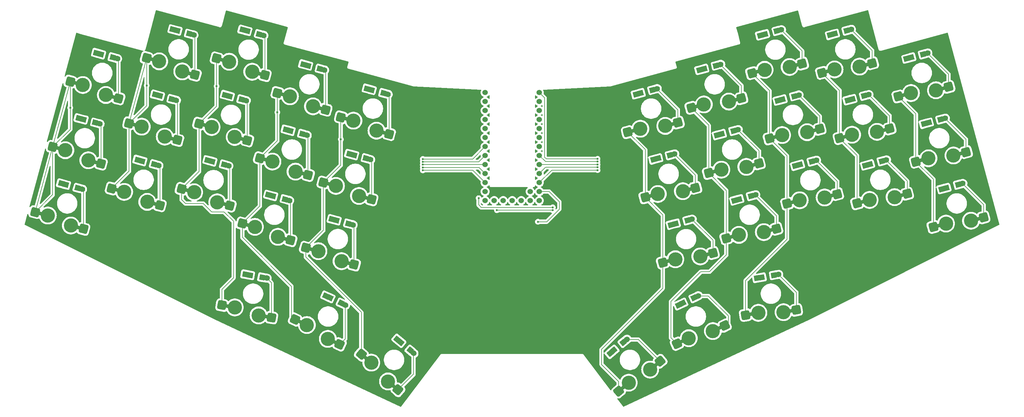
<source format=gbr>
%TF.GenerationSoftware,KiCad,Pcbnew,8.0.1*%
%TF.CreationDate,2024-04-02T20:58:10+09:00*%
%TF.ProjectId,lazyboy36,6c617a79-626f-4793-9336-2e6b69636164,rev?*%
%TF.SameCoordinates,Original*%
%TF.FileFunction,Copper,L2,Bot*%
%TF.FilePolarity,Positive*%
%FSLAX46Y46*%
G04 Gerber Fmt 4.6, Leading zero omitted, Abs format (unit mm)*
G04 Created by KiCad (PCBNEW 8.0.1) date 2024-04-02 20:58:10*
%MOMM*%
%LPD*%
G01*
G04 APERTURE LIST*
G04 Aperture macros list*
%AMRoundRect*
0 Rectangle with rounded corners*
0 $1 Rounding radius*
0 $2 $3 $4 $5 $6 $7 $8 $9 X,Y pos of 4 corners*
0 Add a 4 corners polygon primitive as box body*
4,1,4,$2,$3,$4,$5,$6,$7,$8,$9,$2,$3,0*
0 Add four circle primitives for the rounded corners*
1,1,$1+$1,$2,$3*
1,1,$1+$1,$4,$5*
1,1,$1+$1,$6,$7*
1,1,$1+$1,$8,$9*
0 Add four rect primitives between the rounded corners*
20,1,$1+$1,$2,$3,$4,$5,0*
20,1,$1+$1,$4,$5,$6,$7,0*
20,1,$1+$1,$6,$7,$8,$9,0*
20,1,$1+$1,$8,$9,$2,$3,0*%
%AMHorizOval*
0 Thick line with rounded ends*
0 $1 width*
0 $2 $3 position (X,Y) of the first rounded end (center of the circle)*
0 $4 $5 position (X,Y) of the second rounded end (center of the circle)*
0 Add line between two ends*
20,1,$1,$2,$3,$4,$5,0*
0 Add two circle primitives to create the rounded ends*
1,1,$1,$2,$3*
1,1,$1,$4,$5*%
%AMRotRect*
0 Rectangle, with rotation*
0 The origin of the aperture is its center*
0 $1 length*
0 $2 width*
0 $3 Rotation angle, in degrees counterclockwise*
0 Add horizontal line*
21,1,$1,$2,0,0,$3*%
G04 Aperture macros list end*
%TA.AperFunction,ComponentPad*%
%ADD10RoundRect,0.500000X-0.925029X-0.554478X0.523860X-0.942707X0.925029X0.554478X-0.523860X0.942707X0*%
%TD*%
%TA.AperFunction,SMDPad,CuDef*%
%ADD11RotRect,3.900000X1.000000X345.000000*%
%TD*%
%TA.AperFunction,ComponentPad*%
%ADD12C,4.000000*%
%TD*%
%TA.AperFunction,SMDPad,CuDef*%
%ADD13RotRect,3.750000X1.000000X345.000000*%
%TD*%
%TA.AperFunction,ComponentPad*%
%ADD14RoundRect,0.500000X-0.523860X-0.942707X0.925029X-0.554478X0.523860X0.942707X-0.925029X0.554478X0*%
%TD*%
%TA.AperFunction,SMDPad,CuDef*%
%ADD15RotRect,3.750000X1.000000X15.000000*%
%TD*%
%TA.AperFunction,SMDPad,CuDef*%
%ADD16RotRect,3.900000X1.000000X15.000000*%
%TD*%
%TA.AperFunction,ComponentPad*%
%ADD17C,1.524000*%
%TD*%
%TA.AperFunction,ComponentPad*%
%ADD18RoundRect,0.500000X-0.352202X-1.019352X1.007260X-0.385425X0.352202X1.019352X-1.007260X0.385425X0*%
%TD*%
%TA.AperFunction,SMDPad,CuDef*%
%ADD19RotRect,3.750000X1.000000X25.000000*%
%TD*%
%TA.AperFunction,SMDPad,CuDef*%
%ADD20RotRect,3.900000X1.000000X25.000000*%
%TD*%
%TA.AperFunction,ComponentPad*%
%ADD21RoundRect,0.500000X-0.873183X-0.632990X0.604028X-0.893462X0.873183X0.632990X-0.604028X0.893462X0*%
%TD*%
%TA.AperFunction,SMDPad,CuDef*%
%ADD22RotRect,3.900000X1.000000X350.000000*%
%TD*%
%TA.AperFunction,SMDPad,CuDef*%
%ADD23RotRect,3.750000X1.000000X350.000000*%
%TD*%
%TA.AperFunction,ComponentPad*%
%ADD24RoundRect,0.500000X-1.007260X-0.385425X0.352202X-1.019352X1.007260X0.385425X-0.352202X1.019352X0*%
%TD*%
%TA.AperFunction,SMDPad,CuDef*%
%ADD25RotRect,3.900000X1.000000X335.000000*%
%TD*%
%TA.AperFunction,SMDPad,CuDef*%
%ADD26RotRect,3.750000X1.000000X335.000000*%
%TD*%
%TA.AperFunction,ComponentPad*%
%ADD27RoundRect,0.500000X-0.076373X-1.075775X1.072694X-0.111594X0.076373X1.075775X-1.072694X0.111594X0*%
%TD*%
%TA.AperFunction,SMDPad,CuDef*%
%ADD28RotRect,3.750000X1.000000X40.000000*%
%TD*%
%TA.AperFunction,SMDPad,CuDef*%
%ADD29RotRect,3.900000X1.000000X40.000000*%
%TD*%
%TA.AperFunction,ComponentPad*%
%ADD30RoundRect,0.500000X-1.072694X-0.111594X0.076373X-1.075775X1.072694X0.111594X-0.076373X1.075775X0*%
%TD*%
%TA.AperFunction,SMDPad,CuDef*%
%ADD31RotRect,3.900000X1.000000X320.000000*%
%TD*%
%TA.AperFunction,SMDPad,CuDef*%
%ADD32RotRect,3.750000X1.000000X320.000000*%
%TD*%
%TA.AperFunction,ComponentPad*%
%ADD33RoundRect,0.500000X-0.604028X-0.893462X0.873183X-0.632990X0.604028X0.893462X-0.873183X0.632990X0*%
%TD*%
%TA.AperFunction,SMDPad,CuDef*%
%ADD34RotRect,3.750000X1.000000X10.000000*%
%TD*%
%TA.AperFunction,SMDPad,CuDef*%
%ADD35RotRect,3.900000X1.000000X10.000000*%
%TD*%
%TA.AperFunction,ComponentPad*%
%ADD36HorizOval,1.524000X0.122673X0.032870X-0.122673X-0.032870X0*%
%TD*%
%TA.AperFunction,SMDPad,CuDef*%
%ADD37RotRect,1.524000X1.524000X195.000000*%
%TD*%
%TA.AperFunction,ComponentPad*%
%ADD38RotRect,1.778000X1.524000X15.000000*%
%TD*%
%TA.AperFunction,ComponentPad*%
%ADD39RotRect,1.778000X1.524000X350.000000*%
%TD*%
%TA.AperFunction,SMDPad,CuDef*%
%ADD40RotRect,1.524000X1.524000X170.000000*%
%TD*%
%TA.AperFunction,ComponentPad*%
%ADD41HorizOval,1.524000X0.125071X-0.022053X-0.125071X0.022053X0*%
%TD*%
%TA.AperFunction,ComponentPad*%
%ADD42HorizOval,1.524000X0.097288X0.081634X-0.097288X-0.081634X0*%
%TD*%
%TA.AperFunction,SMDPad,CuDef*%
%ADD43RotRect,1.524000X1.524000X220.000000*%
%TD*%
%TA.AperFunction,ComponentPad*%
%ADD44RotRect,1.778000X1.524000X40.000000*%
%TD*%
%TA.AperFunction,ComponentPad*%
%ADD45RotRect,1.778000X1.524000X345.000000*%
%TD*%
%TA.AperFunction,SMDPad,CuDef*%
%ADD46RotRect,1.524000X1.524000X165.000000*%
%TD*%
%TA.AperFunction,ComponentPad*%
%ADD47HorizOval,1.524000X0.122673X-0.032870X-0.122673X0.032870X0*%
%TD*%
%TA.AperFunction,ComponentPad*%
%ADD48HorizOval,1.524000X0.115101X0.053673X-0.115101X-0.053673X0*%
%TD*%
%TA.AperFunction,SMDPad,CuDef*%
%ADD49RotRect,1.524000X1.524000X205.000000*%
%TD*%
%TA.AperFunction,ComponentPad*%
%ADD50RotRect,1.778000X1.524000X25.000000*%
%TD*%
%TA.AperFunction,ComponentPad*%
%ADD51RotRect,1.778000X1.524000X320.000000*%
%TD*%
%TA.AperFunction,SMDPad,CuDef*%
%ADD52RotRect,1.524000X1.524000X140.000000*%
%TD*%
%TA.AperFunction,ComponentPad*%
%ADD53HorizOval,1.524000X0.097288X-0.081634X-0.097288X0.081634X0*%
%TD*%
%TA.AperFunction,ComponentPad*%
%ADD54RotRect,1.778000X1.524000X335.000000*%
%TD*%
%TA.AperFunction,SMDPad,CuDef*%
%ADD55RotRect,1.524000X1.524000X155.000000*%
%TD*%
%TA.AperFunction,ComponentPad*%
%ADD56HorizOval,1.524000X0.115101X-0.053673X-0.115101X0.053673X0*%
%TD*%
%TA.AperFunction,ComponentPad*%
%ADD57HorizOval,1.524000X0.125071X0.022053X-0.125071X-0.022053X0*%
%TD*%
%TA.AperFunction,SMDPad,CuDef*%
%ADD58RotRect,1.524000X1.524000X190.000000*%
%TD*%
%TA.AperFunction,ComponentPad*%
%ADD59RotRect,1.778000X1.524000X10.000000*%
%TD*%
%TA.AperFunction,ViaPad*%
%ADD60C,0.600000*%
%TD*%
%TA.AperFunction,Conductor*%
%ADD61C,0.200000*%
%TD*%
G04 APERTURE END LIST*
D10*
%TO.P,SW21,1,COL*%
%TO.N,COL0*%
X14260572Y-106337602D03*
D11*
X15926794Y-106784063D03*
D12*
X17810350Y-107288761D03*
%TO.P,SW21,2,ROW*%
%TO.N,Net-(D21-A)*%
X24300071Y-110114716D03*
D13*
X26111182Y-110600002D03*
D10*
X27849848Y-111065876D03*
%TD*%
%TO.P,SW4,1,COL*%
%TO.N,COL3*%
X82430067Y-72736227D03*
D11*
X84096289Y-73182688D03*
D12*
X85979845Y-73687386D03*
%TO.P,SW4,2,ROW*%
%TO.N,Net-(D4-A)*%
X92469566Y-76513341D03*
D13*
X94280677Y-76998627D03*
D10*
X96019343Y-77464501D03*
%TD*%
%TO.P,SW24,1,COL*%
%TO.N,COL3*%
X72569060Y-109538001D03*
D11*
X74235282Y-109984462D03*
D12*
X76118838Y-110489160D03*
%TO.P,SW24,2,ROW*%
%TO.N,Net-(D24-A)*%
X82608559Y-113315115D03*
D13*
X84419670Y-113800401D03*
D10*
X86158336Y-114266275D03*
%TD*%
D14*
%TO.P,SW29,2,ROW*%
%TO.N,Net-(D29-A)*%
X259755783Y-101157224D03*
D15*
X258017117Y-101623098D03*
D12*
X256206006Y-102108384D03*
%TO.P,SW29,1,COL*%
%TO.N,COL8*%
X249172765Y-102905895D03*
D16*
X247289210Y-103410592D03*
D14*
X245622987Y-103857055D03*
%TD*%
D10*
%TO.P,SW25,1,COL*%
%TO.N,COL4*%
X90452309Y-116400355D03*
D11*
X92118531Y-116846816D03*
D12*
X94002087Y-117351514D03*
%TO.P,SW25,2,ROW*%
%TO.N,Net-(D25-A)*%
X100491808Y-120177469D03*
D13*
X102302919Y-120662755D03*
D10*
X104041585Y-121128629D03*
%TD*%
D14*
%TO.P,SW26,2,ROW*%
%TO.N,Net-(D26-A)*%
X205070760Y-117880584D03*
D15*
X203332094Y-118346458D03*
D12*
X201520983Y-118831744D03*
%TO.P,SW26,1,COL*%
%TO.N,COL5*%
X194487742Y-119629255D03*
D16*
X192604187Y-120133952D03*
D14*
X190937964Y-120580415D03*
%TD*%
D17*
%TO.P,U1,1,GP10*%
%TO.N,COL5*%
X156176400Y-72597000D03*
%TO.P,U1,2,GP00/TX*%
%TO.N,unconnected-(U1-GP00{slash}TX-Pad2)*%
X156176400Y-75137000D03*
%TO.P,U1,3,GP01/RX*%
%TO.N,unconnected-(U1-GP01{slash}RX-Pad3)*%
X156176400Y-77677000D03*
%TO.P,U1,4,GND*%
%TO.N,unconnected-(U1-GND-Pad4)*%
X156176400Y-80217000D03*
%TO.P,U1,5,GND*%
%TO.N,unconnected-(U1-GND-Pad5)*%
X156176400Y-82757000D03*
%TO.P,U1,6,GP02/SDA*%
%TO.N,unconnected-(U1-GP02{slash}SDA-Pad6)*%
X156176400Y-85297000D03*
%TO.P,U1,7,GP03/SCL*%
%TO.N,unconnected-(U1-GP03{slash}SCL-Pad7)*%
X156176400Y-87837000D03*
%TO.P,U1,8,GP04*%
%TO.N,COL6*%
X156176400Y-90377000D03*
%TO.P,U1,9,GP05*%
%TO.N,COL7*%
X156176400Y-92917000D03*
%TO.P,U1,10,GP06*%
%TO.N,COL8*%
X156176400Y-95457000D03*
%TO.P,U1,11,GP07*%
%TO.N,COL9*%
X156176400Y-97997000D03*
%TO.P,U1,12,GP08*%
%TO.N,ROW3*%
X156176400Y-100537000D03*
%TO.P,U1,13,GP09*%
%TO.N,ROW2*%
X156176400Y-103077000D03*
%TO.P,U1,14,GP12*%
%TO.N,unconnected-(U1-GP12-Pad14)*%
X153636400Y-103077000D03*
%TO.P,U1,15,GP13*%
%TO.N,unconnected-(U1-GP13-Pad15)*%
X151096400Y-103077000D03*
%TO.P,U1,16,GP14*%
%TO.N,unconnected-(U1-GP14-Pad16)*%
X148556400Y-103077000D03*
%TO.P,U1,17,GP15*%
%TO.N,unconnected-(U1-GP15-Pad17)*%
X146016400Y-103077000D03*
%TO.P,U1,18,GP16*%
%TO.N,unconnected-(U1-GP16-Pad18)*%
X143476400Y-103077000D03*
%TO.P,U1,19,GP21*%
%TO.N,ROW1*%
X140936400Y-103077000D03*
%TO.P,U1,20,GP23*%
%TO.N,ROW0*%
X140936400Y-100537000D03*
%TO.P,U1,21,GP20*%
%TO.N,COL4*%
X140936400Y-97997000D03*
%TO.P,U1,22,GP22*%
%TO.N,COL3*%
X140936400Y-95457000D03*
%TO.P,U1,23,GP26*%
%TO.N,COL2*%
X140936400Y-92917000D03*
%TO.P,U1,24,GP27*%
%TO.N,COL1*%
X140936400Y-90377000D03*
%TO.P,U1,25,GP28*%
%TO.N,COL0*%
X140936400Y-87837000D03*
%TO.P,U1,26,GP29*%
%TO.N,unconnected-(U1-GP29-Pad26)*%
X140936400Y-85297000D03*
%TO.P,U1,27,3V3*%
%TO.N,unconnected-(U1-3V3-Pad27)*%
X140936400Y-82757000D03*
%TO.P,U1,28,RST*%
%TO.N,unconnected-(U1-RST-Pad28)*%
X140936400Y-80217000D03*
%TO.P,U1,29,GND*%
%TO.N,unconnected-(U1-GND-Pad29)*%
X140936400Y-77677000D03*
%TO.P,U1,30,5V*%
%TO.N,unconnected-(U1-5V-Pad30)*%
X140936400Y-75137000D03*
%TO.P,U1,31,GP11*%
%TO.N,unconnected-(U1-GP11-Pad31)*%
X140936400Y-72597000D03*
%TO.P,U1,35,GP25*%
%TO.N,unconnected-(U1-GP25-Pad35)*%
X153635000Y-100537000D03*
%TD*%
D14*
%TO.P,SW16,2,ROW*%
%TO.N,Net-(D16-A)*%
X200140257Y-99479697D03*
D15*
X198401591Y-99945571D03*
D12*
X196590480Y-100430857D03*
%TO.P,SW16,1,COL*%
%TO.N,COL5*%
X189557239Y-101228368D03*
D16*
X187673684Y-101733065D03*
D14*
X186007461Y-102179528D03*
%TD*%
D10*
%TO.P,SW14,1,COL*%
%TO.N,COL3*%
X77499564Y-91137114D03*
D11*
X79165786Y-91583575D03*
D12*
X81049342Y-92088273D03*
%TO.P,SW14,2,ROW*%
%TO.N,Net-(D14-A)*%
X87539063Y-94914228D03*
D13*
X89350174Y-95399514D03*
D10*
X91088840Y-95865388D03*
%TD*%
D14*
%TO.P,SW9,2,ROW*%
%TO.N,Net-(D9-A)*%
X249894777Y-64355450D03*
D15*
X248156111Y-64821324D03*
D12*
X246345000Y-65306610D03*
%TO.P,SW9,1,COL*%
%TO.N,COL8*%
X239311759Y-66104121D03*
D16*
X237428204Y-66608818D03*
D14*
X235761981Y-67055281D03*
%TD*%
D10*
%TO.P,SW12,1,COL*%
%TO.N,COL1*%
X40697789Y-81276108D03*
D11*
X42364011Y-81722569D03*
D12*
X44247567Y-82227267D03*
%TO.P,SW12,2,ROW*%
%TO.N,Net-(D12-A)*%
X50737288Y-85053222D03*
D13*
X52548399Y-85538508D03*
D10*
X54287065Y-86004382D03*
%TD*%
%TO.P,SW1,1,COL*%
%TO.N,COL0*%
X24121576Y-69535828D03*
D11*
X25787798Y-69982289D03*
D12*
X27671354Y-70486987D03*
%TO.P,SW1,2,ROW*%
%TO.N,Net-(D1-A)*%
X34161075Y-73312942D03*
D13*
X35972186Y-73798228D03*
D10*
X37710852Y-74264102D03*
%TD*%
D14*
%TO.P,SW6,2,ROW*%
%TO.N,Net-(D6-A)*%
X195209754Y-81078810D03*
D15*
X193471088Y-81544684D03*
D12*
X191659977Y-82029970D03*
%TO.P,SW6,1,COL*%
%TO.N,COL5*%
X184626736Y-82827481D03*
D16*
X182743181Y-83332178D03*
D14*
X181076958Y-83778641D03*
%TD*%
%TO.P,SW10,2,ROW*%
%TO.N,Net-(D10-A)*%
X271401494Y-71016056D03*
D15*
X269662828Y-71481930D03*
D12*
X267851717Y-71967216D03*
%TO.P,SW10,1,COL*%
%TO.N,COL9*%
X260818476Y-72764727D03*
D16*
X258934921Y-73269424D03*
D14*
X257268698Y-73715887D03*
%TD*%
%TO.P,SW17,2,ROW*%
%TO.N,Net-(D17-A)*%
X218023506Y-92617342D03*
D15*
X216284840Y-93083216D03*
D12*
X214473729Y-93568502D03*
%TO.P,SW17,1,COL*%
%TO.N,COL6*%
X207440488Y-94366013D03*
D16*
X205556933Y-94870710D03*
D14*
X203890710Y-95317173D03*
%TD*%
D18*
%TO.P,SW35,2,ROW*%
%TO.N,Net-(D35-A)*%
X208382489Y-138337570D03*
D19*
X206751135Y-139098283D03*
D12*
X205051808Y-139890692D03*
%TO.P,SW35,1,COL*%
%TO.N,COL6*%
X198263905Y-141897397D03*
D20*
X196496603Y-142721503D03*
D18*
X194933223Y-143450519D03*
%TD*%
D14*
%TO.P,SW28,2,ROW*%
%TO.N,Net-(D28-A)*%
X240060802Y-101258097D03*
D15*
X238322136Y-101723971D03*
D12*
X236511025Y-102209257D03*
%TO.P,SW28,1,COL*%
%TO.N,COL7*%
X229477784Y-103006768D03*
D16*
X227594229Y-103511465D03*
D14*
X225928006Y-103957928D03*
%TD*%
D10*
%TO.P,SW3,1,COL*%
%TO.N,COL2*%
X65323275Y-62976095D03*
D11*
X66989497Y-63422556D03*
D12*
X68873053Y-63927254D03*
%TO.P,SW3,2,ROW*%
%TO.N,Net-(D3-A)*%
X75362774Y-66753209D03*
D13*
X77173885Y-67238495D03*
D10*
X78912551Y-67704369D03*
%TD*%
D21*
%TO.P,SW31,1,COL*%
%TO.N,COL2*%
X66834931Y-132575503D03*
D22*
X68533724Y-132875047D03*
D12*
X70454097Y-133213660D03*
%TO.P,SW31,2,ROW*%
%TO.N,Net-(D31-A)*%
X77165423Y-135463246D03*
D23*
X79011938Y-135788836D03*
D21*
X80784592Y-136101403D03*
%TD*%
D24*
%TO.P,SW32,1,COL*%
%TO.N,COL3*%
X87419882Y-136625102D03*
D25*
X88983263Y-137354119D03*
D12*
X90750563Y-138178224D03*
%TO.P,SW32,2,ROW*%
%TO.N,Net-(D32-A)*%
X96650968Y-142088175D03*
D26*
X98350294Y-142880584D03*
D24*
X99981649Y-143641297D03*
%TD*%
D10*
%TO.P,SW23,1,COL*%
%TO.N,COL2*%
X55462268Y-99777869D03*
D11*
X57128490Y-100224330D03*
D12*
X59012046Y-100729028D03*
%TO.P,SW23,2,ROW*%
%TO.N,Net-(D23-A)*%
X65501767Y-103554983D03*
D13*
X67312878Y-104040269D03*
D10*
X69051544Y-104506143D03*
%TD*%
%TO.P,SW22,1,COL*%
%TO.N,COL1*%
X35767286Y-99676995D03*
D11*
X37433508Y-100123456D03*
D12*
X39317064Y-100628154D03*
%TO.P,SW22,2,ROW*%
%TO.N,Net-(D22-A)*%
X45806785Y-103454109D03*
D13*
X47617896Y-103939395D03*
D10*
X49356562Y-104405269D03*
%TD*%
D27*
%TO.P,SW34,2,ROW*%
%TO.N,Net-(D34-A)*%
X190205474Y-148385764D03*
D28*
X188826594Y-149542782D03*
D12*
X187390260Y-150748009D03*
%TO.P,SW34,1,COL*%
%TO.N,COL5*%
X181353022Y-154443175D03*
D29*
X179859236Y-155696611D03*
D27*
X178537809Y-156805420D03*
%TD*%
D14*
%TO.P,SW19,2,ROW*%
%TO.N,Net-(D19-A)*%
X254825280Y-82756337D03*
D15*
X253086614Y-83222211D03*
D12*
X251275503Y-83707497D03*
%TO.P,SW19,1,COL*%
%TO.N,COL8*%
X244242262Y-84505008D03*
D16*
X242358707Y-85009705D03*
D14*
X240692484Y-85456168D03*
%TD*%
%TO.P,SW7,2,ROW*%
%TO.N,Net-(D7-A)*%
X213093003Y-74216455D03*
D15*
X211354337Y-74682329D03*
D12*
X209543226Y-75167615D03*
%TO.P,SW7,1,COL*%
%TO.N,COL6*%
X202509985Y-75965126D03*
D16*
X200626430Y-76469823D03*
D14*
X198960207Y-76916286D03*
%TD*%
D10*
%TO.P,SW13,1,COL*%
%TO.N,COL2*%
X60392771Y-81376982D03*
D11*
X62058993Y-81823443D03*
D12*
X63942549Y-82328141D03*
%TO.P,SW13,2,ROW*%
%TO.N,Net-(D13-A)*%
X70432270Y-85154096D03*
D13*
X72243381Y-85639382D03*
D10*
X73982047Y-86105256D03*
%TD*%
%TO.P,SW2,1,COL*%
%TO.N,COL1*%
X45628293Y-62875221D03*
D11*
X47294515Y-63321682D03*
D12*
X49178071Y-63826380D03*
%TO.P,SW2,2,ROW*%
%TO.N,Net-(D2-A)*%
X55667792Y-66652335D03*
D13*
X57478903Y-67137621D03*
D10*
X59217569Y-67603495D03*
%TD*%
D30*
%TO.P,SW33,1,COL*%
%TO.N,COL4*%
X106080549Y-146424268D03*
D31*
X107401976Y-147533077D03*
D12*
X108895763Y-148786512D03*
%TO.P,SW33,2,ROW*%
%TO.N,Net-(D33-A)*%
X113583147Y-154090372D03*
D32*
X115019480Y-155295599D03*
D30*
X116398360Y-156452617D03*
%TD*%
D14*
%TO.P,SW18,2,ROW*%
%TO.N,Net-(D18-A)*%
X235130298Y-82857210D03*
D15*
X233391632Y-83323084D03*
D12*
X231580521Y-83808370D03*
%TO.P,SW18,1,COL*%
%TO.N,COL7*%
X224547280Y-84605881D03*
D16*
X222663725Y-85110578D03*
D14*
X220997502Y-85557041D03*
%TD*%
D10*
%TO.P,SW15,1,COL*%
%TO.N,COL4*%
X95382813Y-97999468D03*
D11*
X97049035Y-98445929D03*
D12*
X98932591Y-98950627D03*
%TO.P,SW15,2,ROW*%
%TO.N,Net-(D15-A)*%
X105422312Y-101776582D03*
D13*
X107233423Y-102261868D03*
D10*
X108972089Y-102727742D03*
%TD*%
%TO.P,SW11,1,COL*%
%TO.N,COL0*%
X19191074Y-87936715D03*
D11*
X20857296Y-88383176D03*
D12*
X22740852Y-88887874D03*
%TO.P,SW11,2,ROW*%
%TO.N,Net-(D11-A)*%
X29230573Y-91713829D03*
D13*
X31041684Y-92199115D03*
D10*
X32780350Y-92664989D03*
%TD*%
D14*
%TO.P,SW27,2,ROW*%
%TO.N,Net-(D27-A)*%
X222954009Y-111018229D03*
D15*
X221215343Y-111484103D03*
D12*
X219404232Y-111969389D03*
%TO.P,SW27,1,COL*%
%TO.N,COL6*%
X212370991Y-112766900D03*
D16*
X210487436Y-113271597D03*
D14*
X208821213Y-113718060D03*
%TD*%
%TO.P,SW20,2,ROW*%
%TO.N,Net-(D20-A)*%
X276331997Y-89416943D03*
D15*
X274593331Y-89882817D03*
D12*
X272782220Y-90368103D03*
%TO.P,SW20,1,COL*%
%TO.N,COL9*%
X265748979Y-91165614D03*
D16*
X263865424Y-91670311D03*
D14*
X262199201Y-92116774D03*
%TD*%
%TO.P,SW30,2,ROW*%
%TO.N,Net-(D30-A)*%
X281262498Y-107817831D03*
D15*
X279523832Y-108283705D03*
D12*
X277712721Y-108768991D03*
%TO.P,SW30,1,COL*%
%TO.N,COL9*%
X270679480Y-109566502D03*
D16*
X268795925Y-110071199D03*
D14*
X267129702Y-110517662D03*
%TD*%
%TO.P,SW8,2,ROW*%
%TO.N,Net-(D8-A)*%
X230199795Y-64456323D03*
D15*
X228461129Y-64922197D03*
D12*
X226650018Y-65407483D03*
%TO.P,SW8,1,COL*%
%TO.N,COL7*%
X219616777Y-66204994D03*
D16*
X217733222Y-66709691D03*
D14*
X216066999Y-67156154D03*
%TD*%
D10*
%TO.P,SW5,1,COL*%
%TO.N,COL4*%
X100313316Y-79598581D03*
D11*
X101979538Y-80045042D03*
D12*
X103863094Y-80549740D03*
%TO.P,SW5,2,ROW*%
%TO.N,Net-(D5-A)*%
X110352815Y-83375695D03*
D13*
X112163926Y-83860981D03*
D10*
X113902592Y-84326855D03*
%TD*%
D33*
%TO.P,SW36,2,ROW*%
%TO.N,Net-(D36-A)*%
X228564723Y-133922250D03*
D34*
X226792069Y-134234817D03*
D12*
X224945554Y-134560407D03*
%TO.P,SW36,1,COL*%
%TO.N,COL7*%
X217869569Y-134741896D03*
D35*
X215949194Y-135080510D03*
D33*
X214250401Y-135380053D03*
%TD*%
D36*
%TO.P,D26,2,A*%
%TO.N,Net-(D26-A)*%
X199125049Y-108344513D03*
D37*
X197869346Y-108680978D03*
%TO.P,D26,1,K*%
%TO.N,ROW2*%
X194585198Y-109560962D03*
D38*
X193329495Y-109897427D03*
%TD*%
D36*
%TO.P,D17,2,A*%
%TO.N,Net-(D17-A)*%
X212077794Y-83081272D03*
D37*
X210822091Y-83417737D03*
%TO.P,D17,1,K*%
%TO.N,ROW1*%
X207537943Y-84297721D03*
D38*
X206282240Y-84634186D03*
%TD*%
D39*
%TO.P,D31,1,K*%
%TO.N,ROW3*%
X73517219Y-123904131D03*
D40*
X74797469Y-124129875D03*
%TO.P,D31,2,A*%
%TO.N,Net-(D31-A)*%
X78145815Y-124720279D03*
D41*
X79426065Y-124946023D03*
%TD*%
D42*
%TO.P,D34,2,A*%
%TO.N,Net-(D34-A)*%
X180787711Y-142255916D03*
D43*
X179791854Y-143091540D03*
%TO.P,D34,1,K*%
%TO.N,ROW3*%
X177187302Y-145277018D03*
D44*
X176191445Y-146112642D03*
%TD*%
D36*
%TO.P,D7,2,A*%
%TO.N,Net-(D7-A)*%
X207147291Y-64680385D03*
D37*
X205891588Y-65016850D03*
%TO.P,D7,1,K*%
%TO.N,ROW0*%
X202607440Y-65896834D03*
D38*
X201351737Y-66233299D03*
%TD*%
D36*
%TO.P,D30,2,A*%
%TO.N,Net-(D30-A)*%
X275316786Y-98281761D03*
D37*
X274061083Y-98618226D03*
%TO.P,D30,1,K*%
%TO.N,ROW2*%
X270776935Y-99498210D03*
D38*
X269521232Y-99834675D03*
%TD*%
D36*
%TO.P,D20,2,A*%
%TO.N,Net-(D20-A)*%
X270386283Y-79880874D03*
D37*
X269130580Y-80217339D03*
%TO.P,D20,1,K*%
%TO.N,ROW1*%
X265846432Y-81097323D03*
D38*
X264590729Y-81433788D03*
%TD*%
D45*
%TO.P,D24,1,K*%
%TO.N,ROW2*%
X79981679Y-101482026D03*
D46*
X81237382Y-101818491D03*
%TO.P,D24,2,A*%
%TO.N,Net-(D24-A)*%
X84521530Y-102698475D03*
D47*
X85777233Y-103034940D03*
%TD*%
D36*
%TO.P,D18,2,A*%
%TO.N,Net-(D18-A)*%
X229184587Y-73321140D03*
D37*
X227928884Y-73657605D03*
%TO.P,D18,1,K*%
%TO.N,ROW1*%
X224644736Y-74537589D03*
D38*
X223389033Y-74874054D03*
%TD*%
D36*
%TO.P,D9,2,A*%
%TO.N,Net-(D9-A)*%
X243949065Y-54819380D03*
D37*
X242693362Y-55155845D03*
%TO.P,D9,1,K*%
%TO.N,ROW0*%
X239409214Y-56035829D03*
D38*
X238153511Y-56372294D03*
%TD*%
D48*
%TO.P,D35,2,A*%
%TO.N,Net-(D35-A)*%
X200871184Y-129978836D03*
D49*
X199692984Y-130528240D03*
%TO.P,D35,1,K*%
%TO.N,ROW3*%
X196611538Y-131965142D03*
D50*
X195433338Y-132514546D03*
%TD*%
D45*
%TO.P,D12,1,K*%
%TO.N,ROW1*%
X48110408Y-73220133D03*
D46*
X49366111Y-73556598D03*
%TO.P,D12,2,A*%
%TO.N,Net-(D12-A)*%
X52650259Y-74436582D03*
D47*
X53905962Y-74773047D03*
%TD*%
D36*
%TO.P,D27,2,A*%
%TO.N,Net-(D27-A)*%
X217008297Y-101482159D03*
D37*
X215752594Y-101818624D03*
%TO.P,D27,1,K*%
%TO.N,ROW2*%
X212468446Y-102698608D03*
D38*
X211212743Y-103035073D03*
%TD*%
D45*
%TO.P,D5,1,K*%
%TO.N,ROW0*%
X107725935Y-71542606D03*
D46*
X108981638Y-71879071D03*
%TO.P,D5,2,A*%
%TO.N,Net-(D5-A)*%
X112265786Y-72759055D03*
D47*
X113521489Y-73095520D03*
%TD*%
D36*
%TO.P,D28,2,A*%
%TO.N,Net-(D28-A)*%
X234115088Y-91722027D03*
D37*
X232859385Y-92058492D03*
%TO.P,D28,1,K*%
%TO.N,ROW2*%
X229575237Y-92938476D03*
D38*
X228319534Y-93274941D03*
%TD*%
D45*
%TO.P,D4,1,K*%
%TO.N,ROW0*%
X89842686Y-64680252D03*
D46*
X91098389Y-65016717D03*
%TO.P,D4,2,A*%
%TO.N,Net-(D4-A)*%
X94382537Y-65896701D03*
D47*
X95638240Y-66233166D03*
%TD*%
D45*
%TO.P,D13,1,K*%
%TO.N,ROW1*%
X67805391Y-73321007D03*
D46*
X69061094Y-73657472D03*
%TO.P,D13,2,A*%
%TO.N,Net-(D13-A)*%
X72345242Y-74537456D03*
D47*
X73600945Y-74873921D03*
%TD*%
D36*
%TO.P,D29,2,A*%
%TO.N,Net-(D29-A)*%
X253810072Y-91621153D03*
D37*
X252554369Y-91957618D03*
%TO.P,D29,1,K*%
%TO.N,ROW2*%
X249270221Y-92837602D03*
D38*
X248014518Y-93174067D03*
%TD*%
D51*
%TO.P,D33,1,K*%
%TO.N,ROW3*%
X116203266Y-142255784D03*
D52*
X117199123Y-143091408D03*
%TO.P,D33,2,A*%
%TO.N,Net-(D33-A)*%
X119803675Y-145276886D03*
D53*
X120799532Y-146112510D03*
%TD*%
D45*
%TO.P,D2,1,K*%
%TO.N,ROW0*%
X53040911Y-54819246D03*
D46*
X54296614Y-55155711D03*
%TO.P,D2,2,A*%
%TO.N,Net-(D2-A)*%
X57580762Y-56035695D03*
D47*
X58836465Y-56372160D03*
%TD*%
D45*
%TO.P,D23,1,K*%
%TO.N,ROW2*%
X62874889Y-91721894D03*
D46*
X64130592Y-92058359D03*
%TO.P,D23,2,A*%
%TO.N,Net-(D23-A)*%
X67414740Y-92938343D03*
D47*
X68670443Y-93274808D03*
%TD*%
D45*
%TO.P,D25,1,K*%
%TO.N,ROW2*%
X97864928Y-108344380D03*
D46*
X99120631Y-108680845D03*
%TO.P,D25,2,A*%
%TO.N,Net-(D25-A)*%
X102404779Y-109560829D03*
D47*
X103660482Y-109897294D03*
%TD*%
D36*
%TO.P,D10,2,A*%
%TO.N,Net-(D10-A)*%
X265455781Y-61479986D03*
D37*
X264200078Y-61816451D03*
%TO.P,D10,1,K*%
%TO.N,ROW0*%
X260915930Y-62696435D03*
D38*
X259660227Y-63032900D03*
%TD*%
D45*
%TO.P,D22,1,K*%
%TO.N,ROW2*%
X43179905Y-91621020D03*
D46*
X44435608Y-91957485D03*
%TO.P,D22,2,A*%
%TO.N,Net-(D22-A)*%
X47719756Y-92837469D03*
D47*
X48975459Y-93173934D03*
%TD*%
D45*
%TO.P,D15,1,K*%
%TO.N,ROW1*%
X102795431Y-89943493D03*
D46*
X104051134Y-90279958D03*
%TO.P,D15,2,A*%
%TO.N,Net-(D15-A)*%
X107335282Y-91159942D03*
D47*
X108590985Y-91496407D03*
%TD*%
D45*
%TO.P,D21,1,K*%
%TO.N,ROW2*%
X21673191Y-98281627D03*
D46*
X22928894Y-98618092D03*
%TO.P,D21,2,A*%
%TO.N,Net-(D21-A)*%
X26213042Y-99498076D03*
D47*
X27468745Y-99834541D03*
%TD*%
D36*
%TO.P,D16,2,A*%
%TO.N,Net-(D16-A)*%
X194194545Y-89943627D03*
D37*
X192938842Y-90280092D03*
%TO.P,D16,1,K*%
%TO.N,ROW1*%
X189654694Y-91160076D03*
D38*
X188398991Y-91496541D03*
%TD*%
D36*
%TO.P,D19,2,A*%
%TO.N,Net-(D19-A)*%
X248879568Y-73220267D03*
D37*
X247623865Y-73556732D03*
%TO.P,D19,1,K*%
%TO.N,ROW1*%
X244339717Y-74436716D03*
D38*
X243084014Y-74773181D03*
%TD*%
D54*
%TO.P,D32,1,K*%
%TO.N,ROW3*%
X96118792Y-129978703D03*
D55*
X97296992Y-130528107D03*
%TO.P,D32,2,A*%
%TO.N,Net-(D32-A)*%
X100378438Y-131965009D03*
D56*
X101556638Y-132514413D03*
%TD*%
D45*
%TO.P,D14,1,K*%
%TO.N,ROW1*%
X84912182Y-83081139D03*
D46*
X86167885Y-83417604D03*
%TO.P,D14,2,A*%
%TO.N,Net-(D14-A)*%
X89452033Y-84297588D03*
D47*
X90707736Y-84634053D03*
%TD*%
D45*
%TO.P,D1,1,K*%
%TO.N,ROW0*%
X31534197Y-61479853D03*
D46*
X32789900Y-61816318D03*
%TO.P,D1,2,A*%
%TO.N,Net-(D1-A)*%
X36074048Y-62696302D03*
D47*
X37329751Y-63032767D03*
%TD*%
D45*
%TO.P,D3,1,K*%
%TO.N,ROW0*%
X72735893Y-54920120D03*
D46*
X73991596Y-55256585D03*
%TO.P,D3,2,A*%
%TO.N,Net-(D3-A)*%
X77275744Y-56136569D03*
D47*
X78531447Y-56473034D03*
%TD*%
D36*
%TO.P,D8,2,A*%
%TO.N,Net-(D8-A)*%
X224254083Y-54920253D03*
D37*
X222998380Y-55256718D03*
%TO.P,D8,1,K*%
%TO.N,ROW0*%
X219714232Y-56136702D03*
D38*
X218458529Y-56473167D03*
%TD*%
D57*
%TO.P,D36,2,A*%
%TO.N,Net-(D36-A)*%
X223472758Y-123904265D03*
D58*
X222192508Y-124130009D03*
%TO.P,D36,1,K*%
%TO.N,ROW3*%
X218844162Y-124720413D03*
D59*
X217563912Y-124946157D03*
%TD*%
D45*
%TO.P,D11,1,K*%
%TO.N,ROW1*%
X26603694Y-79880740D03*
D46*
X27859397Y-80217205D03*
%TO.P,D11,2,A*%
%TO.N,Net-(D11-A)*%
X31143545Y-81097189D03*
D47*
X32399248Y-81433654D03*
%TD*%
D36*
%TO.P,D6,2,A*%
%TO.N,Net-(D6-A)*%
X189264042Y-71542740D03*
D37*
X188008339Y-71879205D03*
%TO.P,D6,1,K*%
%TO.N,ROW0*%
X184724191Y-72759189D03*
D38*
X183468488Y-73095654D03*
%TD*%
D60*
%TO.N,ROW0*%
X160000000Y-105000000D03*
X139100000Y-102400000D03*
%TO.N,ROW1*%
X160000000Y-105800003D03*
X144250000Y-105800000D03*
%TO.N,ROW3*%
X155800000Y-109050000D03*
%TO.N,COL0*%
X123377000Y-91349994D03*
X24121576Y-76900000D03*
%TO.N,COL1*%
X123377000Y-92149997D03*
X45651911Y-70623618D03*
%TO.N,COL2*%
X65323275Y-70800000D03*
X123377000Y-92950000D03*
%TO.N,COL3*%
X82430067Y-78200000D03*
X123377000Y-93750003D03*
%TO.N,COL4*%
X123377000Y-94550006D03*
X100302735Y-85824265D03*
%TO.N,COL5*%
X172582824Y-91300343D03*
%TO.N,COL6*%
X172577117Y-92100325D03*
%TO.N,COL7*%
X172600000Y-92900000D03*
%TO.N,COL8*%
X172570261Y-93699450D03*
%TO.N,COL9*%
X172585096Y-94499315D03*
%TD*%
D61*
%TO.N,Net-(D1-A)*%
X37710852Y-74264102D02*
X37710852Y-63413868D01*
X37710852Y-63413868D02*
X37329751Y-63032767D01*
%TO.N,Net-(D2-A)*%
X59217569Y-67603495D02*
X59217569Y-56753264D01*
X59217569Y-56753264D02*
X58836465Y-56372160D01*
%TO.N,Net-(D3-A)*%
X78912551Y-67704369D02*
X78912551Y-56854138D01*
X78912551Y-56854138D02*
X78531447Y-56473034D01*
%TO.N,Net-(D4-A)*%
X96019343Y-66614269D02*
X95638240Y-66233166D01*
X96019343Y-77464501D02*
X96019343Y-66614269D01*
%TO.N,Net-(D5-A)*%
X113902592Y-84326855D02*
X113902592Y-73476623D01*
X113902592Y-73476623D02*
X113521489Y-73095520D01*
%TO.N,Net-(D15-A)*%
X108972089Y-102727742D02*
X108972089Y-91877511D01*
X108972089Y-91877511D02*
X108590985Y-91496407D01*
%TO.N,ROW0*%
X139100000Y-104300000D02*
X139800000Y-105000000D01*
X139800000Y-105000000D02*
X160000000Y-105000000D01*
X139100000Y-102400000D02*
X139100000Y-104300000D01*
%TO.N,ROW1*%
X144250000Y-105800000D02*
X159999997Y-105800000D01*
X159999997Y-105800000D02*
X160000000Y-105800003D01*
%TO.N,Net-(D6-A)*%
X195210754Y-77488452D02*
X189265042Y-71542740D01*
X195210754Y-81078810D02*
X195210754Y-77488452D01*
%TO.N,Net-(D7-A)*%
X213093003Y-70626097D02*
X207147291Y-64680385D01*
X213093003Y-74216455D02*
X213093003Y-70626097D01*
%TO.N,Net-(D8-A)*%
X230199795Y-64456323D02*
X230199795Y-60865965D01*
X230199795Y-60865965D02*
X224254083Y-54920253D01*
%TO.N,Net-(D9-A)*%
X249894777Y-60765092D02*
X243949065Y-54819380D01*
X249894777Y-64355450D02*
X249894777Y-60765092D01*
%TO.N,ROW3*%
X161800000Y-103400000D02*
X158937000Y-100537000D01*
X155800000Y-109050000D02*
X158250000Y-109050000D01*
X158250000Y-109050000D02*
X161800000Y-105500000D01*
X158937000Y-100537000D02*
X156176400Y-100537000D01*
X161800000Y-105500000D02*
X161800000Y-103400000D01*
%TO.N,Net-(D10-A)*%
X271401494Y-67425699D02*
X265455781Y-61479986D01*
X271401494Y-71016056D02*
X271401494Y-67425699D01*
%TO.N,Net-(D11-A)*%
X32780350Y-81814756D02*
X32399248Y-81433654D01*
X32780350Y-92664989D02*
X32780350Y-81814756D01*
%TO.N,Net-(D12-A)*%
X54287065Y-75154150D02*
X53905962Y-74773047D01*
X54287065Y-86004382D02*
X54287065Y-75154150D01*
%TO.N,Net-(D13-A)*%
X73982047Y-75255023D02*
X73600945Y-74873921D01*
X73982047Y-86105256D02*
X73982047Y-75255023D01*
%TO.N,Net-(D14-A)*%
X91088840Y-85015157D02*
X90707736Y-84634053D01*
X91088840Y-95865388D02*
X91088840Y-85015157D01*
%TO.N,Net-(D16-A)*%
X200141257Y-95889339D02*
X194195545Y-89943627D01*
X200141257Y-99479697D02*
X200141257Y-95889339D01*
%TO.N,Net-(D17-A)*%
X218023506Y-89026984D02*
X212077794Y-83081272D01*
X218023506Y-92617342D02*
X218023506Y-89026984D01*
%TO.N,Net-(D18-A)*%
X235130298Y-79266851D02*
X229184587Y-73321140D01*
X235130298Y-82857210D02*
X235130298Y-79266851D01*
%TO.N,Net-(D19-A)*%
X254825280Y-82756337D02*
X254825280Y-79165979D01*
X254825280Y-79165979D02*
X248879568Y-73220267D01*
%TO.N,Net-(D20-A)*%
X276331997Y-85826588D02*
X270386283Y-79880874D01*
X276331997Y-89416943D02*
X276331997Y-85826588D01*
%TO.N,Net-(D21-A)*%
X27849848Y-100215644D02*
X27468745Y-99834541D01*
X27849848Y-111065876D02*
X27849848Y-100215644D01*
%TO.N,Net-(D22-A)*%
X49356562Y-104405269D02*
X49356562Y-93555037D01*
X49356562Y-93555037D02*
X48975459Y-93173934D01*
%TO.N,Net-(D23-A)*%
X69051544Y-93655909D02*
X68670443Y-93274808D01*
X69051544Y-104506143D02*
X69051544Y-93655909D01*
%TO.N,Net-(D24-A)*%
X86158336Y-103416043D02*
X85777233Y-103034940D01*
X86158336Y-114266275D02*
X86158336Y-103416043D01*
%TO.N,Net-(D25-A)*%
X104041585Y-110278397D02*
X103660482Y-109897294D01*
X104041585Y-121128629D02*
X104041585Y-110278397D01*
%TO.N,Net-(D26-A)*%
X205071760Y-117880584D02*
X205071760Y-114290224D01*
X205071760Y-114290224D02*
X199126049Y-108344513D01*
%TO.N,Net-(D27-A)*%
X222954009Y-107427871D02*
X217008297Y-101482159D01*
X222954009Y-111018229D02*
X222954009Y-107427871D01*
%TO.N,Net-(D28-A)*%
X240060802Y-101258097D02*
X240060802Y-97667741D01*
X240060802Y-97667741D02*
X234115088Y-91722027D01*
%TO.N,Net-(D29-A)*%
X259755783Y-97566864D02*
X253810072Y-91621153D01*
X259755783Y-101157224D02*
X259755783Y-97566864D01*
%TO.N,Net-(D30-A)*%
X281262498Y-104227473D02*
X275316786Y-98281761D01*
X281262498Y-107817831D02*
X281262498Y-104227473D01*
%TO.N,Net-(D31-A)*%
X80784591Y-136101403D02*
X80784591Y-126304548D01*
X80784591Y-126304548D02*
X79426065Y-124946022D01*
%TO.N,Net-(D32-A)*%
X101556638Y-132514413D02*
X101556638Y-142066310D01*
X101556638Y-142066310D02*
X99981650Y-143641298D01*
%TO.N,Net-(D33-A)*%
X120799532Y-152051444D02*
X116398360Y-156452616D01*
X120799532Y-146112510D02*
X120799532Y-152051444D01*
%TO.N,Net-(D34-A)*%
X184076625Y-142255916D02*
X190206473Y-148385764D01*
X180787711Y-142255916D02*
X184076625Y-142255916D01*
%TO.N,Net-(D35-A)*%
X209383490Y-138337570D02*
X209383490Y-135583490D01*
X209382490Y-135583490D02*
X203777836Y-129978836D01*
X203778836Y-129978836D02*
X200872184Y-129978836D01*
%TO.N,Net-(D36-A)*%
X223472758Y-123904266D02*
X228564723Y-128996231D01*
X228564723Y-128996231D02*
X228564723Y-133922251D01*
%TO.N,COL0*%
X123377000Y-91349994D02*
X123377006Y-91350000D01*
X19191074Y-87936715D02*
X14260572Y-106337602D01*
X24121576Y-69535827D02*
X24121576Y-83006212D01*
X19191074Y-101407099D02*
X14260572Y-106337601D01*
X137450000Y-91350000D02*
X140936400Y-87863600D01*
X140936400Y-87863600D02*
X140936400Y-87837000D01*
X123377006Y-91350000D02*
X137450000Y-91350000D01*
X24121577Y-69535828D02*
X19191074Y-87936715D01*
X24121576Y-83006212D02*
X19191074Y-87936714D01*
X19191074Y-87936714D02*
X19191074Y-101407099D01*
%TO.N,COL1*%
X45628293Y-70647236D02*
X45628293Y-76345603D01*
X45628293Y-76345603D02*
X40697789Y-81276107D01*
X123377003Y-92150000D02*
X139163400Y-92150000D01*
X123377000Y-92149997D02*
X123377003Y-92150000D01*
X139163400Y-92150000D02*
X140936400Y-90377000D01*
X45628293Y-62875221D02*
X40697789Y-81276108D01*
X45628293Y-70600000D02*
X45628293Y-62875220D01*
X40697789Y-94746491D02*
X35767286Y-99676994D01*
X45651911Y-70623618D02*
X45628293Y-70600000D01*
X40697789Y-81276107D02*
X40697789Y-94746491D01*
X45651911Y-70623618D02*
X45628293Y-70647236D01*
%TO.N,COL2*%
X65323275Y-76446477D02*
X60392771Y-81376981D01*
X60392771Y-94847365D02*
X55462268Y-99777868D01*
X123410000Y-92917000D02*
X123377000Y-92950000D01*
X123177000Y-92917000D02*
X123210000Y-92917000D01*
X60392771Y-81376981D02*
X60392771Y-94847365D01*
X66834931Y-128142069D02*
X70127000Y-124850000D01*
X61627000Y-103950000D02*
X56627000Y-103950000D01*
X56627000Y-103950000D02*
X55462268Y-102785268D01*
X70127000Y-124850000D02*
X70127000Y-108950000D01*
X65323275Y-70800000D02*
X65323275Y-62976094D01*
X70127000Y-108950000D02*
X67427000Y-106250000D01*
X140308400Y-92917000D02*
X123410000Y-92917000D01*
X55462268Y-102785268D02*
X55462268Y-99777868D01*
X66834931Y-132575503D02*
X66834931Y-132575504D01*
X66834931Y-132575503D02*
X66834931Y-128142069D01*
X123277000Y-92917000D02*
X123177000Y-92950000D01*
X63927000Y-106250000D02*
X61627000Y-103950000D01*
X65323275Y-70800000D02*
X65323275Y-76446477D01*
X67427000Y-106250000D02*
X63927000Y-106250000D01*
X123177000Y-92950000D02*
X123211000Y-92917000D01*
%TO.N,COL3*%
X72569060Y-109538000D02*
X72569060Y-113442060D01*
X139229403Y-93750003D02*
X140936400Y-95457000D01*
X77499564Y-91137113D02*
X77499564Y-104607496D01*
X82430067Y-78200000D02*
X82430067Y-86206610D01*
X77499564Y-104607496D02*
X72569060Y-109538000D01*
X123377000Y-93750003D02*
X139229403Y-93750003D01*
X82430067Y-86206610D02*
X77499564Y-91137113D01*
X86419882Y-127292882D02*
X86419882Y-136625102D01*
X82430067Y-78200000D02*
X82430067Y-72736226D01*
X72569060Y-113442060D02*
X86419882Y-127292882D01*
%TO.N,COL4*%
X123377000Y-94550006D02*
X137489406Y-94550006D01*
X100302735Y-85824265D02*
X100313316Y-85834846D01*
X95382813Y-97999467D02*
X95382813Y-111469850D01*
X100313316Y-85813684D02*
X100313316Y-79598580D01*
X100302735Y-85824265D02*
X100313316Y-85813684D01*
X95382813Y-111469850D02*
X90452309Y-116400354D01*
X137489406Y-94550006D02*
X140936400Y-97997000D01*
X90452309Y-116400354D02*
X90452309Y-118975309D01*
X100313316Y-85834846D02*
X100313316Y-93068964D01*
X100313316Y-93068964D02*
X95382813Y-97999467D01*
X106080550Y-134603550D02*
X106080550Y-146424268D01*
X90452309Y-118975309D02*
X106080550Y-134603550D01*
%TO.N,COL5*%
X178538808Y-154138808D02*
X173700000Y-149300000D01*
X157700000Y-90850000D02*
X157700000Y-74120600D01*
X157700000Y-74120600D02*
X156176400Y-72597000D01*
X190938964Y-107110031D02*
X186008461Y-102179528D01*
X172582824Y-91300343D02*
X172582481Y-91300000D01*
X186008461Y-88709144D02*
X181077958Y-83778641D01*
X186008461Y-102179528D02*
X186008461Y-88709144D01*
X172582481Y-91300000D02*
X158150000Y-91300000D01*
X190938964Y-127811036D02*
X190938964Y-120580415D01*
X158150000Y-91300000D02*
X157700000Y-90850000D01*
X190938964Y-120580415D02*
X190938964Y-107110031D01*
X173700000Y-145050000D02*
X190938964Y-127811036D01*
X178538808Y-156805420D02*
X178538808Y-154138808D01*
X173700000Y-149300000D02*
X173700000Y-145050000D01*
%TO.N,COL6*%
X193250000Y-141766296D02*
X193250000Y-131550000D01*
X204099000Y-123150000D02*
X208821213Y-118427787D01*
X193250000Y-131550000D02*
X201650000Y-123150000D01*
X157899400Y-92100000D02*
X156176400Y-90377000D01*
X208821213Y-113718060D02*
X208821213Y-100247676D01*
X208821213Y-100247676D02*
X203890710Y-95317173D01*
X172576792Y-92100000D02*
X157899400Y-92100000D01*
X172577117Y-92100325D02*
X172576792Y-92100000D01*
X203891710Y-81846789D02*
X198961207Y-76916286D01*
X208821213Y-118427787D02*
X208821213Y-113718060D01*
X203891710Y-95317173D02*
X203891710Y-81846789D01*
X194934223Y-143450519D02*
X193250000Y-141766296D01*
X201650000Y-123150000D02*
X204100000Y-123150000D01*
%TO.N,COL7*%
X225928006Y-103957928D02*
X225928006Y-90487545D01*
X214250401Y-135380053D02*
X214250401Y-125648599D01*
X156176400Y-92917000D02*
X156193400Y-92900000D01*
X220997502Y-85557041D02*
X220997502Y-72086657D01*
X225928006Y-90487545D02*
X220997502Y-85557041D01*
X214250401Y-125648599D02*
X225928006Y-113970994D01*
X156193400Y-92900000D02*
X172600000Y-92900000D01*
X220997502Y-72086657D02*
X216066999Y-67156154D01*
X225928006Y-113970994D02*
X225928006Y-103957928D01*
%TO.N,COL8*%
X172570261Y-93699450D02*
X172569711Y-93700000D01*
X245622987Y-103857055D02*
X245622987Y-90386671D01*
X245622987Y-90386671D02*
X240692484Y-85456168D01*
X157933400Y-93700000D02*
X156176400Y-95457000D01*
X172569711Y-93700000D02*
X157933400Y-93700000D01*
X240692484Y-85456168D02*
X240692484Y-71985784D01*
X240692484Y-71985784D02*
X235761981Y-67055281D01*
%TO.N,COL9*%
X262199201Y-92116774D02*
X262199201Y-78646390D01*
X156176400Y-97997000D02*
X159673400Y-94500000D01*
X159673400Y-94500000D02*
X172584411Y-94500000D01*
X262199201Y-78646390D02*
X257268698Y-73715887D01*
X267129702Y-110517662D02*
X267129702Y-97047275D01*
X267129702Y-97047275D02*
X262199201Y-92116774D01*
X172584411Y-94500000D02*
X172585096Y-94499315D01*
%TD*%
%TA.AperFunction,NonConductor*%
G36*
X155205703Y-73412195D02*
G01*
X155212181Y-73418227D01*
X155361778Y-73567824D01*
X155361784Y-73567829D01*
X155542733Y-73694531D01*
X155542735Y-73694532D01*
X155542738Y-73694534D01*
X155648077Y-73743654D01*
X155671589Y-73754618D01*
X155724028Y-73800790D01*
X155743180Y-73867984D01*
X155722964Y-73934865D01*
X155671589Y-73979382D01*
X155542740Y-74039465D01*
X155542738Y-74039466D01*
X155361777Y-74166175D01*
X155212181Y-74315772D01*
X155150858Y-74349257D01*
X155081166Y-74344273D01*
X155025233Y-74302401D01*
X155000816Y-74236937D01*
X155000500Y-74228091D01*
X155000500Y-73505908D01*
X155020185Y-73438869D01*
X155072989Y-73393114D01*
X155142147Y-73383170D01*
X155205703Y-73412195D01*
G37*
%TD.AperFunction*%
%TA.AperFunction,NonConductor*%
G36*
X142110354Y-73368474D02*
G01*
X142145768Y-73428703D01*
X142149500Y-73458894D01*
X142149500Y-74275105D01*
X142129815Y-74342144D01*
X142077011Y-74387899D01*
X142007853Y-74397843D01*
X141944297Y-74368818D01*
X141923925Y-74346229D01*
X141907226Y-74322380D01*
X141751020Y-74166174D01*
X141751016Y-74166171D01*
X141751015Y-74166170D01*
X141570066Y-74039468D01*
X141570058Y-74039464D01*
X141441211Y-73979382D01*
X141388771Y-73933210D01*
X141369619Y-73866017D01*
X141389835Y-73799135D01*
X141441211Y-73754618D01*
X141456889Y-73747307D01*
X141570062Y-73694534D01*
X141751020Y-73567826D01*
X141907226Y-73411620D01*
X141923925Y-73387771D01*
X141978500Y-73344146D01*
X142047999Y-73336952D01*
X142110354Y-73368474D01*
G37*
%TD.AperFunction*%
%TA.AperFunction,NonConductor*%
G36*
X157038350Y-76163177D02*
G01*
X157086163Y-76214125D01*
X157099500Y-76270069D01*
X157099500Y-76543930D01*
X157079815Y-76610969D01*
X157027011Y-76656724D01*
X156957853Y-76666668D01*
X156904377Y-76645505D01*
X156810066Y-76579469D01*
X156810062Y-76579466D01*
X156807456Y-76578251D01*
X156681211Y-76519382D01*
X156628771Y-76473210D01*
X156609619Y-76406017D01*
X156629835Y-76339135D01*
X156681211Y-76294618D01*
X156687202Y-76291824D01*
X156810062Y-76234534D01*
X156904377Y-76168493D01*
X156970582Y-76146167D01*
X157038350Y-76163177D01*
G37*
%TD.AperFunction*%
%TA.AperFunction,NonConductor*%
G36*
X155205703Y-75952195D02*
G01*
X155212181Y-75958227D01*
X155361778Y-76107824D01*
X155361784Y-76107829D01*
X155542733Y-76234531D01*
X155542735Y-76234532D01*
X155542738Y-76234534D01*
X155662148Y-76290215D01*
X155671589Y-76294618D01*
X155724028Y-76340790D01*
X155743180Y-76407984D01*
X155722964Y-76474865D01*
X155671589Y-76519382D01*
X155542740Y-76579465D01*
X155542738Y-76579466D01*
X155361777Y-76706175D01*
X155212181Y-76855772D01*
X155150858Y-76889257D01*
X155081166Y-76884273D01*
X155025233Y-76842401D01*
X155000816Y-76776937D01*
X155000500Y-76768091D01*
X155000500Y-76045908D01*
X155020185Y-75978869D01*
X155072989Y-75933114D01*
X155142147Y-75923170D01*
X155205703Y-75952195D01*
G37*
%TD.AperFunction*%
%TA.AperFunction,NonConductor*%
G36*
X142110354Y-75908474D02*
G01*
X142145768Y-75968703D01*
X142149500Y-75998894D01*
X142149500Y-76815105D01*
X142129815Y-76882144D01*
X142077011Y-76927899D01*
X142007853Y-76937843D01*
X141944297Y-76908818D01*
X141923925Y-76886229D01*
X141907226Y-76862380D01*
X141751020Y-76706174D01*
X141751016Y-76706171D01*
X141751015Y-76706170D01*
X141570066Y-76579468D01*
X141570058Y-76579464D01*
X141441211Y-76519382D01*
X141388771Y-76473210D01*
X141369619Y-76406017D01*
X141389835Y-76339135D01*
X141441211Y-76294618D01*
X141447202Y-76291824D01*
X141570062Y-76234534D01*
X141751020Y-76107826D01*
X141907226Y-75951620D01*
X141923925Y-75927771D01*
X141978500Y-75884146D01*
X142047999Y-75876952D01*
X142110354Y-75908474D01*
G37*
%TD.AperFunction*%
%TA.AperFunction,NonConductor*%
G36*
X44952606Y-68264356D02*
G01*
X45006484Y-68308841D01*
X45027758Y-68375393D01*
X45027793Y-68378344D01*
X45027793Y-70076563D01*
X45008787Y-70142535D01*
X44926122Y-70274094D01*
X44866542Y-70444363D01*
X44866542Y-70444365D01*
X44846346Y-70623614D01*
X44846346Y-70623621D01*
X44866541Y-70802867D01*
X44866542Y-70802872D01*
X44909695Y-70926194D01*
X44926122Y-70973140D01*
X44997936Y-71087432D01*
X45008787Y-71104700D01*
X45027793Y-71170672D01*
X45027793Y-76045505D01*
X45008108Y-76112544D01*
X44991474Y-76133186D01*
X42185096Y-78939563D01*
X42123773Y-78973048D01*
X42054081Y-78968064D01*
X41998148Y-78926192D01*
X41973731Y-78860728D01*
X41977639Y-78819793D01*
X44784018Y-68346249D01*
X44820383Y-68286590D01*
X44883230Y-68256061D01*
X44952606Y-68264356D01*
G37*
%TD.AperFunction*%
%TA.AperFunction,NonConductor*%
G36*
X157038350Y-78703177D02*
G01*
X157086163Y-78754125D01*
X157099500Y-78810069D01*
X157099500Y-79083930D01*
X157079815Y-79150969D01*
X157027011Y-79196724D01*
X156957853Y-79206668D01*
X156904377Y-79185505D01*
X156810066Y-79119469D01*
X156810062Y-79119466D01*
X156802946Y-79116148D01*
X156681211Y-79059382D01*
X156628771Y-79013210D01*
X156609619Y-78946017D01*
X156629835Y-78879135D01*
X156681211Y-78834618D01*
X156713014Y-78819788D01*
X156810062Y-78774534D01*
X156904377Y-78708493D01*
X156970582Y-78686167D01*
X157038350Y-78703177D01*
G37*
%TD.AperFunction*%
%TA.AperFunction,NonConductor*%
G36*
X155205703Y-78492195D02*
G01*
X155212181Y-78498227D01*
X155361778Y-78647824D01*
X155361784Y-78647829D01*
X155542733Y-78774531D01*
X155542735Y-78774532D01*
X155542738Y-78774534D01*
X155639786Y-78819788D01*
X155671589Y-78834618D01*
X155724028Y-78880790D01*
X155743180Y-78947984D01*
X155722964Y-79014865D01*
X155671589Y-79059382D01*
X155542740Y-79119465D01*
X155542738Y-79119466D01*
X155361777Y-79246175D01*
X155212181Y-79395772D01*
X155150858Y-79429257D01*
X155081166Y-79424273D01*
X155025233Y-79382401D01*
X155000816Y-79316937D01*
X155000500Y-79308091D01*
X155000500Y-78585908D01*
X155020185Y-78518869D01*
X155072989Y-78473114D01*
X155142147Y-78463170D01*
X155205703Y-78492195D01*
G37*
%TD.AperFunction*%
%TA.AperFunction,NonConductor*%
G36*
X142110354Y-78448474D02*
G01*
X142145768Y-78508703D01*
X142149500Y-78538894D01*
X142149500Y-79355105D01*
X142129815Y-79422144D01*
X142077011Y-79467899D01*
X142007853Y-79477843D01*
X141944297Y-79448818D01*
X141923925Y-79426229D01*
X141923254Y-79425271D01*
X141907226Y-79402380D01*
X141751020Y-79246174D01*
X141751016Y-79246171D01*
X141751015Y-79246170D01*
X141570066Y-79119468D01*
X141570058Y-79119464D01*
X141441211Y-79059382D01*
X141388771Y-79013210D01*
X141369619Y-78946017D01*
X141389835Y-78879135D01*
X141441211Y-78834618D01*
X141473014Y-78819788D01*
X141570062Y-78774534D01*
X141751020Y-78647826D01*
X141907226Y-78491620D01*
X141923925Y-78467771D01*
X141978500Y-78424146D01*
X142047999Y-78416952D01*
X142110354Y-78448474D01*
G37*
%TD.AperFunction*%
%TA.AperFunction,NonConductor*%
G36*
X157038350Y-81243177D02*
G01*
X157086163Y-81294125D01*
X157099500Y-81350069D01*
X157099500Y-81623930D01*
X157079815Y-81690969D01*
X157027011Y-81736724D01*
X156957853Y-81746668D01*
X156904377Y-81725505D01*
X156810066Y-81659469D01*
X156810062Y-81659466D01*
X156786918Y-81648674D01*
X156681211Y-81599382D01*
X156628771Y-81553210D01*
X156609619Y-81486017D01*
X156629835Y-81419135D01*
X156681211Y-81374618D01*
X156708403Y-81361938D01*
X156810062Y-81314534D01*
X156904377Y-81248493D01*
X156970582Y-81226167D01*
X157038350Y-81243177D01*
G37*
%TD.AperFunction*%
%TA.AperFunction,NonConductor*%
G36*
X155205703Y-81032195D02*
G01*
X155212181Y-81038227D01*
X155361778Y-81187824D01*
X155361784Y-81187829D01*
X155542733Y-81314531D01*
X155542735Y-81314532D01*
X155542738Y-81314534D01*
X155629128Y-81354818D01*
X155671589Y-81374618D01*
X155724028Y-81420790D01*
X155743180Y-81487984D01*
X155722964Y-81554865D01*
X155671589Y-81599382D01*
X155542740Y-81659465D01*
X155542738Y-81659466D01*
X155361777Y-81786175D01*
X155212181Y-81935772D01*
X155150858Y-81969257D01*
X155081166Y-81964273D01*
X155025233Y-81922401D01*
X155000816Y-81856937D01*
X155000500Y-81848091D01*
X155000500Y-81125908D01*
X155020185Y-81058869D01*
X155072989Y-81013114D01*
X155142147Y-81003170D01*
X155205703Y-81032195D01*
G37*
%TD.AperFunction*%
%TA.AperFunction,NonConductor*%
G36*
X142110354Y-80988474D02*
G01*
X142145768Y-81048703D01*
X142149500Y-81078894D01*
X142149500Y-81895105D01*
X142129815Y-81962144D01*
X142077011Y-82007899D01*
X142007853Y-82017843D01*
X141944297Y-81988818D01*
X141923925Y-81966229D01*
X141923069Y-81965007D01*
X141907226Y-81942380D01*
X141751020Y-81786174D01*
X141751016Y-81786171D01*
X141751015Y-81786170D01*
X141570066Y-81659468D01*
X141570058Y-81659464D01*
X141441211Y-81599382D01*
X141388771Y-81553210D01*
X141369619Y-81486017D01*
X141389835Y-81419135D01*
X141441211Y-81374618D01*
X141468403Y-81361938D01*
X141570062Y-81314534D01*
X141751020Y-81187826D01*
X141907226Y-81031620D01*
X141923925Y-81007771D01*
X141978500Y-80964146D01*
X142047999Y-80956952D01*
X142110354Y-80988474D01*
G37*
%TD.AperFunction*%
%TA.AperFunction,NonConductor*%
G36*
X157038350Y-83783177D02*
G01*
X157086163Y-83834125D01*
X157099500Y-83890069D01*
X157099500Y-84163930D01*
X157079815Y-84230969D01*
X157027011Y-84276724D01*
X156957853Y-84286668D01*
X156904377Y-84265505D01*
X156810066Y-84199469D01*
X156810062Y-84199466D01*
X156805095Y-84197150D01*
X156681211Y-84139382D01*
X156628771Y-84093210D01*
X156609619Y-84026017D01*
X156629835Y-83959135D01*
X156681211Y-83914618D01*
X156703042Y-83904438D01*
X156810062Y-83854534D01*
X156904377Y-83788493D01*
X156970582Y-83766167D01*
X157038350Y-83783177D01*
G37*
%TD.AperFunction*%
%TA.AperFunction,NonConductor*%
G36*
X155205703Y-83572195D02*
G01*
X155212181Y-83578227D01*
X155361778Y-83727824D01*
X155361784Y-83727829D01*
X155542733Y-83854531D01*
X155542735Y-83854532D01*
X155542738Y-83854534D01*
X155634787Y-83897457D01*
X155671589Y-83914618D01*
X155724028Y-83960790D01*
X155743180Y-84027984D01*
X155722964Y-84094865D01*
X155671589Y-84139382D01*
X155542740Y-84199465D01*
X155542738Y-84199466D01*
X155361777Y-84326175D01*
X155212181Y-84475772D01*
X155150858Y-84509257D01*
X155081166Y-84504273D01*
X155025233Y-84462401D01*
X155000816Y-84396937D01*
X155000500Y-84388091D01*
X155000500Y-83665908D01*
X155020185Y-83598869D01*
X155072989Y-83553114D01*
X155142147Y-83543170D01*
X155205703Y-83572195D01*
G37*
%TD.AperFunction*%
%TA.AperFunction,NonConductor*%
G36*
X142110354Y-83528474D02*
G01*
X142145768Y-83588703D01*
X142149500Y-83618894D01*
X142149500Y-84435105D01*
X142129815Y-84502144D01*
X142077011Y-84547899D01*
X142007853Y-84557843D01*
X141944297Y-84528818D01*
X141923925Y-84506229D01*
X141923066Y-84505002D01*
X141907226Y-84482380D01*
X141751020Y-84326174D01*
X141751016Y-84326171D01*
X141751015Y-84326170D01*
X141570066Y-84199468D01*
X141570058Y-84199464D01*
X141441211Y-84139382D01*
X141388771Y-84093210D01*
X141369619Y-84026017D01*
X141389835Y-83959135D01*
X141441211Y-83914618D01*
X141463042Y-83904438D01*
X141570062Y-83854534D01*
X141751020Y-83727826D01*
X141907226Y-83571620D01*
X141923925Y-83547771D01*
X141978500Y-83504146D01*
X142047999Y-83496952D01*
X142110354Y-83528474D01*
G37*
%TD.AperFunction*%
%TA.AperFunction,NonConductor*%
G36*
X23445889Y-74924968D02*
G01*
X23499767Y-74969453D01*
X23521041Y-75036005D01*
X23521076Y-75038956D01*
X23521076Y-76317587D01*
X23501391Y-76384626D01*
X23494026Y-76394896D01*
X23491762Y-76397734D01*
X23395787Y-76550476D01*
X23336207Y-76720745D01*
X23336206Y-76720750D01*
X23316011Y-76899996D01*
X23316011Y-76900003D01*
X23336206Y-77079249D01*
X23336207Y-77079254D01*
X23395787Y-77249523D01*
X23491761Y-77402263D01*
X23494021Y-77405097D01*
X23494910Y-77407275D01*
X23495465Y-77408158D01*
X23495310Y-77408255D01*
X23520431Y-77469783D01*
X23521076Y-77482412D01*
X23521076Y-82706114D01*
X23501391Y-82773153D01*
X23484757Y-82793795D01*
X20678381Y-85600170D01*
X20617058Y-85633655D01*
X20547366Y-85628671D01*
X20491433Y-85586799D01*
X20467016Y-85521335D01*
X20470924Y-85480400D01*
X23277301Y-75006861D01*
X23313666Y-74947202D01*
X23376513Y-74916673D01*
X23445889Y-74924968D01*
G37*
%TD.AperFunction*%
%TA.AperFunction,NonConductor*%
G36*
X22121046Y-69998237D02*
G01*
X22174933Y-70042712D01*
X22196220Y-70109260D01*
X22196238Y-70110139D01*
X22197907Y-70208927D01*
X22197908Y-70208931D01*
X22242230Y-70407532D01*
X22242230Y-70407533D01*
X22325619Y-70593135D01*
X22430796Y-70738933D01*
X22444667Y-70758160D01*
X22594496Y-70895841D01*
X22594498Y-70895842D01*
X22594499Y-70895843D01*
X22639079Y-70922595D01*
X22755878Y-70992686D01*
X22768975Y-71000545D01*
X22881391Y-71041640D01*
X22881539Y-71041694D01*
X22962230Y-71063314D01*
X23021890Y-71099679D01*
X23052419Y-71162525D01*
X23049911Y-71215183D01*
X19102661Y-85946519D01*
X19066296Y-86006179D01*
X19003449Y-86036708D01*
X18950794Y-86034200D01*
X18883017Y-86016040D01*
X18870104Y-86012580D01*
X18870102Y-86012579D01*
X18870096Y-86012578D01*
X18752047Y-85991933D01*
X18752040Y-85991932D01*
X18548591Y-85995368D01*
X18548588Y-85995369D01*
X18356612Y-86038213D01*
X18349994Y-86039690D01*
X18189892Y-86111621D01*
X18164380Y-86123083D01*
X17999361Y-86242128D01*
X17999354Y-86242134D01*
X17861681Y-86391956D01*
X17861673Y-86391967D01*
X17817069Y-86466295D01*
X17765695Y-86513650D01*
X17696874Y-86525712D01*
X17632458Y-86498652D01*
X17592896Y-86441061D01*
X17590751Y-86371224D01*
X17590964Y-86370420D01*
X17599506Y-86338516D01*
X21952476Y-70080162D01*
X21988828Y-70020498D01*
X22051669Y-69989956D01*
X22121046Y-69998237D01*
G37*
%TD.AperFunction*%
%TA.AperFunction,NonConductor*%
G36*
X157038350Y-86323177D02*
G01*
X157086163Y-86374125D01*
X157099500Y-86430069D01*
X157099500Y-86703930D01*
X157079815Y-86770969D01*
X157027011Y-86816724D01*
X156957853Y-86826668D01*
X156904377Y-86805505D01*
X156810066Y-86739469D01*
X156810062Y-86739466D01*
X156771098Y-86721297D01*
X156681211Y-86679382D01*
X156628771Y-86633210D01*
X156609619Y-86566017D01*
X156629835Y-86499135D01*
X156681211Y-86454618D01*
X156718626Y-86437171D01*
X156810062Y-86394534D01*
X156904377Y-86328493D01*
X156970582Y-86306167D01*
X157038350Y-86323177D01*
G37*
%TD.AperFunction*%
%TA.AperFunction,NonConductor*%
G36*
X155205703Y-86112195D02*
G01*
X155212181Y-86118227D01*
X155361778Y-86267824D01*
X155361784Y-86267829D01*
X155542733Y-86394531D01*
X155542735Y-86394532D01*
X155542738Y-86394534D01*
X155630573Y-86435492D01*
X155671589Y-86454618D01*
X155724028Y-86500790D01*
X155743180Y-86567984D01*
X155722964Y-86634865D01*
X155671589Y-86679382D01*
X155542740Y-86739465D01*
X155542738Y-86739466D01*
X155361777Y-86866175D01*
X155212181Y-87015772D01*
X155150858Y-87049257D01*
X155081166Y-87044273D01*
X155025233Y-87002401D01*
X155000816Y-86936937D01*
X155000500Y-86928091D01*
X155000500Y-86205908D01*
X155020185Y-86138869D01*
X155072989Y-86093114D01*
X155142147Y-86083170D01*
X155205703Y-86112195D01*
G37*
%TD.AperFunction*%
%TA.AperFunction,NonConductor*%
G36*
X142110354Y-86068474D02*
G01*
X142145768Y-86128703D01*
X142149500Y-86158894D01*
X142149500Y-86975105D01*
X142129815Y-87042144D01*
X142077011Y-87087899D01*
X142007853Y-87097843D01*
X141944297Y-87068818D01*
X141923925Y-87046229D01*
X141907226Y-87022380D01*
X141751020Y-86866174D01*
X141751016Y-86866171D01*
X141751015Y-86866170D01*
X141570066Y-86739468D01*
X141570058Y-86739464D01*
X141441211Y-86679382D01*
X141388771Y-86633210D01*
X141369619Y-86566017D01*
X141389835Y-86499135D01*
X141441211Y-86454618D01*
X141478626Y-86437171D01*
X141570062Y-86394534D01*
X141751020Y-86267826D01*
X141907226Y-86111620D01*
X141923925Y-86087771D01*
X141978500Y-86044146D01*
X142047999Y-86036952D01*
X142110354Y-86068474D01*
G37*
%TD.AperFunction*%
%TA.AperFunction,NonConductor*%
G36*
X157038350Y-88863177D02*
G01*
X157086163Y-88914125D01*
X157099500Y-88970069D01*
X157099500Y-89243930D01*
X157079815Y-89310969D01*
X157027011Y-89356724D01*
X156957853Y-89366668D01*
X156904377Y-89345505D01*
X156810066Y-89279469D01*
X156810062Y-89279466D01*
X156802026Y-89275719D01*
X156681211Y-89219382D01*
X156628771Y-89173210D01*
X156609619Y-89106017D01*
X156629835Y-89039135D01*
X156681211Y-88994618D01*
X156706377Y-88982883D01*
X156810062Y-88934534D01*
X156904377Y-88868493D01*
X156970582Y-88846167D01*
X157038350Y-88863177D01*
G37*
%TD.AperFunction*%
%TA.AperFunction,NonConductor*%
G36*
X155205703Y-88652195D02*
G01*
X155212181Y-88658227D01*
X155361778Y-88807824D01*
X155361784Y-88807829D01*
X155542733Y-88934531D01*
X155542735Y-88934532D01*
X155542738Y-88934534D01*
X155646423Y-88982883D01*
X155671589Y-88994618D01*
X155724028Y-89040790D01*
X155743180Y-89107984D01*
X155722964Y-89174865D01*
X155671589Y-89219382D01*
X155542740Y-89279465D01*
X155542738Y-89279466D01*
X155361777Y-89406175D01*
X155212181Y-89555772D01*
X155150858Y-89589257D01*
X155081166Y-89584273D01*
X155025233Y-89542401D01*
X155000816Y-89476937D01*
X155000500Y-89468091D01*
X155000500Y-88745908D01*
X155020185Y-88678869D01*
X155072989Y-88633114D01*
X155142147Y-88623170D01*
X155205703Y-88652195D01*
G37*
%TD.AperFunction*%
%TA.AperFunction,NonConductor*%
G36*
X142110354Y-88608474D02*
G01*
X142145768Y-88668703D01*
X142149500Y-88698894D01*
X142149500Y-89515105D01*
X142129815Y-89582144D01*
X142077011Y-89627899D01*
X142007853Y-89637843D01*
X141944297Y-89608818D01*
X141923925Y-89586229D01*
X141907226Y-89562380D01*
X141751020Y-89406174D01*
X141751016Y-89406171D01*
X141751015Y-89406170D01*
X141570066Y-89279468D01*
X141570058Y-89279464D01*
X141441211Y-89219382D01*
X141388771Y-89173210D01*
X141369619Y-89106017D01*
X141389835Y-89039135D01*
X141441211Y-88994618D01*
X141466377Y-88982883D01*
X141570062Y-88934534D01*
X141751020Y-88807826D01*
X141907226Y-88651620D01*
X141923925Y-88627771D01*
X141978500Y-88584146D01*
X142047999Y-88576952D01*
X142110354Y-88608474D01*
G37*
%TD.AperFunction*%
%TA.AperFunction,NonConductor*%
G36*
X139597236Y-90154510D02*
G01*
X139653170Y-90196381D01*
X139677587Y-90261846D01*
X139677431Y-90281498D01*
X139669077Y-90376996D01*
X139669077Y-90377002D01*
X139688329Y-90597062D01*
X139688332Y-90597076D01*
X139707578Y-90668906D01*
X139705915Y-90738755D01*
X139675484Y-90788679D01*
X138950984Y-91513181D01*
X138889661Y-91546666D01*
X138863303Y-91549500D01*
X138399097Y-91549500D01*
X138332058Y-91529815D01*
X138286303Y-91477011D01*
X138276359Y-91407853D01*
X138305384Y-91344297D01*
X138311416Y-91337819D01*
X138596520Y-91052715D01*
X139466224Y-90183009D01*
X139527545Y-90149526D01*
X139597236Y-90154510D01*
G37*
%TD.AperFunction*%
%TA.AperFunction,NonConductor*%
G36*
X155205703Y-91192195D02*
G01*
X155212181Y-91198227D01*
X155361778Y-91347824D01*
X155361784Y-91347829D01*
X155542733Y-91474531D01*
X155542735Y-91474532D01*
X155542738Y-91474534D01*
X155654315Y-91526563D01*
X155671589Y-91534618D01*
X155724028Y-91580790D01*
X155743180Y-91647984D01*
X155722964Y-91714865D01*
X155671589Y-91759382D01*
X155542740Y-91819465D01*
X155542738Y-91819466D01*
X155361777Y-91946175D01*
X155212181Y-92095772D01*
X155150858Y-92129257D01*
X155081166Y-92124273D01*
X155025233Y-92082401D01*
X155000816Y-92016937D01*
X155000500Y-92008091D01*
X155000500Y-91285908D01*
X155020185Y-91218869D01*
X155072989Y-91173114D01*
X155142147Y-91163170D01*
X155205703Y-91192195D01*
G37*
%TD.AperFunction*%
%TA.AperFunction,NonConductor*%
G36*
X142110354Y-91148474D02*
G01*
X142145768Y-91208703D01*
X142149500Y-91238894D01*
X142149500Y-92055105D01*
X142129815Y-92122144D01*
X142077011Y-92167899D01*
X142007853Y-92177843D01*
X141944297Y-92148818D01*
X141923925Y-92126229D01*
X141907226Y-92102380D01*
X141751020Y-91946174D01*
X141751016Y-91946171D01*
X141751015Y-91946170D01*
X141570066Y-91819468D01*
X141570058Y-91819464D01*
X141441211Y-91759382D01*
X141388771Y-91713210D01*
X141369619Y-91646017D01*
X141389835Y-91579135D01*
X141441211Y-91534618D01*
X141458195Y-91526698D01*
X141570062Y-91474534D01*
X141751020Y-91347826D01*
X141907226Y-91191620D01*
X141923925Y-91167771D01*
X141978500Y-91124146D01*
X142047999Y-91116952D01*
X142110354Y-91148474D01*
G37*
%TD.AperFunction*%
%TA.AperFunction,NonConductor*%
G36*
X155205703Y-93732195D02*
G01*
X155212181Y-93738227D01*
X155361778Y-93887824D01*
X155361784Y-93887829D01*
X155542733Y-94014531D01*
X155542735Y-94014532D01*
X155542738Y-94014534D01*
X155662148Y-94070215D01*
X155671589Y-94074618D01*
X155724028Y-94120790D01*
X155743180Y-94187984D01*
X155722964Y-94254865D01*
X155671589Y-94299382D01*
X155542740Y-94359465D01*
X155542738Y-94359466D01*
X155361777Y-94486175D01*
X155212181Y-94635772D01*
X155150858Y-94669257D01*
X155081166Y-94664273D01*
X155025233Y-94622401D01*
X155000816Y-94556937D01*
X155000500Y-94548091D01*
X155000500Y-93825908D01*
X155020185Y-93758869D01*
X155072989Y-93713114D01*
X155142147Y-93703170D01*
X155205703Y-93732195D01*
G37*
%TD.AperFunction*%
%TA.AperFunction,NonConductor*%
G36*
X142110354Y-93688474D02*
G01*
X142145768Y-93748703D01*
X142149500Y-93778894D01*
X142149500Y-94595105D01*
X142129815Y-94662144D01*
X142077011Y-94707899D01*
X142007853Y-94717843D01*
X141944297Y-94688818D01*
X141923925Y-94666229D01*
X141907226Y-94642380D01*
X141751020Y-94486174D01*
X141751016Y-94486171D01*
X141751015Y-94486170D01*
X141570066Y-94359468D01*
X141570058Y-94359464D01*
X141441211Y-94299382D01*
X141388771Y-94253210D01*
X141369619Y-94186017D01*
X141389835Y-94119135D01*
X141441211Y-94074618D01*
X141447202Y-94071824D01*
X141570062Y-94014534D01*
X141751020Y-93887826D01*
X141907226Y-93731620D01*
X141923925Y-93707771D01*
X141978500Y-93664146D01*
X142047999Y-93656952D01*
X142110354Y-93688474D01*
G37*
%TD.AperFunction*%
%TA.AperFunction,NonConductor*%
G36*
X158791342Y-94320185D02*
G01*
X158837097Y-94372989D01*
X158847041Y-94442147D01*
X158818016Y-94505703D01*
X158811984Y-94512181D01*
X157644026Y-95680137D01*
X157582703Y-95713622D01*
X157513011Y-95708638D01*
X157457078Y-95666766D01*
X157432661Y-95601302D01*
X157432816Y-95581660D01*
X157443723Y-95457000D01*
X157424470Y-95236932D01*
X157412506Y-95192284D01*
X157405221Y-95165095D01*
X157406882Y-95095245D01*
X157437312Y-95045321D01*
X158145816Y-94336819D01*
X158207139Y-94303334D01*
X158233497Y-94300500D01*
X158724303Y-94300500D01*
X158791342Y-94320185D01*
G37*
%TD.AperFunction*%
%TA.AperFunction,NonConductor*%
G36*
X138996345Y-94370188D02*
G01*
X139016987Y-94386822D01*
X139675484Y-95045319D01*
X139708969Y-95106642D01*
X139707578Y-95165092D01*
X139688332Y-95236923D01*
X139688329Y-95236937D01*
X139669077Y-95456997D01*
X139669077Y-95457002D01*
X139679982Y-95581650D01*
X139666215Y-95650150D01*
X139617600Y-95700333D01*
X139549571Y-95716266D01*
X139483728Y-95692890D01*
X139468773Y-95680138D01*
X138350819Y-94562184D01*
X138317334Y-94500861D01*
X138322318Y-94431169D01*
X138364190Y-94375236D01*
X138429654Y-94350819D01*
X138438500Y-94350503D01*
X138929306Y-94350503D01*
X138996345Y-94370188D01*
G37*
%TD.AperFunction*%
%TA.AperFunction,NonConductor*%
G36*
X155205703Y-96272195D02*
G01*
X155212181Y-96278227D01*
X155361778Y-96427824D01*
X155361784Y-96427829D01*
X155542733Y-96554531D01*
X155542735Y-96554532D01*
X155542738Y-96554534D01*
X155662148Y-96610215D01*
X155671589Y-96614618D01*
X155724028Y-96660790D01*
X155743180Y-96727984D01*
X155722964Y-96794865D01*
X155671589Y-96839382D01*
X155542739Y-96899466D01*
X155361777Y-97026175D01*
X155212181Y-97175772D01*
X155150858Y-97209257D01*
X155081166Y-97204273D01*
X155025233Y-97162401D01*
X155000816Y-97096937D01*
X155000500Y-97088091D01*
X155000500Y-96365908D01*
X155020185Y-96298869D01*
X155072989Y-96253114D01*
X155142147Y-96243170D01*
X155205703Y-96272195D01*
G37*
%TD.AperFunction*%
%TA.AperFunction,NonConductor*%
G36*
X142110354Y-96228474D02*
G01*
X142145768Y-96288703D01*
X142149500Y-96318894D01*
X142149500Y-97135105D01*
X142129815Y-97202144D01*
X142077011Y-97247899D01*
X142007853Y-97257843D01*
X141944297Y-97228818D01*
X141923925Y-97206229D01*
X141907226Y-97182380D01*
X141751020Y-97026174D01*
X141751016Y-97026171D01*
X141751015Y-97026170D01*
X141570066Y-96899468D01*
X141570058Y-96899464D01*
X141441211Y-96839382D01*
X141388771Y-96793210D01*
X141369619Y-96726017D01*
X141389835Y-96659135D01*
X141441211Y-96614618D01*
X141447202Y-96611824D01*
X141570062Y-96554534D01*
X141751020Y-96427826D01*
X141907226Y-96271620D01*
X141923925Y-96247771D01*
X141978500Y-96204146D01*
X142047999Y-96196952D01*
X142110354Y-96228474D01*
G37*
%TD.AperFunction*%
%TA.AperFunction,NonConductor*%
G36*
X155168304Y-98786912D02*
G01*
X155207174Y-98813220D01*
X155361778Y-98967824D01*
X155361784Y-98967829D01*
X155542733Y-99094531D01*
X155542735Y-99094532D01*
X155542738Y-99094534D01*
X155653835Y-99146339D01*
X155671589Y-99154618D01*
X155724028Y-99200790D01*
X155743180Y-99267984D01*
X155722964Y-99334865D01*
X155671589Y-99379382D01*
X155542740Y-99439465D01*
X155542738Y-99439466D01*
X155361777Y-99566175D01*
X155205575Y-99722377D01*
X155078866Y-99903338D01*
X155078865Y-99903340D01*
X155036260Y-99994708D01*
X155023832Y-100021361D01*
X155018082Y-100033691D01*
X154971910Y-100086130D01*
X154904716Y-100105282D01*
X154837835Y-100085066D01*
X154793318Y-100033691D01*
X154787570Y-100021364D01*
X154732534Y-99903339D01*
X154626730Y-99752234D01*
X154605827Y-99722381D01*
X154530762Y-99647316D01*
X154449620Y-99566174D01*
X154449616Y-99566171D01*
X154449615Y-99566170D01*
X154392353Y-99526075D01*
X154348728Y-99471498D01*
X154341534Y-99402000D01*
X154373057Y-99339645D01*
X154433287Y-99304231D01*
X154463473Y-99300500D01*
X154565894Y-99300500D01*
X154634110Y-99282221D01*
X154693186Y-99266392D01*
X154700624Y-99262098D01*
X154807316Y-99200499D01*
X154874966Y-99132848D01*
X154900500Y-99107314D01*
X154966392Y-98993186D01*
X154971484Y-98974185D01*
X154973189Y-98967824D01*
X154976850Y-98954154D01*
X154989543Y-98906783D01*
X154999718Y-98868807D01*
X155036082Y-98809148D01*
X155098928Y-98778618D01*
X155168304Y-98786912D01*
G37*
%TD.AperFunction*%
%TA.AperFunction,NonConductor*%
G36*
X154973565Y-100988934D02*
G01*
X155018082Y-101040310D01*
X155078864Y-101170658D01*
X155078868Y-101170666D01*
X155205570Y-101351615D01*
X155205575Y-101351621D01*
X155361778Y-101507824D01*
X155361784Y-101507829D01*
X155542733Y-101634531D01*
X155542735Y-101634532D01*
X155542738Y-101634534D01*
X155627826Y-101674211D01*
X155671589Y-101694618D01*
X155724028Y-101740790D01*
X155743180Y-101807984D01*
X155722964Y-101874865D01*
X155671589Y-101919382D01*
X155542740Y-101979465D01*
X155542738Y-101979466D01*
X155361777Y-102106175D01*
X155205575Y-102262377D01*
X155078866Y-102443338D01*
X155078865Y-102443340D01*
X155018782Y-102572189D01*
X154972609Y-102624628D01*
X154905416Y-102643780D01*
X154838535Y-102623564D01*
X154794018Y-102572189D01*
X154771207Y-102523272D01*
X154733934Y-102443339D01*
X154632408Y-102298344D01*
X154607227Y-102262381D01*
X154530396Y-102185550D01*
X154451020Y-102106174D01*
X154451016Y-102106171D01*
X154451015Y-102106170D01*
X154270066Y-101979468D01*
X154270062Y-101979466D01*
X154140510Y-101919055D01*
X154088071Y-101872883D01*
X154068919Y-101805689D01*
X154089135Y-101738808D01*
X154140509Y-101694292D01*
X154268662Y-101634534D01*
X154449620Y-101507826D01*
X154605826Y-101351620D01*
X154732534Y-101170662D01*
X154789559Y-101048372D01*
X154793318Y-101040310D01*
X154839490Y-100987870D01*
X154906683Y-100968718D01*
X154973565Y-100988934D01*
G37*
%TD.AperFunction*%
%TA.AperFunction,NonConductor*%
G36*
X142110354Y-98768474D02*
G01*
X142145768Y-98828703D01*
X142149500Y-98858894D01*
X142149500Y-98865939D01*
X142162127Y-98913061D01*
X142164944Y-98923575D01*
X142183603Y-98993214D01*
X142183608Y-98993230D01*
X142183609Y-98993233D01*
X142249473Y-99107314D01*
X142249501Y-99107361D01*
X142274989Y-99132848D01*
X142342686Y-99200545D01*
X142342687Y-99200546D01*
X142342689Y-99200547D01*
X142423514Y-99247211D01*
X142456735Y-99266391D01*
X142456816Y-99266438D01*
X142492944Y-99276118D01*
X142584108Y-99300545D01*
X142584110Y-99300545D01*
X142740540Y-99300545D01*
X142740550Y-99300543D01*
X152806515Y-99300506D01*
X152873554Y-99320190D01*
X152919309Y-99372994D01*
X152929253Y-99442153D01*
X152900228Y-99505708D01*
X152877639Y-99526081D01*
X152820375Y-99566177D01*
X152664175Y-99722377D01*
X152537466Y-99903338D01*
X152537465Y-99903340D01*
X152444107Y-100103548D01*
X152444104Y-100103554D01*
X152386930Y-100316929D01*
X152386929Y-100316937D01*
X152367677Y-100536997D01*
X152367677Y-100537002D01*
X152386929Y-100757062D01*
X152386930Y-100757070D01*
X152444104Y-100970445D01*
X152444105Y-100970447D01*
X152444106Y-100970450D01*
X152527710Y-101149740D01*
X152537466Y-101170662D01*
X152537468Y-101170666D01*
X152664170Y-101351615D01*
X152664175Y-101351621D01*
X152820378Y-101507824D01*
X152820384Y-101507829D01*
X153001333Y-101634531D01*
X153001335Y-101634532D01*
X153001338Y-101634534D01*
X153078326Y-101670434D01*
X153130888Y-101694944D01*
X153183328Y-101741116D01*
X153202480Y-101808309D01*
X153182264Y-101875191D01*
X153130889Y-101919708D01*
X153002740Y-101979465D01*
X153002738Y-101979466D01*
X152821777Y-102106175D01*
X152665575Y-102262377D01*
X152538866Y-102443338D01*
X152538865Y-102443340D01*
X152478782Y-102572189D01*
X152432609Y-102624628D01*
X152365416Y-102643780D01*
X152298535Y-102623564D01*
X152254018Y-102572189D01*
X152231207Y-102523272D01*
X152193934Y-102443339D01*
X152092408Y-102298344D01*
X152067227Y-102262381D01*
X151990396Y-102185550D01*
X151911020Y-102106174D01*
X151911016Y-102106171D01*
X151911015Y-102106170D01*
X151730066Y-101979468D01*
X151730062Y-101979466D01*
X151677324Y-101954874D01*
X151529850Y-101886106D01*
X151529847Y-101886105D01*
X151529845Y-101886104D01*
X151316470Y-101828930D01*
X151316462Y-101828929D01*
X151096402Y-101809677D01*
X151096398Y-101809677D01*
X150876337Y-101828929D01*
X150876329Y-101828930D01*
X150662954Y-101886104D01*
X150662948Y-101886107D01*
X150462740Y-101979465D01*
X150462738Y-101979466D01*
X150281777Y-102106175D01*
X150125575Y-102262377D01*
X149998866Y-102443338D01*
X149998865Y-102443340D01*
X149938782Y-102572189D01*
X149892609Y-102624628D01*
X149825416Y-102643780D01*
X149758535Y-102623564D01*
X149714018Y-102572189D01*
X149691207Y-102523272D01*
X149653934Y-102443339D01*
X149552408Y-102298344D01*
X149527227Y-102262381D01*
X149450396Y-102185550D01*
X149371020Y-102106174D01*
X149371016Y-102106171D01*
X149371015Y-102106170D01*
X149190066Y-101979468D01*
X149190062Y-101979466D01*
X149137324Y-101954874D01*
X148989850Y-101886106D01*
X148989847Y-101886105D01*
X148989845Y-101886104D01*
X148776470Y-101828930D01*
X148776462Y-101828929D01*
X148556402Y-101809677D01*
X148556398Y-101809677D01*
X148336337Y-101828929D01*
X148336329Y-101828930D01*
X148122954Y-101886104D01*
X148122948Y-101886107D01*
X147922740Y-101979465D01*
X147922738Y-101979466D01*
X147741777Y-102106175D01*
X147585575Y-102262377D01*
X147458866Y-102443338D01*
X147458865Y-102443340D01*
X147398782Y-102572189D01*
X147352609Y-102624628D01*
X147285416Y-102643780D01*
X147218535Y-102623564D01*
X147174018Y-102572189D01*
X147151207Y-102523272D01*
X147113934Y-102443339D01*
X147012408Y-102298344D01*
X146987227Y-102262381D01*
X146910396Y-102185550D01*
X146831020Y-102106174D01*
X146831016Y-102106171D01*
X146831015Y-102106170D01*
X146650066Y-101979468D01*
X146650062Y-101979466D01*
X146597324Y-101954874D01*
X146449850Y-101886106D01*
X146449847Y-101886105D01*
X146449845Y-101886104D01*
X146236470Y-101828930D01*
X146236462Y-101828929D01*
X146016402Y-101809677D01*
X146016398Y-101809677D01*
X145796337Y-101828929D01*
X145796329Y-101828930D01*
X145582954Y-101886104D01*
X145582948Y-101886107D01*
X145382740Y-101979465D01*
X145382738Y-101979466D01*
X145201777Y-102106175D01*
X145045575Y-102262377D01*
X144918866Y-102443338D01*
X144918865Y-102443340D01*
X144858782Y-102572189D01*
X144812609Y-102624628D01*
X144745416Y-102643780D01*
X144678535Y-102623564D01*
X144634018Y-102572189D01*
X144611207Y-102523272D01*
X144573934Y-102443339D01*
X144472408Y-102298344D01*
X144447227Y-102262381D01*
X144370396Y-102185550D01*
X144291020Y-102106174D01*
X144291016Y-102106171D01*
X144291015Y-102106170D01*
X144110066Y-101979468D01*
X144110062Y-101979466D01*
X144057324Y-101954874D01*
X143909850Y-101886106D01*
X143909847Y-101886105D01*
X143909845Y-101886104D01*
X143696470Y-101828930D01*
X143696462Y-101828929D01*
X143476402Y-101809677D01*
X143476398Y-101809677D01*
X143256337Y-101828929D01*
X143256329Y-101828930D01*
X143042954Y-101886104D01*
X143042948Y-101886107D01*
X142842740Y-101979465D01*
X142842738Y-101979466D01*
X142661777Y-102106175D01*
X142505575Y-102262377D01*
X142378866Y-102443338D01*
X142378865Y-102443340D01*
X142318782Y-102572189D01*
X142272609Y-102624628D01*
X142205416Y-102643780D01*
X142138535Y-102623564D01*
X142094018Y-102572189D01*
X142071207Y-102523272D01*
X142033934Y-102443339D01*
X141932408Y-102298344D01*
X141907227Y-102262381D01*
X141830396Y-102185550D01*
X141751020Y-102106174D01*
X141751016Y-102106171D01*
X141751015Y-102106170D01*
X141570066Y-101979468D01*
X141570058Y-101979464D01*
X141441211Y-101919382D01*
X141388771Y-101873210D01*
X141369619Y-101806017D01*
X141389835Y-101739135D01*
X141441211Y-101694618D01*
X141483511Y-101674893D01*
X141570062Y-101634534D01*
X141751020Y-101507826D01*
X141907226Y-101351620D01*
X142033934Y-101170662D01*
X142127294Y-100970450D01*
X142184470Y-100757068D01*
X142200873Y-100569572D01*
X142203723Y-100537002D01*
X142203723Y-100536997D01*
X142192339Y-100406882D01*
X142184470Y-100316932D01*
X142127294Y-100103550D01*
X142033934Y-99903339D01*
X141928130Y-99752234D01*
X141907227Y-99722381D01*
X141832162Y-99647316D01*
X141751020Y-99566174D01*
X141751016Y-99566171D01*
X141751015Y-99566170D01*
X141570066Y-99439468D01*
X141570058Y-99439464D01*
X141441211Y-99379382D01*
X141388771Y-99333210D01*
X141369619Y-99266017D01*
X141389835Y-99199135D01*
X141441211Y-99154618D01*
X141458965Y-99146339D01*
X141570062Y-99094534D01*
X141751020Y-98967826D01*
X141907226Y-98811620D01*
X141923925Y-98787771D01*
X141978500Y-98744146D01*
X142047999Y-98736952D01*
X142110354Y-98768474D01*
G37*
%TD.AperFunction*%
%TA.AperFunction,NonConductor*%
G36*
X18515387Y-93325851D02*
G01*
X18569265Y-93370336D01*
X18590539Y-93436888D01*
X18590574Y-93439839D01*
X18590574Y-101107001D01*
X18570889Y-101174040D01*
X18554255Y-101194682D01*
X15747879Y-104001057D01*
X15686556Y-104034542D01*
X15616864Y-104029558D01*
X15560931Y-103987686D01*
X15536514Y-103922222D01*
X15540422Y-103881287D01*
X18346799Y-93407744D01*
X18383164Y-93348085D01*
X18446011Y-93317556D01*
X18515387Y-93325851D01*
G37*
%TD.AperFunction*%
%TA.AperFunction,NonConductor*%
G36*
X154974265Y-103530435D02*
G01*
X155018782Y-103581811D01*
X155078864Y-103710658D01*
X155078868Y-103710666D01*
X155205570Y-103891615D01*
X155205575Y-103891621D01*
X155361778Y-104047824D01*
X155361784Y-104047829D01*
X155541868Y-104173925D01*
X155585493Y-104228502D01*
X155592687Y-104298000D01*
X155561164Y-104360355D01*
X155500934Y-104395769D01*
X155470745Y-104399500D01*
X154342055Y-104399500D01*
X154275016Y-104379815D01*
X154229261Y-104327011D01*
X154219317Y-104257853D01*
X154248342Y-104194297D01*
X154270932Y-104173925D01*
X154323946Y-104136804D01*
X154451020Y-104047826D01*
X154607226Y-103891620D01*
X154733934Y-103710662D01*
X154794018Y-103581811D01*
X154840190Y-103529371D01*
X154907383Y-103510219D01*
X154974265Y-103530435D01*
G37*
%TD.AperFunction*%
%TA.AperFunction,NonConductor*%
G36*
X152434265Y-103530435D02*
G01*
X152478782Y-103581811D01*
X152538864Y-103710658D01*
X152538868Y-103710666D01*
X152665570Y-103891615D01*
X152665575Y-103891621D01*
X152821778Y-104047824D01*
X152821784Y-104047829D01*
X153001868Y-104173925D01*
X153045493Y-104228502D01*
X153052687Y-104298000D01*
X153021164Y-104360355D01*
X152960934Y-104395769D01*
X152930745Y-104399500D01*
X151802055Y-104399500D01*
X151735016Y-104379815D01*
X151689261Y-104327011D01*
X151679317Y-104257853D01*
X151708342Y-104194297D01*
X151730932Y-104173925D01*
X151783946Y-104136804D01*
X151911020Y-104047826D01*
X152067226Y-103891620D01*
X152193934Y-103710662D01*
X152254018Y-103581811D01*
X152300190Y-103529371D01*
X152367383Y-103510219D01*
X152434265Y-103530435D01*
G37*
%TD.AperFunction*%
%TA.AperFunction,NonConductor*%
G36*
X149894265Y-103530435D02*
G01*
X149938782Y-103581811D01*
X149998864Y-103710658D01*
X149998868Y-103710666D01*
X150125570Y-103891615D01*
X150125575Y-103891621D01*
X150281778Y-104047824D01*
X150281784Y-104047829D01*
X150461868Y-104173925D01*
X150505493Y-104228502D01*
X150512687Y-104298000D01*
X150481164Y-104360355D01*
X150420934Y-104395769D01*
X150390745Y-104399500D01*
X149262055Y-104399500D01*
X149195016Y-104379815D01*
X149149261Y-104327011D01*
X149139317Y-104257853D01*
X149168342Y-104194297D01*
X149190932Y-104173925D01*
X149243946Y-104136804D01*
X149371020Y-104047826D01*
X149527226Y-103891620D01*
X149653934Y-103710662D01*
X149714018Y-103581811D01*
X149760190Y-103529371D01*
X149827383Y-103510219D01*
X149894265Y-103530435D01*
G37*
%TD.AperFunction*%
%TA.AperFunction,NonConductor*%
G36*
X147354265Y-103530435D02*
G01*
X147398782Y-103581811D01*
X147458864Y-103710658D01*
X147458868Y-103710666D01*
X147585570Y-103891615D01*
X147585575Y-103891621D01*
X147741778Y-104047824D01*
X147741784Y-104047829D01*
X147921868Y-104173925D01*
X147965493Y-104228502D01*
X147972687Y-104298000D01*
X147941164Y-104360355D01*
X147880934Y-104395769D01*
X147850745Y-104399500D01*
X146722055Y-104399500D01*
X146655016Y-104379815D01*
X146609261Y-104327011D01*
X146599317Y-104257853D01*
X146628342Y-104194297D01*
X146650932Y-104173925D01*
X146703946Y-104136804D01*
X146831020Y-104047826D01*
X146987226Y-103891620D01*
X147113934Y-103710662D01*
X147174018Y-103581811D01*
X147220190Y-103529371D01*
X147287383Y-103510219D01*
X147354265Y-103530435D01*
G37*
%TD.AperFunction*%
%TA.AperFunction,NonConductor*%
G36*
X144814265Y-103530435D02*
G01*
X144858782Y-103581811D01*
X144918864Y-103710658D01*
X144918868Y-103710666D01*
X145045570Y-103891615D01*
X145045575Y-103891621D01*
X145201778Y-104047824D01*
X145201784Y-104047829D01*
X145381868Y-104173925D01*
X145425493Y-104228502D01*
X145432687Y-104298000D01*
X145401164Y-104360355D01*
X145340934Y-104395769D01*
X145310745Y-104399500D01*
X144182055Y-104399500D01*
X144115016Y-104379815D01*
X144069261Y-104327011D01*
X144059317Y-104257853D01*
X144088342Y-104194297D01*
X144110932Y-104173925D01*
X144163946Y-104136804D01*
X144291020Y-104047826D01*
X144447226Y-103891620D01*
X144573934Y-103710662D01*
X144634018Y-103581811D01*
X144680190Y-103529371D01*
X144747383Y-103510219D01*
X144814265Y-103530435D01*
G37*
%TD.AperFunction*%
%TA.AperFunction,NonConductor*%
G36*
X142274265Y-103530435D02*
G01*
X142318782Y-103581811D01*
X142378864Y-103710658D01*
X142378868Y-103710666D01*
X142505570Y-103891615D01*
X142505575Y-103891621D01*
X142661778Y-104047824D01*
X142661784Y-104047829D01*
X142841868Y-104173925D01*
X142885493Y-104228502D01*
X142892687Y-104298000D01*
X142861164Y-104360355D01*
X142800934Y-104395769D01*
X142770745Y-104399500D01*
X141642055Y-104399500D01*
X141575016Y-104379815D01*
X141529261Y-104327011D01*
X141519317Y-104257853D01*
X141548342Y-104194297D01*
X141570932Y-104173925D01*
X141623946Y-104136804D01*
X141751020Y-104047826D01*
X141907226Y-103891620D01*
X142033934Y-103710662D01*
X142094018Y-103581811D01*
X142140190Y-103529371D01*
X142207383Y-103510219D01*
X142274265Y-103530435D01*
G37*
%TD.AperFunction*%
%TA.AperFunction,NonConductor*%
G36*
X139905703Y-103812620D02*
G01*
X139926075Y-103835210D01*
X139965570Y-103891615D01*
X139965575Y-103891621D01*
X140121778Y-104047824D01*
X140121784Y-104047829D01*
X140301868Y-104173925D01*
X140345493Y-104228502D01*
X140352687Y-104298000D01*
X140321164Y-104360355D01*
X140260934Y-104395769D01*
X140230745Y-104399500D01*
X140100097Y-104399500D01*
X140033058Y-104379815D01*
X140012416Y-104363181D01*
X139736819Y-104087584D01*
X139703334Y-104026261D01*
X139700500Y-103999903D01*
X139700500Y-103906333D01*
X139720185Y-103839294D01*
X139772989Y-103793539D01*
X139842147Y-103783595D01*
X139905703Y-103812620D01*
G37*
%TD.AperFunction*%
%TA.AperFunction,NonConductor*%
G36*
X17190775Y-88412809D02*
G01*
X17244662Y-88457284D01*
X17265949Y-88523832D01*
X17265967Y-88524711D01*
X17267405Y-88609814D01*
X17267406Y-88609818D01*
X17311728Y-88808419D01*
X17311728Y-88808420D01*
X17395117Y-88994022D01*
X17500294Y-89139820D01*
X17514165Y-89159047D01*
X17663994Y-89296728D01*
X17663996Y-89296729D01*
X17663997Y-89296730D01*
X17838473Y-89401432D01*
X17851445Y-89406174D01*
X17951037Y-89442581D01*
X18031727Y-89464201D01*
X18091387Y-89500566D01*
X18121916Y-89563413D01*
X18119408Y-89616070D01*
X14172159Y-104347406D01*
X14135794Y-104407066D01*
X14072947Y-104437595D01*
X14020292Y-104435087D01*
X13952515Y-104416927D01*
X13939602Y-104413467D01*
X13939600Y-104413466D01*
X13939594Y-104413465D01*
X13821545Y-104392820D01*
X13821538Y-104392819D01*
X13618089Y-104396255D01*
X13618086Y-104396256D01*
X13478330Y-104427446D01*
X13419492Y-104440577D01*
X13265914Y-104509577D01*
X13233878Y-104523970D01*
X13068859Y-104643015D01*
X13068852Y-104643021D01*
X12931179Y-104792843D01*
X12931176Y-104792846D01*
X12893599Y-104855464D01*
X12842224Y-104902817D01*
X12773403Y-104914879D01*
X12708986Y-104887818D01*
X12669426Y-104830227D01*
X12667282Y-104760390D01*
X12667408Y-104759910D01*
X17022205Y-88494733D01*
X17058557Y-88435070D01*
X17121398Y-88404528D01*
X17190775Y-88412809D01*
G37*
%TD.AperFunction*%
%TA.AperFunction,NonConductor*%
G36*
X158703942Y-101157185D02*
G01*
X158724584Y-101173819D01*
X161163181Y-103612416D01*
X161196666Y-103673739D01*
X161199500Y-103700097D01*
X161199500Y-105199902D01*
X161179815Y-105266941D01*
X161163181Y-105287583D01*
X160936485Y-105514278D01*
X160875162Y-105547763D01*
X160805470Y-105542779D01*
X160749537Y-105500907D01*
X160731762Y-105467550D01*
X160723489Y-105443906D01*
X160725635Y-105443154D01*
X160716037Y-105384857D01*
X160724391Y-105356410D01*
X160723489Y-105356095D01*
X160785366Y-105179262D01*
X160785369Y-105179249D01*
X160805565Y-105000003D01*
X160805565Y-104999996D01*
X160785369Y-104820750D01*
X160785368Y-104820745D01*
X160725789Y-104650478D01*
X160721103Y-104643021D01*
X160685789Y-104586819D01*
X160629816Y-104497738D01*
X160502262Y-104370184D01*
X160484081Y-104358760D01*
X160349523Y-104274211D01*
X160179254Y-104214631D01*
X160179249Y-104214630D01*
X160000004Y-104194435D01*
X159999996Y-104194435D01*
X159820750Y-104214630D01*
X159820745Y-104214631D01*
X159650476Y-104274211D01*
X159497736Y-104370185D01*
X159494903Y-104372445D01*
X159492724Y-104373334D01*
X159491842Y-104373889D01*
X159491744Y-104373734D01*
X159430217Y-104398855D01*
X159417588Y-104399500D01*
X156882055Y-104399500D01*
X156815016Y-104379815D01*
X156769261Y-104327011D01*
X156759317Y-104257853D01*
X156788342Y-104194297D01*
X156810932Y-104173925D01*
X156863946Y-104136804D01*
X156991020Y-104047826D01*
X157147226Y-103891620D01*
X157273934Y-103710662D01*
X157367294Y-103510450D01*
X157424470Y-103297068D01*
X157441627Y-103100959D01*
X157443723Y-103077002D01*
X157443723Y-103076997D01*
X157434437Y-102970856D01*
X157424470Y-102856932D01*
X157367294Y-102643550D01*
X157273934Y-102443339D01*
X157172408Y-102298344D01*
X157147227Y-102262381D01*
X157070396Y-102185550D01*
X156991020Y-102106174D01*
X156991016Y-102106171D01*
X156991015Y-102106170D01*
X156810066Y-101979468D01*
X156810058Y-101979464D01*
X156681211Y-101919382D01*
X156628771Y-101873210D01*
X156609619Y-101806017D01*
X156629835Y-101739135D01*
X156681211Y-101694618D01*
X156723511Y-101674893D01*
X156810062Y-101634534D01*
X156991020Y-101507826D01*
X157147226Y-101351620D01*
X157226292Y-101238702D01*
X157260130Y-101190377D01*
X157314707Y-101146752D01*
X157361705Y-101137500D01*
X158636903Y-101137500D01*
X158703942Y-101157185D01*
G37*
%TD.AperFunction*%
%TA.AperFunction,NonConductor*%
G36*
X48374033Y-49395819D02*
G01*
X66098564Y-54164104D01*
X66099544Y-54164437D01*
X66106773Y-54166374D01*
X66106774Y-54166375D01*
X66169609Y-54183217D01*
X66169711Y-54183279D01*
X66169720Y-54183247D01*
X66233607Y-54200434D01*
X66233608Y-54200434D01*
X66234058Y-54200493D01*
X66234061Y-54200493D01*
X66234065Y-54200494D01*
X66299338Y-54200498D01*
X66299451Y-54200532D01*
X66299452Y-54200499D01*
X66299519Y-54200499D01*
X66365391Y-54200566D01*
X66365398Y-54200563D01*
X66365782Y-54200514D01*
X66365842Y-54200505D01*
X66365849Y-54200506D01*
X66429347Y-54183497D01*
X66429463Y-54183499D01*
X66429455Y-54183468D01*
X66429456Y-54183468D01*
X66492719Y-54166585D01*
X66492729Y-54166578D01*
X66492854Y-54166528D01*
X66493132Y-54166412D01*
X66493145Y-54166409D01*
X66530518Y-54144834D01*
X66549887Y-54133655D01*
X66549889Y-54133659D01*
X66549970Y-54133606D01*
X66606914Y-54100807D01*
X66606924Y-54100796D01*
X66607028Y-54100718D01*
X66607270Y-54100531D01*
X66607280Y-54100526D01*
X66607343Y-54100462D01*
X66653441Y-54054373D01*
X66653522Y-54054292D01*
X66700190Y-54007717D01*
X66700283Y-54007596D01*
X66700455Y-54007372D01*
X66700467Y-54007354D01*
X66700473Y-54007349D01*
X66733292Y-53950513D01*
X66733376Y-53950433D01*
X66733349Y-53950417D01*
X66746301Y-53928035D01*
X66766198Y-53893652D01*
X66766199Y-53893647D01*
X66766374Y-53893227D01*
X66766375Y-53893226D01*
X66783354Y-53829879D01*
X66800434Y-53766393D01*
X66800434Y-53766391D01*
X66802388Y-53759128D01*
X66802588Y-53758118D01*
X67921602Y-49583335D01*
X67957971Y-49523681D01*
X68020821Y-49493157D01*
X68073583Y-49495698D01*
X82587761Y-53400328D01*
X85265898Y-54120805D01*
X85325522Y-54157230D01*
X85355989Y-54220107D01*
X85353373Y-54272964D01*
X84236214Y-58397860D01*
X84235603Y-58399649D01*
X84216867Y-58469296D01*
X84216813Y-58469498D01*
X84199674Y-58532779D01*
X84199648Y-58532977D01*
X84199593Y-58533392D01*
X84199565Y-58533592D01*
X84199500Y-58598832D01*
X84199500Y-58599039D01*
X84199324Y-58664560D01*
X84199356Y-58664800D01*
X84199395Y-58665102D01*
X84199430Y-58665379D01*
X84216212Y-58728259D01*
X84216239Y-58728467D01*
X84216265Y-58728461D01*
X84233093Y-58791944D01*
X84233279Y-58792393D01*
X84233367Y-58792605D01*
X84233410Y-58792710D01*
X84233414Y-58792718D01*
X84233415Y-58792719D01*
X84266017Y-58849319D01*
X84266073Y-58849526D01*
X84266121Y-58849499D01*
X84298682Y-58906248D01*
X84298950Y-58906597D01*
X84299137Y-58906841D01*
X84299192Y-58906914D01*
X84326336Y-58934112D01*
X84345380Y-58953194D01*
X84345484Y-58953384D01*
X84345527Y-58953342D01*
X84391610Y-58999672D01*
X84391988Y-58999963D01*
X84392086Y-59000038D01*
X84392278Y-59000185D01*
X84392285Y-59000192D01*
X84448799Y-59032895D01*
X84505561Y-59065871D01*
X84505562Y-59065871D01*
X84505565Y-59065873D01*
X84506342Y-59066196D01*
X84506346Y-59066197D01*
X84506348Y-59066198D01*
X84569271Y-59083125D01*
X84632762Y-59100321D01*
X84632763Y-59100321D01*
X84639509Y-59102148D01*
X84641367Y-59102521D01*
X102370212Y-63871965D01*
X102429835Y-63908390D01*
X102460302Y-63971267D01*
X102457915Y-64023265D01*
X102116436Y-65320887D01*
X102116262Y-65321543D01*
X102099549Y-65383667D01*
X102099426Y-65384640D01*
X102099335Y-65385336D01*
X102099209Y-65386279D01*
X102099496Y-65450521D01*
X102099497Y-65451195D01*
X102099433Y-65515453D01*
X102099555Y-65516341D01*
X102099653Y-65517073D01*
X102099783Y-65518069D01*
X102116678Y-65580015D01*
X102116854Y-65580668D01*
X102133428Y-65642770D01*
X102133815Y-65643692D01*
X102134073Y-65644312D01*
X102134449Y-65645222D01*
X102134476Y-65645269D01*
X102134477Y-65645271D01*
X102146683Y-65666196D01*
X102166829Y-65700733D01*
X102167168Y-65701318D01*
X102199217Y-65756957D01*
X102199748Y-65757642D01*
X102200168Y-65758188D01*
X102200834Y-65759058D01*
X102200879Y-65759103D01*
X102200880Y-65759104D01*
X102235033Y-65792953D01*
X102246411Y-65804229D01*
X102246824Y-65804640D01*
X102276602Y-65834478D01*
X102292322Y-65850229D01*
X102293177Y-65850879D01*
X102293675Y-65851259D01*
X102294443Y-65851849D01*
X102294480Y-65851870D01*
X102294481Y-65851871D01*
X102350533Y-65883898D01*
X102394264Y-65909205D01*
X102406394Y-65916225D01*
X102407382Y-65916629D01*
X102407992Y-65916881D01*
X102408852Y-65917238D01*
X102408902Y-65917251D01*
X102408904Y-65917252D01*
X102471185Y-65933641D01*
X102471516Y-65933729D01*
X120855782Y-70879497D01*
X120861313Y-70881125D01*
X120910060Y-70896742D01*
X120910064Y-70896742D01*
X120916221Y-70897857D01*
X120927421Y-70899613D01*
X120933607Y-70900434D01*
X120984760Y-70900485D01*
X120990608Y-70900628D01*
X139559002Y-71796690D01*
X139579486Y-71799891D01*
X139584105Y-71800500D01*
X139584108Y-71800500D01*
X139634944Y-71800500D01*
X139640919Y-71800643D01*
X139658120Y-71801473D01*
X139691688Y-71803094D01*
X139691688Y-71803093D01*
X139691690Y-71803094D01*
X139691691Y-71803093D01*
X139696311Y-71802710D01*
X139716942Y-71800500D01*
X139720158Y-71800500D01*
X139787197Y-71820185D01*
X139832952Y-71872989D01*
X139842896Y-71942147D01*
X139832540Y-71976905D01*
X139794085Y-72059372D01*
X139754752Y-72143723D01*
X139745507Y-72163548D01*
X139745504Y-72163554D01*
X139688330Y-72376929D01*
X139688329Y-72376937D01*
X139669077Y-72596997D01*
X139669077Y-72597002D01*
X139688329Y-72817062D01*
X139688330Y-72817070D01*
X139745504Y-73030445D01*
X139745505Y-73030447D01*
X139745506Y-73030450D01*
X139806568Y-73161399D01*
X139838866Y-73230662D01*
X139838868Y-73230666D01*
X139965570Y-73411615D01*
X139965575Y-73411621D01*
X140121778Y-73567824D01*
X140121784Y-73567829D01*
X140302733Y-73694531D01*
X140302735Y-73694532D01*
X140302738Y-73694534D01*
X140408077Y-73743654D01*
X140431589Y-73754618D01*
X140484028Y-73800790D01*
X140503180Y-73867984D01*
X140482964Y-73934865D01*
X140431589Y-73979382D01*
X140302740Y-74039465D01*
X140302738Y-74039466D01*
X140121777Y-74166175D01*
X139965575Y-74322377D01*
X139838866Y-74503338D01*
X139838865Y-74503340D01*
X139745507Y-74703548D01*
X139745504Y-74703554D01*
X139688330Y-74916929D01*
X139688329Y-74916937D01*
X139669077Y-75136997D01*
X139669077Y-75137002D01*
X139688329Y-75357062D01*
X139688330Y-75357070D01*
X139745504Y-75570445D01*
X139745505Y-75570447D01*
X139745506Y-75570450D01*
X139816324Y-75722320D01*
X139838866Y-75770662D01*
X139838868Y-75770666D01*
X139965570Y-75951615D01*
X139965575Y-75951621D01*
X140121778Y-76107824D01*
X140121784Y-76107829D01*
X140302733Y-76234531D01*
X140302735Y-76234532D01*
X140302738Y-76234534D01*
X140422148Y-76290215D01*
X140431589Y-76294618D01*
X140484028Y-76340790D01*
X140503180Y-76407984D01*
X140482964Y-76474865D01*
X140431589Y-76519382D01*
X140302740Y-76579465D01*
X140302738Y-76579466D01*
X140121777Y-76706175D01*
X139965575Y-76862377D01*
X139838866Y-77043338D01*
X139838865Y-77043340D01*
X139745507Y-77243548D01*
X139745504Y-77243554D01*
X139688330Y-77456929D01*
X139688329Y-77456937D01*
X139669077Y-77676997D01*
X139669077Y-77677002D01*
X139688329Y-77897062D01*
X139688330Y-77897070D01*
X139745504Y-78110445D01*
X139745505Y-78110447D01*
X139745506Y-78110450D01*
X139823486Y-78277680D01*
X139838866Y-78310662D01*
X139838868Y-78310666D01*
X139965570Y-78491615D01*
X139965575Y-78491621D01*
X140121778Y-78647824D01*
X140121784Y-78647829D01*
X140302733Y-78774531D01*
X140302735Y-78774532D01*
X140302738Y-78774534D01*
X140399786Y-78819788D01*
X140431589Y-78834618D01*
X140484028Y-78880790D01*
X140503180Y-78947984D01*
X140482964Y-79014865D01*
X140431589Y-79059382D01*
X140302740Y-79119465D01*
X140302738Y-79119466D01*
X140121777Y-79246175D01*
X139965575Y-79402377D01*
X139838866Y-79583338D01*
X139838865Y-79583340D01*
X139745507Y-79783548D01*
X139745504Y-79783554D01*
X139688330Y-79996929D01*
X139688329Y-79996937D01*
X139669077Y-80216997D01*
X139669077Y-80217002D01*
X139688329Y-80437062D01*
X139688330Y-80437070D01*
X139745504Y-80650445D01*
X139745505Y-80650447D01*
X139745506Y-80650450D01*
X139794072Y-80754601D01*
X139838866Y-80850662D01*
X139838868Y-80850666D01*
X139965570Y-81031615D01*
X139965575Y-81031621D01*
X140121778Y-81187824D01*
X140121784Y-81187829D01*
X140302733Y-81314531D01*
X140302735Y-81314532D01*
X140302738Y-81314534D01*
X140389128Y-81354818D01*
X140431589Y-81374618D01*
X140484028Y-81420790D01*
X140503180Y-81487984D01*
X140482964Y-81554865D01*
X140431589Y-81599382D01*
X140302740Y-81659465D01*
X140302738Y-81659466D01*
X140121777Y-81786175D01*
X139965575Y-81942377D01*
X139838866Y-82123338D01*
X139838865Y-82123340D01*
X139745507Y-82323548D01*
X139745504Y-82323554D01*
X139688330Y-82536929D01*
X139688329Y-82536937D01*
X139669077Y-82756997D01*
X139669077Y-82757002D01*
X139688329Y-82977062D01*
X139688330Y-82977070D01*
X139745504Y-83190445D01*
X139745505Y-83190447D01*
X139745506Y-83190450D01*
X139814940Y-83339352D01*
X139838866Y-83390662D01*
X139838868Y-83390666D01*
X139965570Y-83571615D01*
X139965575Y-83571621D01*
X140121778Y-83727824D01*
X140121784Y-83727829D01*
X140302733Y-83854531D01*
X140302735Y-83854532D01*
X140302738Y-83854534D01*
X140394787Y-83897457D01*
X140431589Y-83914618D01*
X140484028Y-83960790D01*
X140503180Y-84027984D01*
X140482964Y-84094865D01*
X140431589Y-84139382D01*
X140302740Y-84199465D01*
X140302738Y-84199466D01*
X140121777Y-84326175D01*
X139965575Y-84482377D01*
X139838866Y-84663338D01*
X139838865Y-84663340D01*
X139745507Y-84863548D01*
X139745504Y-84863554D01*
X139688330Y-85076929D01*
X139688329Y-85076937D01*
X139669077Y-85296997D01*
X139669077Y-85297002D01*
X139688329Y-85517062D01*
X139688330Y-85517070D01*
X139745504Y-85730445D01*
X139745505Y-85730447D01*
X139745506Y-85730450D01*
X139835656Y-85923778D01*
X139838866Y-85930662D01*
X139838868Y-85930666D01*
X139965570Y-86111615D01*
X139965575Y-86111621D01*
X140121778Y-86267824D01*
X140121784Y-86267829D01*
X140302733Y-86394531D01*
X140302735Y-86394532D01*
X140302738Y-86394534D01*
X140390573Y-86435492D01*
X140431589Y-86454618D01*
X140484028Y-86500790D01*
X140503180Y-86567984D01*
X140482964Y-86634865D01*
X140431589Y-86679382D01*
X140302740Y-86739465D01*
X140302738Y-86739466D01*
X140121777Y-86866175D01*
X139965575Y-87022377D01*
X139838866Y-87203338D01*
X139838865Y-87203340D01*
X139745507Y-87403548D01*
X139745504Y-87403554D01*
X139688330Y-87616929D01*
X139688329Y-87616937D01*
X139669077Y-87836997D01*
X139669077Y-87837002D01*
X139677084Y-87928519D01*
X139687414Y-88046602D01*
X139688330Y-88057066D01*
X139688331Y-88057073D01*
X139713199Y-88149885D01*
X139711536Y-88219735D01*
X139681105Y-88269658D01*
X137237584Y-90713181D01*
X137176261Y-90746666D01*
X137149903Y-90749500D01*
X123959420Y-90749500D01*
X123892381Y-90729815D01*
X123882108Y-90722447D01*
X123879267Y-90720181D01*
X123726523Y-90624205D01*
X123556254Y-90564625D01*
X123556249Y-90564624D01*
X123377004Y-90544429D01*
X123376996Y-90544429D01*
X123197750Y-90564624D01*
X123197745Y-90564625D01*
X123027476Y-90624205D01*
X122874737Y-90720178D01*
X122747184Y-90847731D01*
X122651211Y-91000470D01*
X122591631Y-91170739D01*
X122591630Y-91170744D01*
X122571435Y-91349990D01*
X122571435Y-91349997D01*
X122591630Y-91529243D01*
X122591633Y-91529256D01*
X122653510Y-91706088D01*
X122651366Y-91706837D01*
X122660960Y-91765155D01*
X122652612Y-91793589D01*
X122653510Y-91793903D01*
X122591633Y-91970734D01*
X122591630Y-91970747D01*
X122571435Y-92149993D01*
X122571435Y-92150000D01*
X122591630Y-92329246D01*
X122591633Y-92329259D01*
X122653510Y-92506091D01*
X122651364Y-92506841D01*
X122660963Y-92565142D01*
X122652609Y-92593592D01*
X122653510Y-92593908D01*
X122631762Y-92656054D01*
X122622118Y-92677081D01*
X122617424Y-92685212D01*
X122617422Y-92685218D01*
X122605100Y-92731203D01*
X122602369Y-92740058D01*
X122591632Y-92770745D01*
X122591630Y-92770753D01*
X122590585Y-92780026D01*
X122587141Y-92798227D01*
X122576500Y-92837938D01*
X122576500Y-92875533D01*
X122573909Y-92900748D01*
X122573345Y-92903461D01*
X122572974Y-92905249D01*
X122572974Y-92905256D01*
X122573552Y-92915405D01*
X122572974Y-92936329D01*
X122571435Y-92949996D01*
X122571435Y-92950003D01*
X122574964Y-92981326D01*
X122575730Y-92997056D01*
X122575491Y-93013129D01*
X122575387Y-93020087D01*
X122575387Y-93020090D01*
X122575388Y-93020091D01*
X122577843Y-93029834D01*
X122581400Y-93053065D01*
X122581973Y-93063115D01*
X122583471Y-93070994D01*
X122586760Y-93086025D01*
X122591632Y-93129255D01*
X122648035Y-93290445D01*
X122653511Y-93306095D01*
X122651367Y-93306845D01*
X122660960Y-93365161D01*
X122652612Y-93393595D01*
X122653510Y-93393909D01*
X122591633Y-93570740D01*
X122591630Y-93570753D01*
X122571435Y-93749999D01*
X122571435Y-93750006D01*
X122591630Y-93929252D01*
X122591633Y-93929265D01*
X122653510Y-94106097D01*
X122651366Y-94106846D01*
X122660960Y-94165164D01*
X122652612Y-94193598D01*
X122653510Y-94193912D01*
X122591633Y-94370743D01*
X122591630Y-94370756D01*
X122571435Y-94550002D01*
X122571435Y-94550009D01*
X122591630Y-94729255D01*
X122591631Y-94729260D01*
X122651211Y-94899529D01*
X122740209Y-95041167D01*
X122747184Y-95052268D01*
X122874738Y-95179822D01*
X123027478Y-95275795D01*
X123119535Y-95308007D01*
X123197745Y-95335374D01*
X123197750Y-95335375D01*
X123376996Y-95355571D01*
X123377000Y-95355571D01*
X123377004Y-95355571D01*
X123556249Y-95335375D01*
X123556252Y-95335374D01*
X123556255Y-95335374D01*
X123726522Y-95275795D01*
X123879262Y-95179822D01*
X123879267Y-95179816D01*
X123882097Y-95177561D01*
X123884275Y-95176671D01*
X123885158Y-95176117D01*
X123885255Y-95176271D01*
X123946783Y-95151151D01*
X123959412Y-95150506D01*
X137189309Y-95150506D01*
X137256348Y-95170191D01*
X137276990Y-95186825D01*
X139675484Y-97585320D01*
X139708969Y-97646643D01*
X139707578Y-97705093D01*
X139688332Y-97776924D01*
X139688329Y-97776938D01*
X139669077Y-97996997D01*
X139669077Y-97997002D01*
X139688329Y-98217062D01*
X139688330Y-98217070D01*
X139745504Y-98430445D01*
X139745505Y-98430447D01*
X139745506Y-98430450D01*
X139830919Y-98613619D01*
X139838866Y-98630662D01*
X139838868Y-98630666D01*
X139965570Y-98811615D01*
X139965575Y-98811621D01*
X140121778Y-98967824D01*
X140121784Y-98967829D01*
X140302733Y-99094531D01*
X140302735Y-99094532D01*
X140302738Y-99094534D01*
X140413835Y-99146339D01*
X140431589Y-99154618D01*
X140484028Y-99200790D01*
X140503180Y-99267984D01*
X140482964Y-99334865D01*
X140431589Y-99379382D01*
X140302740Y-99439465D01*
X140302738Y-99439466D01*
X140121777Y-99566175D01*
X139965575Y-99722377D01*
X139838866Y-99903338D01*
X139838865Y-99903340D01*
X139745507Y-100103548D01*
X139745504Y-100103554D01*
X139688330Y-100316929D01*
X139688329Y-100316937D01*
X139669077Y-100536997D01*
X139669077Y-100537002D01*
X139688329Y-100757062D01*
X139688330Y-100757070D01*
X139745504Y-100970445D01*
X139745505Y-100970447D01*
X139745506Y-100970450D01*
X139829110Y-101149740D01*
X139838866Y-101170662D01*
X139838868Y-101170666D01*
X139965570Y-101351615D01*
X139965575Y-101351621D01*
X140121778Y-101507824D01*
X140121784Y-101507829D01*
X140302733Y-101634531D01*
X140302735Y-101634532D01*
X140302738Y-101634534D01*
X140387826Y-101674211D01*
X140431589Y-101694618D01*
X140484028Y-101740790D01*
X140503180Y-101807984D01*
X140482964Y-101874865D01*
X140431589Y-101919382D01*
X140302740Y-101979465D01*
X140302738Y-101979466D01*
X140121781Y-102106172D01*
X140056494Y-102171459D01*
X139995170Y-102204943D01*
X139925479Y-102199958D01*
X139869545Y-102158087D01*
X139851771Y-102124731D01*
X139845630Y-102107182D01*
X139825789Y-102050478D01*
X139729816Y-101897738D01*
X139602262Y-101770184D01*
X139554818Y-101740373D01*
X139449523Y-101674211D01*
X139279254Y-101614631D01*
X139279249Y-101614630D01*
X139100004Y-101594435D01*
X139099996Y-101594435D01*
X138920750Y-101614630D01*
X138920745Y-101614631D01*
X138750476Y-101674211D01*
X138597737Y-101770184D01*
X138470184Y-101897737D01*
X138374211Y-102050476D01*
X138314631Y-102220745D01*
X138314630Y-102220750D01*
X138294435Y-102399996D01*
X138294435Y-102400003D01*
X138314630Y-102579249D01*
X138314631Y-102579254D01*
X138374211Y-102749523D01*
X138434515Y-102845496D01*
X138469152Y-102900620D01*
X138470185Y-102902263D01*
X138472445Y-102905097D01*
X138473334Y-102907275D01*
X138473889Y-102908158D01*
X138473734Y-102908255D01*
X138498855Y-102969783D01*
X138499500Y-102982412D01*
X138499500Y-104213330D01*
X138499499Y-104213348D01*
X138499499Y-104379054D01*
X138499498Y-104379054D01*
X138540423Y-104531786D01*
X138540424Y-104531787D01*
X138559871Y-104565470D01*
X138615093Y-104661118D01*
X138619481Y-104668717D01*
X138738349Y-104787585D01*
X138738355Y-104787590D01*
X139315139Y-105364374D01*
X139315149Y-105364385D01*
X139319479Y-105368715D01*
X139319480Y-105368716D01*
X139431284Y-105480520D01*
X139431286Y-105480521D01*
X139431290Y-105480524D01*
X139547753Y-105547763D01*
X139568216Y-105559577D01*
X139680019Y-105589534D01*
X139720942Y-105600500D01*
X139720943Y-105600500D01*
X143328157Y-105600500D01*
X143395196Y-105620185D01*
X143440951Y-105672989D01*
X143451377Y-105738383D01*
X143444435Y-105799996D01*
X143444435Y-105800003D01*
X143464630Y-105979249D01*
X143464631Y-105979254D01*
X143524211Y-106149523D01*
X143565211Y-106214773D01*
X143620184Y-106302262D01*
X143747738Y-106429816D01*
X143900478Y-106525789D01*
X144070745Y-106585368D01*
X144070750Y-106585369D01*
X144249996Y-106605565D01*
X144250000Y-106605565D01*
X144250004Y-106605565D01*
X144429249Y-106585369D01*
X144429252Y-106585368D01*
X144429255Y-106585368D01*
X144599522Y-106525789D01*
X144752262Y-106429816D01*
X144752267Y-106429810D01*
X144755097Y-106427555D01*
X144757275Y-106426665D01*
X144758158Y-106426111D01*
X144758255Y-106426265D01*
X144819783Y-106401145D01*
X144832412Y-106400500D01*
X159417584Y-106400500D01*
X159484623Y-106420185D01*
X159494898Y-106427554D01*
X159497737Y-106429818D01*
X159497738Y-106429819D01*
X159650478Y-106525792D01*
X159659688Y-106529014D01*
X159667547Y-106531765D01*
X159724324Y-106572486D01*
X159750072Y-106637438D01*
X159736617Y-106706000D01*
X159714275Y-106736488D01*
X158037584Y-108413181D01*
X157976261Y-108446666D01*
X157949903Y-108449500D01*
X156382412Y-108449500D01*
X156315373Y-108429815D01*
X156305097Y-108422445D01*
X156302263Y-108420185D01*
X156302262Y-108420184D01*
X156245496Y-108384515D01*
X156149523Y-108324211D01*
X155979254Y-108264631D01*
X155979249Y-108264630D01*
X155800004Y-108244435D01*
X155799996Y-108244435D01*
X155620750Y-108264630D01*
X155620745Y-108264631D01*
X155450476Y-108324211D01*
X155297737Y-108420184D01*
X155170184Y-108547737D01*
X155074211Y-108700476D01*
X155014631Y-108870745D01*
X155014630Y-108870750D01*
X154994435Y-109049996D01*
X154994435Y-109050003D01*
X155014630Y-109229249D01*
X155014631Y-109229254D01*
X155074211Y-109399523D01*
X155170184Y-109552262D01*
X155297738Y-109679816D01*
X155339187Y-109705860D01*
X155433092Y-109764865D01*
X155450478Y-109775789D01*
X155620745Y-109835368D01*
X155620750Y-109835369D01*
X155799996Y-109855565D01*
X155800000Y-109855565D01*
X155800004Y-109855565D01*
X155979249Y-109835369D01*
X155979252Y-109835368D01*
X155979255Y-109835368D01*
X156149522Y-109775789D01*
X156302262Y-109679816D01*
X156302267Y-109679810D01*
X156305097Y-109677555D01*
X156307275Y-109676665D01*
X156308158Y-109676111D01*
X156308255Y-109676265D01*
X156369783Y-109651145D01*
X156382412Y-109650500D01*
X158163331Y-109650500D01*
X158163347Y-109650501D01*
X158170943Y-109650501D01*
X158329054Y-109650501D01*
X158329057Y-109650501D01*
X158481785Y-109609577D01*
X158549494Y-109570485D01*
X158618716Y-109530520D01*
X158730520Y-109418716D01*
X158730520Y-109418714D01*
X158740724Y-109408511D01*
X158740728Y-109408506D01*
X162158506Y-105990728D01*
X162158511Y-105990724D01*
X162168714Y-105980520D01*
X162168716Y-105980520D01*
X162280520Y-105868716D01*
X162288467Y-105854952D01*
X162337813Y-105769482D01*
X162337814Y-105769480D01*
X162359574Y-105731790D01*
X162359573Y-105731790D01*
X162359577Y-105731785D01*
X162400500Y-105579057D01*
X162400500Y-105420943D01*
X162400500Y-103320943D01*
X162399013Y-103315393D01*
X162399011Y-103315385D01*
X162399010Y-103315383D01*
X162390822Y-103284824D01*
X162382427Y-103253493D01*
X162359577Y-103168216D01*
X162346824Y-103146127D01*
X162280524Y-103031290D01*
X162280521Y-103031286D01*
X162280520Y-103031284D01*
X162168716Y-102919480D01*
X162168715Y-102919479D01*
X162164385Y-102915149D01*
X162164374Y-102915139D01*
X159424590Y-100175355D01*
X159424588Y-100175352D01*
X159305717Y-100056481D01*
X159305716Y-100056480D01*
X159195710Y-99992968D01*
X159195708Y-99992967D01*
X159168785Y-99977423D01*
X159168784Y-99977422D01*
X159168783Y-99977422D01*
X159112881Y-99962443D01*
X159016057Y-99936499D01*
X158857943Y-99936499D01*
X158850347Y-99936499D01*
X158850331Y-99936500D01*
X157361704Y-99936500D01*
X157294665Y-99916815D01*
X157260129Y-99883623D01*
X157147227Y-99722381D01*
X157072162Y-99647316D01*
X156991020Y-99566174D01*
X156991016Y-99566171D01*
X156991015Y-99566170D01*
X156810066Y-99439468D01*
X156810058Y-99439464D01*
X156681211Y-99379382D01*
X156628771Y-99333210D01*
X156609619Y-99266017D01*
X156629835Y-99199135D01*
X156681211Y-99154618D01*
X156698965Y-99146339D01*
X156810062Y-99094534D01*
X156991020Y-98967826D01*
X157147226Y-98811620D01*
X157273934Y-98630662D01*
X157367294Y-98430450D01*
X157424470Y-98217068D01*
X157443723Y-97997000D01*
X157442446Y-97982408D01*
X157435110Y-97898554D01*
X157424470Y-97776932D01*
X157424468Y-97776924D01*
X157405221Y-97705095D01*
X157406882Y-97635245D01*
X157437312Y-97585321D01*
X159885816Y-95136819D01*
X159947139Y-95103334D01*
X159973497Y-95100500D01*
X172003543Y-95100500D01*
X172070582Y-95120185D01*
X172080859Y-95127555D01*
X172082837Y-95129133D01*
X172221215Y-95216082D01*
X172235574Y-95225104D01*
X172380438Y-95275794D01*
X172405841Y-95284683D01*
X172405846Y-95284684D01*
X172585092Y-95304880D01*
X172585096Y-95304880D01*
X172585100Y-95304880D01*
X172764345Y-95284684D01*
X172764348Y-95284683D01*
X172764351Y-95284683D01*
X172934618Y-95225104D01*
X173087358Y-95129131D01*
X173214912Y-95001577D01*
X173310885Y-94848837D01*
X173370464Y-94678570D01*
X173370465Y-94678564D01*
X173390661Y-94499318D01*
X173390661Y-94499311D01*
X173370465Y-94320065D01*
X173370464Y-94320060D01*
X173352526Y-94268797D01*
X173310885Y-94149793D01*
X173310883Y-94149790D01*
X173310883Y-94149789D01*
X173310468Y-94149128D01*
X173310329Y-94148636D01*
X173307865Y-94143520D01*
X173308761Y-94143088D01*
X173291466Y-94081892D01*
X173298417Y-94042205D01*
X173343995Y-93911953D01*
X173355628Y-93878709D01*
X173355630Y-93878699D01*
X173375826Y-93699453D01*
X173375826Y-93699446D01*
X173355630Y-93520200D01*
X173355628Y-93520190D01*
X173330128Y-93447317D01*
X173303842Y-93372198D01*
X173300280Y-93302423D01*
X173315891Y-93265272D01*
X173325789Y-93249522D01*
X173378887Y-93097777D01*
X173385366Y-93079262D01*
X173385369Y-93079249D01*
X173405565Y-92900003D01*
X173405565Y-92899996D01*
X173385369Y-92720750D01*
X173385366Y-92720737D01*
X173325790Y-92550481D01*
X173325789Y-92550478D01*
X173320245Y-92541654D01*
X173301244Y-92474417D01*
X173308197Y-92434726D01*
X173362483Y-92279587D01*
X173362486Y-92279574D01*
X173382682Y-92100328D01*
X173382682Y-92100321D01*
X173362486Y-91921075D01*
X173362484Y-91921065D01*
X173334385Y-91840764D01*
X173302906Y-91750803D01*
X173302903Y-91750799D01*
X173301815Y-91747688D01*
X173298252Y-91677909D01*
X173307139Y-91652925D01*
X173308608Y-91649871D01*
X173308613Y-91649865D01*
X173350818Y-91529249D01*
X173368190Y-91479605D01*
X173368193Y-91479592D01*
X173388389Y-91300346D01*
X173388389Y-91300339D01*
X173368193Y-91121093D01*
X173368192Y-91121088D01*
X173357576Y-91090750D01*
X173308613Y-90950821D01*
X173292074Y-90924500D01*
X173252065Y-90860826D01*
X173212640Y-90798081D01*
X173085086Y-90670527D01*
X173064416Y-90657539D01*
X172932347Y-90574554D01*
X172762078Y-90514974D01*
X172762073Y-90514973D01*
X172582828Y-90494778D01*
X172582820Y-90494778D01*
X172403574Y-90514973D01*
X172403569Y-90514974D01*
X172233300Y-90574554D01*
X172080566Y-90670524D01*
X172078157Y-90672446D01*
X172076305Y-90673202D01*
X172074666Y-90674232D01*
X172074485Y-90673944D01*
X172013470Y-90698855D01*
X172000842Y-90699500D01*
X158450097Y-90699500D01*
X158383058Y-90679815D01*
X158362416Y-90663181D01*
X158336819Y-90637584D01*
X158303334Y-90576261D01*
X158300500Y-90549903D01*
X158300500Y-77310315D01*
X184784860Y-77310315D01*
X184821019Y-77631236D01*
X184821021Y-77631252D01*
X184892887Y-77946120D01*
X184892891Y-77946132D01*
X184999555Y-78250959D01*
X184999561Y-78250973D01*
X185139687Y-78541948D01*
X185155638Y-78567334D01*
X185311519Y-78815417D01*
X185449023Y-78987842D01*
X185481797Y-79028940D01*
X185512887Y-79067925D01*
X185741261Y-79296299D01*
X185993769Y-79497667D01*
X186267235Y-79669497D01*
X186558220Y-79809628D01*
X186609698Y-79827641D01*
X186863053Y-79916294D01*
X186863065Y-79916298D01*
X187177937Y-79988165D01*
X187498871Y-80024325D01*
X187498872Y-80024326D01*
X187498875Y-80024326D01*
X187821848Y-80024326D01*
X187821848Y-80024325D01*
X188142783Y-79988165D01*
X188457655Y-79916298D01*
X188762500Y-79809628D01*
X189053485Y-79669497D01*
X189326951Y-79497667D01*
X189579459Y-79296299D01*
X189807833Y-79067925D01*
X190009201Y-78815417D01*
X190181031Y-78541951D01*
X190321162Y-78250966D01*
X190427832Y-77946121D01*
X190499699Y-77631249D01*
X190535860Y-77310311D01*
X190535860Y-76987341D01*
X190499699Y-76666403D01*
X190427832Y-76351531D01*
X190423494Y-76339135D01*
X190325382Y-76058746D01*
X190321162Y-76046686D01*
X190181031Y-75755701D01*
X190009201Y-75482235D01*
X189807833Y-75229727D01*
X189579459Y-75001353D01*
X189569126Y-74993113D01*
X189473273Y-74916673D01*
X189326951Y-74799985D01*
X189081658Y-74645857D01*
X189053482Y-74628153D01*
X188762507Y-74488027D01*
X188762493Y-74488021D01*
X188457666Y-74381357D01*
X188457654Y-74381353D01*
X188142786Y-74309487D01*
X188142770Y-74309485D01*
X187821849Y-74273326D01*
X187821845Y-74273326D01*
X187498875Y-74273326D01*
X187498870Y-74273326D01*
X187177949Y-74309485D01*
X187177933Y-74309487D01*
X186863065Y-74381353D01*
X186863053Y-74381357D01*
X186558226Y-74488021D01*
X186558212Y-74488027D01*
X186267237Y-74628153D01*
X185993770Y-74799984D01*
X185741261Y-75001352D01*
X185512886Y-75229727D01*
X185311518Y-75482236D01*
X185139687Y-75755703D01*
X184999561Y-76046678D01*
X184999555Y-76046692D01*
X184892891Y-76351519D01*
X184892887Y-76351531D01*
X184821021Y-76666399D01*
X184821019Y-76666415D01*
X184784860Y-76987336D01*
X184784860Y-77310315D01*
X158300500Y-77310315D01*
X158300500Y-74209660D01*
X158300501Y-74209647D01*
X158300501Y-74041545D01*
X158300501Y-74041543D01*
X158259577Y-73888815D01*
X158180520Y-73751884D01*
X157437313Y-73008678D01*
X157403829Y-72947356D01*
X157405221Y-72888902D01*
X157405932Y-72886251D01*
X157424470Y-72817068D01*
X157442256Y-72613767D01*
X181907486Y-72613767D01*
X181916723Y-72673003D01*
X181968826Y-72867455D01*
X182335945Y-74237559D01*
X182335947Y-74237566D01*
X182335948Y-74237567D01*
X182339340Y-74246342D01*
X182357563Y-74293480D01*
X182441046Y-74410716D01*
X182441047Y-74410717D01*
X182441048Y-74410718D01*
X182441049Y-74410719D01*
X182489839Y-74449087D01*
X182554177Y-74499682D01*
X182687789Y-74553174D01*
X182831060Y-74566854D01*
X182890297Y-74557616D01*
X184268668Y-74188281D01*
X184268673Y-74188281D01*
X185833226Y-73769059D01*
X185889147Y-73747441D01*
X186006383Y-73663959D01*
X186095349Y-73550828D01*
X186148840Y-73417215D01*
X186162520Y-73273945D01*
X186153283Y-73214707D01*
X185734061Y-71650154D01*
X185712443Y-71594233D01*
X185628961Y-71476997D01*
X185628959Y-71476995D01*
X185628958Y-71476994D01*
X185628957Y-71476993D01*
X185515830Y-71388030D01*
X185456927Y-71364449D01*
X186570010Y-71364449D01*
X186579247Y-71423687D01*
X186998469Y-72988240D01*
X186998471Y-72988247D01*
X186998472Y-72988248D01*
X187019241Y-73041974D01*
X187020087Y-73044161D01*
X187103569Y-73161397D01*
X187103570Y-73161398D01*
X187103571Y-73161399D01*
X187103572Y-73161400D01*
X187216699Y-73250363D01*
X187275607Y-73273946D01*
X187350313Y-73303854D01*
X187493583Y-73317534D01*
X187552821Y-73308297D01*
X189117374Y-72889075D01*
X189173295Y-72867457D01*
X189189161Y-72856157D01*
X189248130Y-72833842D01*
X189372151Y-72820808D01*
X189556735Y-72771348D01*
X189626584Y-72773011D01*
X189676509Y-72803442D01*
X194573935Y-77700868D01*
X194607420Y-77762191D01*
X194610254Y-77788549D01*
X194610254Y-79306164D01*
X194590569Y-79373203D01*
X194537765Y-79418958D01*
X194518348Y-79425939D01*
X193969721Y-79572944D01*
X193969712Y-79572947D01*
X193857154Y-79614092D01*
X193682677Y-79718794D01*
X193647200Y-79751395D01*
X193545937Y-79844448D01*
X193532841Y-79856482D01*
X193413797Y-80021502D01*
X193411331Y-80026992D01*
X193365898Y-80080072D01*
X193298979Y-80100164D01*
X193231821Y-80080887D01*
X193225341Y-80076484D01*
X193002472Y-79914561D01*
X193002465Y-79914556D01*
X193002461Y-79914554D01*
X192726743Y-79762976D01*
X192726740Y-79762974D01*
X192726735Y-79762972D01*
X192726734Y-79762971D01*
X192434205Y-79647151D01*
X192434202Y-79647150D01*
X192129453Y-79568904D01*
X192129440Y-79568902D01*
X191817306Y-79529470D01*
X191817295Y-79529470D01*
X191502659Y-79529470D01*
X191502647Y-79529470D01*
X191190513Y-79568902D01*
X191190500Y-79568904D01*
X190885751Y-79647150D01*
X190885748Y-79647151D01*
X190593219Y-79762971D01*
X190593218Y-79762972D01*
X190317493Y-79914554D01*
X190317481Y-79914561D01*
X190062955Y-80099485D01*
X190062945Y-80099493D01*
X189833585Y-80314877D01*
X189833583Y-80314879D01*
X189633031Y-80557304D01*
X189633028Y-80557308D01*
X189464441Y-80822960D01*
X189464438Y-80822966D01*
X189330476Y-81107648D01*
X189330474Y-81107653D01*
X189233247Y-81406886D01*
X189233246Y-81406890D01*
X189233246Y-81406891D01*
X189232231Y-81412213D01*
X189174288Y-81715958D01*
X189174287Y-81715965D01*
X189154533Y-82029964D01*
X189154533Y-82029975D01*
X189174287Y-82343974D01*
X189174288Y-82343981D01*
X189202233Y-82490472D01*
X189232210Y-82647620D01*
X189233247Y-82653053D01*
X189330474Y-82952286D01*
X189330476Y-82952291D01*
X189464438Y-83236973D01*
X189464441Y-83236979D01*
X189633028Y-83502631D01*
X189633031Y-83502635D01*
X189833583Y-83745060D01*
X189833585Y-83745062D01*
X189833587Y-83745064D01*
X190049579Y-83947894D01*
X190062945Y-83960446D01*
X190062955Y-83960454D01*
X190317481Y-84145378D01*
X190317486Y-84145380D01*
X190317493Y-84145386D01*
X190593211Y-84296964D01*
X190593216Y-84296966D01*
X190593218Y-84296967D01*
X190593219Y-84296968D01*
X190885748Y-84412788D01*
X190885751Y-84412789D01*
X191156779Y-84482377D01*
X191190504Y-84491036D01*
X191249715Y-84498516D01*
X191502647Y-84530469D01*
X191502656Y-84530469D01*
X191502659Y-84530470D01*
X191502661Y-84530470D01*
X191817293Y-84530470D01*
X191817295Y-84530470D01*
X191817298Y-84530469D01*
X191817306Y-84530469D01*
X192009184Y-84506229D01*
X192129450Y-84491036D01*
X192434202Y-84412789D01*
X192474240Y-84396937D01*
X192726734Y-84296968D01*
X192726735Y-84296967D01*
X192726733Y-84296967D01*
X192726743Y-84296964D01*
X193002461Y-84145386D01*
X193257007Y-83960448D01*
X193486367Y-83745064D01*
X193686924Y-83502633D01*
X193855514Y-83236977D01*
X193989480Y-82952285D01*
X193989482Y-82952276D01*
X193990913Y-82948666D01*
X193991771Y-82949005D01*
X194028868Y-82894747D01*
X194093225Y-82867544D01*
X194162072Y-82879454D01*
X194179913Y-82890171D01*
X194183064Y-82892444D01*
X194368674Y-82975835D01*
X194567270Y-83020156D01*
X194596334Y-83020646D01*
X194770717Y-83023592D01*
X194770718Y-83023592D01*
X194770718Y-83023591D01*
X194770723Y-83023592D01*
X194888783Y-83002947D01*
X196449790Y-82584675D01*
X196562357Y-82543526D01*
X196736834Y-82438823D01*
X196886663Y-82301142D01*
X197005710Y-82136118D01*
X197053403Y-82029964D01*
X197089099Y-81950515D01*
X197089099Y-81950514D01*
X197089099Y-81950512D01*
X197089101Y-81950509D01*
X197133422Y-81751912D01*
X197135642Y-81620474D01*
X197136859Y-81548463D01*
X197136858Y-81548453D01*
X197116216Y-81430414D01*
X197116214Y-81430409D01*
X197116213Y-81430399D01*
X196685001Y-79821097D01*
X196643851Y-79708529D01*
X196539148Y-79534052D01*
X196424834Y-79409652D01*
X196401473Y-79384229D01*
X196401470Y-79384227D01*
X196401467Y-79384223D01*
X196236444Y-79265176D01*
X196050834Y-79181785D01*
X195949101Y-79159081D01*
X195908245Y-79149963D01*
X195847103Y-79116148D01*
X195813948Y-79054646D01*
X195811254Y-79028940D01*
X195811254Y-77577512D01*
X195811255Y-77577499D01*
X195811255Y-77409396D01*
X195811255Y-77409395D01*
X195770331Y-77256668D01*
X195744193Y-77211395D01*
X195691278Y-77119742D01*
X195691272Y-77119734D01*
X193153592Y-74582054D01*
X190613558Y-72042021D01*
X190580074Y-71980699D01*
X190585058Y-71911007D01*
X190585431Y-71910021D01*
X190600968Y-71869549D01*
X190642285Y-71675170D01*
X190652685Y-71476721D01*
X190631913Y-71279088D01*
X190580480Y-71087137D01*
X190499653Y-70905595D01*
X190499650Y-70905590D01*
X190391424Y-70738935D01*
X190391419Y-70738930D01*
X190258452Y-70591255D01*
X190227744Y-70566388D01*
X190104015Y-70466194D01*
X190104012Y-70466192D01*
X190104009Y-70466190D01*
X190072434Y-70447960D01*
X202668109Y-70447960D01*
X202704268Y-70768881D01*
X202704270Y-70768897D01*
X202776136Y-71083765D01*
X202776140Y-71083777D01*
X202882804Y-71388604D01*
X202882810Y-71388618D01*
X203022936Y-71679593D01*
X203031982Y-71693990D01*
X203194768Y-71953062D01*
X203330831Y-72123680D01*
X203393353Y-72202081D01*
X203396136Y-72205570D01*
X203624510Y-72433944D01*
X203877018Y-72635312D01*
X204150484Y-72807142D01*
X204441469Y-72947273D01*
X204486657Y-72963085D01*
X204746302Y-73053939D01*
X204746314Y-73053943D01*
X205061186Y-73125810D01*
X205382120Y-73161970D01*
X205382121Y-73161971D01*
X205382124Y-73161971D01*
X205705097Y-73161971D01*
X205705097Y-73161970D01*
X206026032Y-73125810D01*
X206340904Y-73053943D01*
X206645749Y-72947273D01*
X206936734Y-72807142D01*
X207210200Y-72635312D01*
X207462708Y-72433944D01*
X207691082Y-72205570D01*
X207892450Y-71953062D01*
X208064280Y-71679596D01*
X208204411Y-71388611D01*
X208311081Y-71083766D01*
X208382948Y-70768894D01*
X208419109Y-70447956D01*
X208419109Y-70124986D01*
X208382948Y-69804048D01*
X208311081Y-69489176D01*
X208311034Y-69489043D01*
X208214889Y-69214275D01*
X208204411Y-69184331D01*
X208064280Y-68893346D01*
X207892450Y-68619880D01*
X207691082Y-68367372D01*
X207462708Y-68138998D01*
X207460399Y-68137157D01*
X207377579Y-68071110D01*
X207210200Y-67937630D01*
X206936734Y-67765800D01*
X206936731Y-67765798D01*
X206645756Y-67625672D01*
X206645742Y-67625666D01*
X206340915Y-67519002D01*
X206340903Y-67518998D01*
X206026035Y-67447132D01*
X206026019Y-67447130D01*
X205705098Y-67410971D01*
X205705094Y-67410971D01*
X205382124Y-67410971D01*
X205382119Y-67410971D01*
X205061198Y-67447130D01*
X205061182Y-67447132D01*
X204746314Y-67518998D01*
X204746302Y-67519002D01*
X204441475Y-67625666D01*
X204441461Y-67625672D01*
X204150486Y-67765798D01*
X203877019Y-67937629D01*
X203624510Y-68138997D01*
X203396135Y-68367372D01*
X203194767Y-68619881D01*
X203022936Y-68893348D01*
X202882810Y-69184323D01*
X202882804Y-69184337D01*
X202776140Y-69489164D01*
X202776136Y-69489176D01*
X202704270Y-69804044D01*
X202704268Y-69804060D01*
X202668109Y-70124981D01*
X202668109Y-70447960D01*
X190072434Y-70447960D01*
X189931922Y-70366835D01*
X189931917Y-70366832D01*
X189746392Y-70295616D01*
X189552019Y-70254300D01*
X189552013Y-70254299D01*
X189353571Y-70243900D01*
X189353564Y-70243900D01*
X189292887Y-70250277D01*
X189155933Y-70264672D01*
X189155930Y-70264672D01*
X189155928Y-70264673D01*
X188718637Y-70381844D01*
X188718633Y-70381846D01*
X188604706Y-70432568D01*
X188542489Y-70442727D01*
X188523098Y-70440876D01*
X188523096Y-70440876D01*
X188523095Y-70440876D01*
X188463857Y-70450113D01*
X186899304Y-70869335D01*
X186899299Y-70869336D01*
X186899295Y-70869338D01*
X186843384Y-70890952D01*
X186726144Y-70974437D01*
X186726143Y-70974438D01*
X186637180Y-71087565D01*
X186583690Y-71221177D01*
X186571726Y-71346482D01*
X186570010Y-71364449D01*
X185456927Y-71364449D01*
X185382218Y-71334540D01*
X185238948Y-71320860D01*
X185238947Y-71320860D01*
X185179709Y-71330097D01*
X184149515Y-71606137D01*
X184044887Y-71634172D01*
X184044875Y-71634174D01*
X182801953Y-71967216D01*
X182236780Y-72118654D01*
X182236775Y-72118655D01*
X182236771Y-72118657D01*
X182180861Y-72140271D01*
X182180860Y-72140271D01*
X182180859Y-72140272D01*
X182063623Y-72223755D01*
X181974657Y-72336885D01*
X181974656Y-72336886D01*
X181974656Y-72336887D01*
X181921166Y-72470496D01*
X181907486Y-72613767D01*
X157442256Y-72613767D01*
X157443250Y-72602403D01*
X157443723Y-72597002D01*
X157443723Y-72596997D01*
X157432656Y-72470498D01*
X157424470Y-72376932D01*
X157367294Y-72163550D01*
X157280260Y-71976905D01*
X157269768Y-71907827D01*
X157298288Y-71844043D01*
X157356764Y-71805804D01*
X157392642Y-71800500D01*
X157433177Y-71800500D01*
X157454463Y-71802777D01*
X157458499Y-71803110D01*
X157458500Y-71803109D01*
X157458506Y-71803111D01*
X157507170Y-71800743D01*
X157509177Y-71800646D01*
X157515200Y-71800500D01*
X157565891Y-71800500D01*
X157565892Y-71800500D01*
X157565892Y-71800499D01*
X157569936Y-71799967D01*
X157591055Y-71796662D01*
X176009474Y-70900630D01*
X176015370Y-70900485D01*
X176066393Y-70900434D01*
X176071957Y-70899695D01*
X176084599Y-70897711D01*
X176090123Y-70896707D01*
X176090134Y-70896707D01*
X176138725Y-70881119D01*
X176144367Y-70879456D01*
X194528715Y-65933667D01*
X194591096Y-65917251D01*
X194591099Y-65917249D01*
X194591149Y-65917236D01*
X194592198Y-65916801D01*
X194592800Y-65916552D01*
X194593621Y-65916215D01*
X194593648Y-65916198D01*
X194593652Y-65916198D01*
X194649534Y-65883860D01*
X194695251Y-65857738D01*
X194705553Y-65851852D01*
X194706351Y-65851239D01*
X194706810Y-65850888D01*
X194707685Y-65850221D01*
X194707712Y-65850193D01*
X194707715Y-65850192D01*
X194753173Y-65804641D01*
X194753588Y-65804229D01*
X194799120Y-65759104D01*
X194799121Y-65759100D01*
X194799153Y-65759070D01*
X194799862Y-65758146D01*
X194800265Y-65757623D01*
X194800785Y-65756950D01*
X194800804Y-65756916D01*
X194800807Y-65756914D01*
X194803975Y-65751413D01*
X199790735Y-65751413D01*
X199791706Y-65757642D01*
X199799972Y-65810648D01*
X199846405Y-65983938D01*
X200219194Y-67375204D01*
X200240812Y-67431125D01*
X200324295Y-67548361D01*
X200324296Y-67548362D01*
X200324297Y-67548363D01*
X200324298Y-67548364D01*
X200378573Y-67591045D01*
X200437426Y-67637327D01*
X200571038Y-67690819D01*
X200714309Y-67704499D01*
X200773546Y-67695261D01*
X202151917Y-67325926D01*
X202151922Y-67325926D01*
X203716475Y-66906704D01*
X203772396Y-66885086D01*
X203889632Y-66801604D01*
X203978598Y-66688473D01*
X204032089Y-66554860D01*
X204045769Y-66411590D01*
X204036532Y-66352352D01*
X203617310Y-64787799D01*
X203595692Y-64731878D01*
X203512210Y-64614642D01*
X203512208Y-64614640D01*
X203512207Y-64614639D01*
X203512206Y-64614638D01*
X203399079Y-64525675D01*
X203340176Y-64502094D01*
X204453259Y-64502094D01*
X204462496Y-64561332D01*
X204881718Y-66125885D01*
X204881720Y-66125892D01*
X204881721Y-66125893D01*
X204903284Y-66181673D01*
X204903336Y-66181806D01*
X204986818Y-66299042D01*
X204986819Y-66299043D01*
X204986820Y-66299044D01*
X204986821Y-66299045D01*
X205099948Y-66388008D01*
X205189149Y-66423718D01*
X205233562Y-66441499D01*
X205376832Y-66455179D01*
X205436070Y-66445942D01*
X207000623Y-66026720D01*
X207056544Y-66005102D01*
X207072410Y-65993802D01*
X207131379Y-65971487D01*
X207255400Y-65958453D01*
X207439195Y-65909205D01*
X207509045Y-65910868D01*
X207558970Y-65941299D01*
X212456184Y-70838513D01*
X212489669Y-70899836D01*
X212492503Y-70926194D01*
X212492503Y-72444077D01*
X212472818Y-72511116D01*
X212420014Y-72556871D01*
X212400597Y-72563852D01*
X211852970Y-72710589D01*
X211852961Y-72710592D01*
X211740403Y-72751737D01*
X211565926Y-72856439D01*
X211553938Y-72867455D01*
X211422488Y-72988248D01*
X211416090Y-72994127D01*
X211297046Y-73159147D01*
X211294580Y-73164637D01*
X211249147Y-73217717D01*
X211182228Y-73237809D01*
X211115070Y-73218532D01*
X211108590Y-73214129D01*
X210885721Y-73052206D01*
X210885714Y-73052201D01*
X210885710Y-73052199D01*
X210609992Y-72900621D01*
X210609989Y-72900619D01*
X210609984Y-72900617D01*
X210609983Y-72900616D01*
X210317454Y-72784796D01*
X210317451Y-72784795D01*
X210012702Y-72706549D01*
X210012689Y-72706547D01*
X209700555Y-72667115D01*
X209700544Y-72667115D01*
X209385908Y-72667115D01*
X209385896Y-72667115D01*
X209073762Y-72706547D01*
X209073749Y-72706549D01*
X208769000Y-72784795D01*
X208768997Y-72784796D01*
X208476468Y-72900616D01*
X208476467Y-72900617D01*
X208200742Y-73052199D01*
X208200730Y-73052206D01*
X207946204Y-73237130D01*
X207946194Y-73237138D01*
X207716834Y-73452522D01*
X207716832Y-73452524D01*
X207516280Y-73694949D01*
X207516277Y-73694953D01*
X207347690Y-73960605D01*
X207347687Y-73960611D01*
X207213725Y-74245293D01*
X207213723Y-74245298D01*
X207116496Y-74544531D01*
X207057537Y-74853603D01*
X207057536Y-74853610D01*
X207037782Y-75167609D01*
X207037782Y-75167620D01*
X207057536Y-75481619D01*
X207057537Y-75481626D01*
X207071776Y-75556270D01*
X207112674Y-75770666D01*
X207116496Y-75790698D01*
X207213723Y-76089931D01*
X207213725Y-76089936D01*
X207347687Y-76374618D01*
X207347690Y-76374624D01*
X207516277Y-76640276D01*
X207516280Y-76640280D01*
X207716832Y-76882705D01*
X207716834Y-76882707D01*
X207716836Y-76882709D01*
X207836251Y-76994847D01*
X207946194Y-77098091D01*
X207946204Y-77098099D01*
X208200730Y-77283023D01*
X208200735Y-77283025D01*
X208200742Y-77283031D01*
X208476460Y-77434609D01*
X208476465Y-77434611D01*
X208476467Y-77434612D01*
X208476468Y-77434613D01*
X208768997Y-77550433D01*
X208769000Y-77550434D01*
X209073749Y-77628680D01*
X209073753Y-77628681D01*
X209094105Y-77631252D01*
X209385896Y-77668114D01*
X209385905Y-77668114D01*
X209385908Y-77668115D01*
X209385910Y-77668115D01*
X209700542Y-77668115D01*
X209700544Y-77668115D01*
X209700547Y-77668114D01*
X209700555Y-77668114D01*
X209886819Y-77644583D01*
X210012699Y-77628681D01*
X210317451Y-77550434D01*
X210317454Y-77550433D01*
X210609983Y-77434613D01*
X210609984Y-77434612D01*
X210609982Y-77434612D01*
X210609992Y-77434609D01*
X210885710Y-77283031D01*
X211140256Y-77098093D01*
X211369616Y-76882709D01*
X211570173Y-76640278D01*
X211738763Y-76374622D01*
X211872729Y-76089930D01*
X211872731Y-76089921D01*
X211874162Y-76086311D01*
X211875020Y-76086650D01*
X211912117Y-76032392D01*
X211976474Y-76005189D01*
X212045321Y-76017099D01*
X212063162Y-76027816D01*
X212066313Y-76030089D01*
X212251923Y-76113480D01*
X212450519Y-76157801D01*
X212479583Y-76158291D01*
X212653966Y-76161237D01*
X212653967Y-76161237D01*
X212653967Y-76161236D01*
X212653972Y-76161237D01*
X212772032Y-76140592D01*
X214333039Y-75722320D01*
X214445606Y-75681171D01*
X214620083Y-75576468D01*
X214769912Y-75438787D01*
X214888959Y-75273763D01*
X214940050Y-75160047D01*
X214972348Y-75088160D01*
X214972348Y-75088159D01*
X214972348Y-75088157D01*
X214972350Y-75088154D01*
X215016671Y-74889557D01*
X215018747Y-74766648D01*
X215020108Y-74686108D01*
X215020107Y-74686098D01*
X214999464Y-74568053D01*
X214999463Y-74568049D01*
X214999143Y-74566853D01*
X214568250Y-72958742D01*
X214541626Y-72885912D01*
X214527100Y-72846174D01*
X214509635Y-72817070D01*
X214422397Y-72671697D01*
X214307684Y-72546862D01*
X214284722Y-72521874D01*
X214284719Y-72521872D01*
X214284716Y-72521868D01*
X214131158Y-72411092D01*
X214119696Y-72402823D01*
X214119695Y-72402822D01*
X214119693Y-72402821D01*
X213934083Y-72319430D01*
X213790494Y-72287385D01*
X213729352Y-72253571D01*
X213696197Y-72192068D01*
X213693503Y-72166362D01*
X213693503Y-70715157D01*
X213693504Y-70715144D01*
X213693504Y-70547041D01*
X213680291Y-70497729D01*
X213652580Y-70394313D01*
X213645418Y-70381908D01*
X213573527Y-70257387D01*
X213573521Y-70257379D01*
X211038336Y-67722194D01*
X208496530Y-65180389D01*
X208463046Y-65119067D01*
X208468030Y-65049375D01*
X208468449Y-65048269D01*
X208472346Y-65038118D01*
X208484217Y-65007194D01*
X208525534Y-64812815D01*
X208535934Y-64614366D01*
X208515162Y-64416733D01*
X208463729Y-64224782D01*
X208382902Y-64043240D01*
X208376513Y-64033402D01*
X208274673Y-63876580D01*
X208274668Y-63876575D01*
X208239144Y-63837122D01*
X208141700Y-63728899D01*
X207987264Y-63603839D01*
X207987261Y-63603837D01*
X207987258Y-63603835D01*
X207815171Y-63504480D01*
X207815166Y-63504477D01*
X207629641Y-63433261D01*
X207435268Y-63391945D01*
X207435262Y-63391944D01*
X207236820Y-63381545D01*
X207236813Y-63381545D01*
X207176136Y-63387922D01*
X207039182Y-63402317D01*
X207039179Y-63402317D01*
X207039177Y-63402318D01*
X206601886Y-63519489D01*
X206601882Y-63519491D01*
X206487955Y-63570213D01*
X206425738Y-63580372D01*
X206406347Y-63578521D01*
X206406345Y-63578521D01*
X206406344Y-63578521D01*
X206347106Y-63587758D01*
X204782553Y-64006980D01*
X204782548Y-64006981D01*
X204782544Y-64006983D01*
X204726633Y-64028597D01*
X204609393Y-64112082D01*
X204609392Y-64112083D01*
X204520429Y-64225210D01*
X204466939Y-64358822D01*
X204453272Y-64501962D01*
X204453259Y-64502094D01*
X203340176Y-64502094D01*
X203265467Y-64472185D01*
X203122197Y-64458505D01*
X203122196Y-64458505D01*
X203080280Y-64465040D01*
X203063805Y-64467610D01*
X203062958Y-64467742D01*
X202014425Y-64748696D01*
X201928136Y-64771817D01*
X201928124Y-64771819D01*
X200692528Y-65102898D01*
X200120029Y-65256299D01*
X200120024Y-65256300D01*
X200120020Y-65256302D01*
X200064110Y-65277916D01*
X200064109Y-65277916D01*
X200064108Y-65277917D01*
X199946872Y-65361400D01*
X199857906Y-65474530D01*
X199857905Y-65474531D01*
X199857905Y-65474532D01*
X199804415Y-65608141D01*
X199790735Y-65751412D01*
X199790735Y-65751413D01*
X194803975Y-65751413D01*
X194832928Y-65701147D01*
X194833169Y-65700733D01*
X194865523Y-65645271D01*
X194865524Y-65645267D01*
X194865544Y-65645233D01*
X194865951Y-65644250D01*
X194866188Y-65643682D01*
X194866572Y-65642764D01*
X194866583Y-65642722D01*
X194866585Y-65642719D01*
X194883225Y-65580364D01*
X194900200Y-65518131D01*
X194900200Y-65518129D01*
X194900212Y-65518086D01*
X194900347Y-65517057D01*
X194900440Y-65516366D01*
X194900565Y-65515442D01*
X194900564Y-65515394D01*
X194900566Y-65515391D01*
X194900501Y-65451046D01*
X194900502Y-65450517D01*
X194900790Y-65386348D01*
X194900788Y-65386343D01*
X194900789Y-65386295D01*
X194900665Y-65385354D01*
X194900580Y-65384699D01*
X194900447Y-65383658D01*
X194900434Y-65383609D01*
X194900434Y-65383607D01*
X194883731Y-65321522D01*
X194883607Y-65321054D01*
X194883563Y-65320887D01*
X194541975Y-64022853D01*
X194543950Y-63953013D01*
X194583371Y-63895327D01*
X194629596Y-63871577D01*
X206431978Y-60687828D01*
X219774901Y-60687828D01*
X219811060Y-61008749D01*
X219811062Y-61008765D01*
X219882928Y-61323633D01*
X219882932Y-61323645D01*
X219989596Y-61628472D01*
X219989602Y-61628486D01*
X220129728Y-61919461D01*
X220156293Y-61961739D01*
X220301560Y-62192930D01*
X220411717Y-62331063D01*
X220492160Y-62431936D01*
X220502928Y-62445438D01*
X220731302Y-62673812D01*
X220983810Y-62875180D01*
X221257276Y-63047010D01*
X221548261Y-63187141D01*
X221637285Y-63218292D01*
X221853094Y-63293807D01*
X221853106Y-63293811D01*
X222167978Y-63365678D01*
X222488912Y-63401838D01*
X222488913Y-63401839D01*
X222488916Y-63401839D01*
X222811889Y-63401839D01*
X222811889Y-63401838D01*
X223132824Y-63365678D01*
X223447696Y-63293811D01*
X223752541Y-63187141D01*
X224043526Y-63047010D01*
X224316992Y-62875180D01*
X224569500Y-62673812D01*
X224797874Y-62445438D01*
X224999242Y-62192930D01*
X225171072Y-61919464D01*
X225311203Y-61628479D01*
X225417873Y-61323634D01*
X225489740Y-61008762D01*
X225525901Y-60687824D01*
X225525901Y-60364854D01*
X225489740Y-60043916D01*
X225417873Y-59729044D01*
X225417826Y-59728911D01*
X225311205Y-59424205D01*
X225311203Y-59424199D01*
X225171072Y-59133214D01*
X224999242Y-58859748D01*
X224797874Y-58607240D01*
X224569500Y-58378866D01*
X224316992Y-58177498D01*
X224043526Y-58005668D01*
X224043523Y-58005666D01*
X223752548Y-57865540D01*
X223752534Y-57865534D01*
X223447707Y-57758870D01*
X223447695Y-57758866D01*
X223132827Y-57687000D01*
X223132811Y-57686998D01*
X222811890Y-57650839D01*
X222811886Y-57650839D01*
X222488916Y-57650839D01*
X222488911Y-57650839D01*
X222167990Y-57686998D01*
X222167974Y-57687000D01*
X221853106Y-57758866D01*
X221853094Y-57758870D01*
X221548267Y-57865534D01*
X221548253Y-57865540D01*
X221257278Y-58005666D01*
X220983811Y-58177497D01*
X220731302Y-58378865D01*
X220502927Y-58607240D01*
X220301559Y-58859749D01*
X220129728Y-59133216D01*
X219989602Y-59424191D01*
X219989596Y-59424205D01*
X219882932Y-59729032D01*
X219882928Y-59729044D01*
X219811062Y-60043912D01*
X219811060Y-60043928D01*
X219774901Y-60364849D01*
X219774901Y-60687828D01*
X206431978Y-60687828D01*
X212377871Y-59083895D01*
X212378676Y-59083683D01*
X212439897Y-59067741D01*
X212439899Y-59067739D01*
X212440021Y-59067708D01*
X212441436Y-59067120D01*
X212442418Y-59066716D01*
X212443857Y-59066131D01*
X212443967Y-59066066D01*
X212443971Y-59066066D01*
X212498744Y-59034318D01*
X212499379Y-59033954D01*
X212554487Y-59002654D01*
X212554489Y-59002651D01*
X212554596Y-59002591D01*
X212555754Y-59001700D01*
X212556630Y-59001031D01*
X212557899Y-59000071D01*
X212558007Y-58999963D01*
X212602543Y-58955274D01*
X212603253Y-58954569D01*
X212615706Y-58942289D01*
X212648326Y-58910127D01*
X212648327Y-58910124D01*
X212648415Y-58910038D01*
X212649302Y-58908879D01*
X212649986Y-58907993D01*
X212650946Y-58906759D01*
X212651012Y-58906643D01*
X212651016Y-58906640D01*
X212682585Y-58851745D01*
X212682931Y-58851149D01*
X212715020Y-58796465D01*
X212715020Y-58796461D01*
X212715090Y-58796344D01*
X212715665Y-58794950D01*
X212716094Y-58793922D01*
X212716681Y-58792531D01*
X212716714Y-58792403D01*
X212716717Y-58792400D01*
X212733021Y-58731132D01*
X212733177Y-58730556D01*
X212750024Y-58669415D01*
X212750024Y-58669410D01*
X212750058Y-58669287D01*
X212750254Y-58667787D01*
X212750395Y-58666736D01*
X212750610Y-58665183D01*
X212750610Y-58664962D01*
X212750502Y-58601749D01*
X212750504Y-58601078D01*
X212750952Y-58537634D01*
X212750951Y-58537630D01*
X212750952Y-58537504D01*
X212750757Y-58536037D01*
X212750622Y-58534991D01*
X212750423Y-58533396D01*
X212733939Y-58472286D01*
X212733662Y-58471241D01*
X212087838Y-55991280D01*
X216897527Y-55991280D01*
X216906764Y-56050516D01*
X216933172Y-56149073D01*
X217325986Y-57615072D01*
X217347604Y-57670993D01*
X217431087Y-57788229D01*
X217431088Y-57788230D01*
X217431089Y-57788231D01*
X217431090Y-57788232D01*
X217440798Y-57795866D01*
X217544218Y-57877195D01*
X217677830Y-57930687D01*
X217821101Y-57944367D01*
X217880338Y-57935129D01*
X219258709Y-57565794D01*
X219258714Y-57565794D01*
X220823267Y-57146572D01*
X220879188Y-57124954D01*
X220996424Y-57041472D01*
X221085390Y-56928341D01*
X221138881Y-56794728D01*
X221152561Y-56651458D01*
X221143324Y-56592220D01*
X220724102Y-55027667D01*
X220702484Y-54971746D01*
X220619002Y-54854510D01*
X220619000Y-54854508D01*
X220618999Y-54854507D01*
X220618998Y-54854506D01*
X220505871Y-54765543D01*
X220446968Y-54741962D01*
X221560051Y-54741962D01*
X221569288Y-54801200D01*
X221988510Y-56365753D01*
X221988512Y-56365760D01*
X221988513Y-56365761D01*
X222010076Y-56421541D01*
X222010128Y-56421674D01*
X222093610Y-56538910D01*
X222093611Y-56538911D01*
X222093612Y-56538912D01*
X222093613Y-56538913D01*
X222206740Y-56627876D01*
X222265648Y-56651459D01*
X222340354Y-56681367D01*
X222483624Y-56695047D01*
X222542862Y-56685810D01*
X224107415Y-56266588D01*
X224163336Y-56244970D01*
X224179202Y-56233670D01*
X224238171Y-56211355D01*
X224362192Y-56198321D01*
X224545987Y-56149073D01*
X224615837Y-56150736D01*
X224665762Y-56181167D01*
X229562976Y-61078381D01*
X229596461Y-61139704D01*
X229599295Y-61166062D01*
X229599295Y-62683945D01*
X229579610Y-62750984D01*
X229526806Y-62796739D01*
X229507389Y-62803720D01*
X228959762Y-62950457D01*
X228959753Y-62950460D01*
X228847195Y-62991605D01*
X228672718Y-63096307D01*
X228632659Y-63133118D01*
X228530687Y-63226823D01*
X228522882Y-63233995D01*
X228403838Y-63399015D01*
X228401372Y-63404505D01*
X228355939Y-63457585D01*
X228289020Y-63477677D01*
X228221862Y-63458400D01*
X228215382Y-63453997D01*
X227992513Y-63292074D01*
X227992506Y-63292069D01*
X227992502Y-63292067D01*
X227716784Y-63140489D01*
X227716781Y-63140487D01*
X227716776Y-63140485D01*
X227716775Y-63140484D01*
X227424246Y-63024664D01*
X227424243Y-63024663D01*
X227119494Y-62946417D01*
X227119481Y-62946415D01*
X226807347Y-62906983D01*
X226807336Y-62906983D01*
X226492700Y-62906983D01*
X226492688Y-62906983D01*
X226180554Y-62946415D01*
X226180541Y-62946417D01*
X225875792Y-63024663D01*
X225875789Y-63024664D01*
X225583260Y-63140484D01*
X225583259Y-63140485D01*
X225307534Y-63292067D01*
X225307522Y-63292074D01*
X225052996Y-63476998D01*
X225052986Y-63477006D01*
X224823626Y-63692390D01*
X224823624Y-63692392D01*
X224623072Y-63934817D01*
X224623069Y-63934821D01*
X224454482Y-64200473D01*
X224454479Y-64200479D01*
X224320517Y-64485161D01*
X224320515Y-64485166D01*
X224223288Y-64784399D01*
X224164329Y-65093471D01*
X224164328Y-65093478D01*
X224144574Y-65407477D01*
X224144574Y-65407488D01*
X224164328Y-65721487D01*
X224164329Y-65721494D01*
X224180112Y-65804229D01*
X224222553Y-66026716D01*
X224223288Y-66030566D01*
X224320515Y-66329799D01*
X224320517Y-66329804D01*
X224454479Y-66614486D01*
X224454482Y-66614492D01*
X224623069Y-66880144D01*
X224623072Y-66880148D01*
X224823624Y-67122573D01*
X224823626Y-67122575D01*
X224823628Y-67122577D01*
X225042410Y-67328027D01*
X225052986Y-67337959D01*
X225052996Y-67337967D01*
X225307522Y-67522891D01*
X225307527Y-67522893D01*
X225307534Y-67522899D01*
X225583252Y-67674477D01*
X225583257Y-67674479D01*
X225583259Y-67674480D01*
X225583260Y-67674481D01*
X225875789Y-67790301D01*
X225875792Y-67790302D01*
X226144686Y-67859342D01*
X226180545Y-67868549D01*
X226246028Y-67876821D01*
X226492688Y-67907982D01*
X226492697Y-67907982D01*
X226492700Y-67907983D01*
X226492702Y-67907983D01*
X226807334Y-67907983D01*
X226807336Y-67907983D01*
X226807339Y-67907982D01*
X226807347Y-67907982D01*
X227003254Y-67883233D01*
X227119491Y-67868549D01*
X227424243Y-67790302D01*
X227424246Y-67790301D01*
X227716775Y-67674481D01*
X227716776Y-67674480D01*
X227716774Y-67674480D01*
X227716784Y-67674477D01*
X227992502Y-67522899D01*
X228247048Y-67337961D01*
X228476408Y-67122577D01*
X228676965Y-66880146D01*
X228845555Y-66614490D01*
X228859137Y-66585627D01*
X233834875Y-66585627D01*
X233834876Y-66585637D01*
X233855518Y-66703676D01*
X233855521Y-66703688D01*
X233855522Y-66703692D01*
X234146679Y-67790301D01*
X234286735Y-68312998D01*
X234286737Y-68313004D01*
X234327883Y-68425561D01*
X234359990Y-68479064D01*
X234432587Y-68600039D01*
X234510139Y-68684434D01*
X234570261Y-68749861D01*
X234570263Y-68749863D01*
X234570268Y-68749868D01*
X234735291Y-68868915D01*
X234920901Y-68952306D01*
X235119497Y-68996627D01*
X235148561Y-68997117D01*
X235322944Y-69000063D01*
X235322945Y-69000063D01*
X235322945Y-69000062D01*
X235322950Y-69000063D01*
X235441010Y-68979418D01*
X236472748Y-68702963D01*
X236542597Y-68704626D01*
X236592522Y-68735057D01*
X240055665Y-72198200D01*
X240089150Y-72259523D01*
X240091984Y-72285881D01*
X240091984Y-83683790D01*
X240072299Y-83750829D01*
X240019495Y-83796584D01*
X240000078Y-83803565D01*
X239452451Y-83950302D01*
X239452442Y-83950305D01*
X239339884Y-83991450D01*
X239165407Y-84096152D01*
X239123647Y-84134526D01*
X239017812Y-84231781D01*
X239015571Y-84233840D01*
X238896527Y-84398860D01*
X238813138Y-84584462D01*
X238813138Y-84584463D01*
X238768816Y-84783064D01*
X238768815Y-84783067D01*
X238765378Y-84986514D01*
X238765379Y-84986524D01*
X238786021Y-85104563D01*
X238786024Y-85104575D01*
X238786025Y-85104579D01*
X239097817Y-86268200D01*
X239217238Y-86713885D01*
X239217240Y-86713891D01*
X239258386Y-86826448D01*
X239290493Y-86879951D01*
X239363090Y-87000926D01*
X239440642Y-87085321D01*
X239500764Y-87150748D01*
X239500766Y-87150750D01*
X239500771Y-87150755D01*
X239665794Y-87269802D01*
X239851404Y-87353193D01*
X240050000Y-87397514D01*
X240079064Y-87398004D01*
X240253447Y-87400950D01*
X240253448Y-87400950D01*
X240253448Y-87400949D01*
X240253453Y-87400950D01*
X240371513Y-87380305D01*
X241403251Y-87103850D01*
X241473100Y-87105513D01*
X241523025Y-87135944D01*
X244986168Y-90599087D01*
X245019653Y-90660410D01*
X245022487Y-90686768D01*
X245022487Y-102084677D01*
X245002802Y-102151716D01*
X244949998Y-102197471D01*
X244930581Y-102204452D01*
X244382954Y-102351189D01*
X244382945Y-102351192D01*
X244270387Y-102392337D01*
X244095910Y-102497039D01*
X244054150Y-102535413D01*
X243948315Y-102632668D01*
X243946074Y-102634727D01*
X243827030Y-102799747D01*
X243743641Y-102985349D01*
X243743641Y-102985350D01*
X243699319Y-103183951D01*
X243699318Y-103183954D01*
X243695881Y-103387401D01*
X243695882Y-103387411D01*
X243716524Y-103505450D01*
X243716527Y-103505462D01*
X243716528Y-103505466D01*
X244028221Y-104668717D01*
X244147741Y-105114772D01*
X244147743Y-105114778D01*
X244188889Y-105227335D01*
X244220996Y-105280838D01*
X244293593Y-105401813D01*
X244365922Y-105480524D01*
X244431267Y-105551635D01*
X244431269Y-105551637D01*
X244431274Y-105551642D01*
X244596297Y-105670689D01*
X244781907Y-105754080D01*
X244980503Y-105798401D01*
X245009567Y-105798891D01*
X245183950Y-105801837D01*
X245183951Y-105801837D01*
X245183951Y-105801836D01*
X245183956Y-105801837D01*
X245302016Y-105781192D01*
X246863023Y-105362920D01*
X246975590Y-105321771D01*
X247150067Y-105217068D01*
X247299896Y-105079387D01*
X247418943Y-104914363D01*
X247421405Y-104908882D01*
X247466832Y-104855799D01*
X247533749Y-104835700D01*
X247600909Y-104854970D01*
X247607400Y-104859380D01*
X247830269Y-105021303D01*
X247830274Y-105021305D01*
X247830281Y-105021311D01*
X248105999Y-105172889D01*
X248106004Y-105172891D01*
X248106006Y-105172892D01*
X248106007Y-105172893D01*
X248398536Y-105288713D01*
X248398539Y-105288714D01*
X248662931Y-105356598D01*
X248703292Y-105366961D01*
X248768775Y-105375233D01*
X249015435Y-105406394D01*
X249015444Y-105406394D01*
X249015447Y-105406395D01*
X249015449Y-105406395D01*
X249330081Y-105406395D01*
X249330083Y-105406395D01*
X249330086Y-105406394D01*
X249330094Y-105406394D01*
X249516358Y-105382863D01*
X249642238Y-105366961D01*
X249946990Y-105288714D01*
X249949847Y-105287583D01*
X250239522Y-105172893D01*
X250239523Y-105172892D01*
X250239521Y-105172892D01*
X250239531Y-105172889D01*
X250515249Y-105021311D01*
X250769795Y-104836373D01*
X250999155Y-104620989D01*
X251199712Y-104378558D01*
X251368302Y-104112902D01*
X251502268Y-103828210D01*
X251599496Y-103528974D01*
X251658453Y-103219910D01*
X251658454Y-103219899D01*
X251678209Y-102905900D01*
X251678209Y-102905889D01*
X251658454Y-102591890D01*
X251658453Y-102591883D01*
X251658453Y-102591880D01*
X251599496Y-102282816D01*
X251502268Y-101983580D01*
X251501264Y-101981447D01*
X251439430Y-101850043D01*
X251368302Y-101698888D01*
X251298716Y-101589238D01*
X251199713Y-101433233D01*
X251199710Y-101433229D01*
X250999158Y-101190804D01*
X250999156Y-101190802D01*
X250995226Y-101187111D01*
X250769795Y-100975417D01*
X250769792Y-100975415D01*
X250769786Y-100975410D01*
X250515260Y-100790486D01*
X250515253Y-100790481D01*
X250515249Y-100790479D01*
X250239531Y-100638901D01*
X250239528Y-100638899D01*
X250239523Y-100638897D01*
X250239522Y-100638896D01*
X249946993Y-100523076D01*
X249946990Y-100523075D01*
X249642241Y-100444829D01*
X249642228Y-100444827D01*
X249330094Y-100405395D01*
X249330083Y-100405395D01*
X249015447Y-100405395D01*
X249015435Y-100405395D01*
X248703301Y-100444827D01*
X248703288Y-100444829D01*
X248398539Y-100523075D01*
X248398536Y-100523076D01*
X248106007Y-100638896D01*
X248106006Y-100638897D01*
X247830281Y-100790479D01*
X247830269Y-100790486D01*
X247575743Y-100975410D01*
X247575733Y-100975418D01*
X247346373Y-101190802D01*
X247346371Y-101190804D01*
X247145819Y-101433229D01*
X247145816Y-101433233D01*
X246977229Y-101698885D01*
X246977226Y-101698891D01*
X246843264Y-101983573D01*
X246841829Y-101987199D01*
X246840976Y-101986861D01*
X246803849Y-102041138D01*
X246739485Y-102068324D01*
X246670641Y-102056397D01*
X246652827Y-102045693D01*
X246651166Y-102044495D01*
X246649679Y-102043422D01*
X246649677Y-102043421D01*
X246464067Y-101960030D01*
X246320478Y-101927985D01*
X246259336Y-101894171D01*
X246226181Y-101832668D01*
X246223487Y-101806962D01*
X246223487Y-97388729D01*
X249330889Y-97388729D01*
X249367048Y-97709650D01*
X249367050Y-97709666D01*
X249438916Y-98024534D01*
X249438920Y-98024546D01*
X249545584Y-98329373D01*
X249545590Y-98329387D01*
X249685716Y-98620362D01*
X249695933Y-98636622D01*
X249857548Y-98893831D01*
X249987491Y-99056775D01*
X250048148Y-99132837D01*
X250058916Y-99146339D01*
X250287290Y-99374713D01*
X250539798Y-99576081D01*
X250813264Y-99747911D01*
X251104249Y-99888042D01*
X251147965Y-99903339D01*
X251409082Y-99994708D01*
X251409094Y-99994712D01*
X251723966Y-100066579D01*
X252044900Y-100102739D01*
X252044901Y-100102740D01*
X252044904Y-100102740D01*
X252367877Y-100102740D01*
X252367877Y-100102739D01*
X252688812Y-100066579D01*
X253003684Y-99994712D01*
X253308529Y-99888042D01*
X253599514Y-99747911D01*
X253872980Y-99576081D01*
X254125488Y-99374713D01*
X254353862Y-99146339D01*
X254555230Y-98893831D01*
X254727060Y-98620365D01*
X254867191Y-98329380D01*
X254973861Y-98024535D01*
X255045728Y-97709663D01*
X255081889Y-97388725D01*
X255081889Y-97065755D01*
X255045728Y-96744817D01*
X254973861Y-96429945D01*
X254958796Y-96386893D01*
X254867193Y-96125106D01*
X254867191Y-96125100D01*
X254729256Y-95838676D01*
X254727061Y-95834117D01*
X254712085Y-95810283D01*
X254555230Y-95560649D01*
X254353862Y-95308141D01*
X254125488Y-95079767D01*
X254124714Y-95079150D01*
X254017542Y-94993683D01*
X253872980Y-94878399D01*
X253635619Y-94729255D01*
X253599511Y-94706567D01*
X253308536Y-94566441D01*
X253308522Y-94566435D01*
X253003695Y-94459771D01*
X253003683Y-94459767D01*
X252688815Y-94387901D01*
X252688799Y-94387899D01*
X252367878Y-94351740D01*
X252367874Y-94351740D01*
X252044904Y-94351740D01*
X252044899Y-94351740D01*
X251723978Y-94387899D01*
X251723962Y-94387901D01*
X251409094Y-94459767D01*
X251409082Y-94459771D01*
X251104255Y-94566435D01*
X251104241Y-94566441D01*
X250813266Y-94706567D01*
X250539799Y-94878398D01*
X250287290Y-95079766D01*
X250058915Y-95308141D01*
X249857547Y-95560650D01*
X249685716Y-95834117D01*
X249545590Y-96125092D01*
X249545584Y-96125106D01*
X249438920Y-96429933D01*
X249438916Y-96429945D01*
X249367050Y-96744813D01*
X249367048Y-96744829D01*
X249330889Y-97065750D01*
X249330889Y-97388729D01*
X246223487Y-97388729D01*
X246223487Y-92800334D01*
X246243172Y-92733295D01*
X246295976Y-92687540D01*
X246365134Y-92677596D01*
X246428690Y-92706621D01*
X246466464Y-92765399D01*
X246467244Y-92768176D01*
X246881975Y-94315972D01*
X246903593Y-94371893D01*
X246987076Y-94489129D01*
X246987077Y-94489130D01*
X246987078Y-94489131D01*
X246987079Y-94489132D01*
X247064483Y-94550002D01*
X247100207Y-94578095D01*
X247233819Y-94631587D01*
X247377090Y-94645267D01*
X247436327Y-94636029D01*
X248814698Y-94266694D01*
X248814703Y-94266694D01*
X250379256Y-93847472D01*
X250435177Y-93825854D01*
X250552413Y-93742372D01*
X250641379Y-93629241D01*
X250694870Y-93495628D01*
X250708550Y-93352358D01*
X250699313Y-93293120D01*
X250280091Y-91728567D01*
X250258473Y-91672646D01*
X250174991Y-91555410D01*
X250174989Y-91555408D01*
X250174988Y-91555407D01*
X250174987Y-91555406D01*
X250061860Y-91466443D01*
X250002957Y-91442862D01*
X251116040Y-91442862D01*
X251125277Y-91502100D01*
X251544499Y-93066653D01*
X251544501Y-93066660D01*
X251544502Y-93066661D01*
X251566065Y-93122441D01*
X251566117Y-93122574D01*
X251649599Y-93239810D01*
X251649600Y-93239811D01*
X251649601Y-93239812D01*
X251649602Y-93239813D01*
X251762729Y-93328776D01*
X251821637Y-93352359D01*
X251896343Y-93382267D01*
X252039613Y-93395947D01*
X252098851Y-93386710D01*
X253663404Y-92967488D01*
X253719325Y-92945870D01*
X253735191Y-92934570D01*
X253794160Y-92912255D01*
X253918181Y-92899221D01*
X254101976Y-92849973D01*
X254171826Y-92851636D01*
X254221751Y-92882067D01*
X259118964Y-97779280D01*
X259152449Y-97840603D01*
X259155283Y-97866961D01*
X259155283Y-99384846D01*
X259135598Y-99451885D01*
X259082794Y-99497640D01*
X259063377Y-99504621D01*
X258515750Y-99651358D01*
X258515741Y-99651361D01*
X258403183Y-99692506D01*
X258228706Y-99797208D01*
X258214833Y-99809956D01*
X258116387Y-99900421D01*
X258078870Y-99934896D01*
X257959826Y-100099916D01*
X257957360Y-100105406D01*
X257911927Y-100158486D01*
X257845008Y-100178578D01*
X257777850Y-100159301D01*
X257771370Y-100154898D01*
X257548501Y-99992975D01*
X257548488Y-99992967D01*
X257541121Y-99988917D01*
X257272772Y-99841390D01*
X257272769Y-99841388D01*
X257272764Y-99841386D01*
X257272763Y-99841385D01*
X256980234Y-99725565D01*
X256980231Y-99725564D01*
X256675482Y-99647318D01*
X256675469Y-99647316D01*
X256363335Y-99607884D01*
X256363324Y-99607884D01*
X256048688Y-99607884D01*
X256048676Y-99607884D01*
X255736542Y-99647316D01*
X255736529Y-99647318D01*
X255431780Y-99725564D01*
X255431777Y-99725565D01*
X255139248Y-99841385D01*
X255139247Y-99841386D01*
X255026556Y-99903339D01*
X254870895Y-99988915D01*
X254863524Y-99992967D01*
X254863510Y-99992975D01*
X254608984Y-100177899D01*
X254608974Y-100177907D01*
X254379614Y-100393291D01*
X254379612Y-100393293D01*
X254179060Y-100635718D01*
X254179057Y-100635722D01*
X254010470Y-100901374D01*
X254010467Y-100901380D01*
X253876505Y-101186062D01*
X253876503Y-101186067D01*
X253779276Y-101485300D01*
X253779275Y-101485304D01*
X253779275Y-101485305D01*
X253778431Y-101489732D01*
X253720317Y-101794372D01*
X253720316Y-101794379D01*
X253700562Y-102108378D01*
X253700562Y-102108389D01*
X253720316Y-102422388D01*
X253720317Y-102422395D01*
X253742090Y-102536532D01*
X253775367Y-102710979D01*
X253779276Y-102731467D01*
X253876503Y-103030700D01*
X253876505Y-103030705D01*
X254010465Y-103315383D01*
X254010470Y-103315393D01*
X254179057Y-103581045D01*
X254179060Y-103581049D01*
X254379612Y-103823474D01*
X254379614Y-103823476D01*
X254379616Y-103823478D01*
X254606457Y-104036496D01*
X254608974Y-104038860D01*
X254608984Y-104038868D01*
X254863510Y-104223792D01*
X254863515Y-104223794D01*
X254863522Y-104223800D01*
X255139240Y-104375378D01*
X255139245Y-104375380D01*
X255139247Y-104375381D01*
X255139248Y-104375382D01*
X255431777Y-104491202D01*
X255431780Y-104491203D01*
X255721032Y-104565470D01*
X255736533Y-104569450D01*
X255802016Y-104577722D01*
X256048676Y-104608883D01*
X256048685Y-104608883D01*
X256048688Y-104608884D01*
X256048690Y-104608884D01*
X256363322Y-104608884D01*
X256363324Y-104608884D01*
X256363327Y-104608883D01*
X256363335Y-104608883D01*
X256549599Y-104585352D01*
X256675479Y-104569450D01*
X256980231Y-104491203D01*
X257009969Y-104479429D01*
X257272763Y-104375382D01*
X257272764Y-104375381D01*
X257272762Y-104375381D01*
X257272772Y-104375378D01*
X257548490Y-104223800D01*
X257803036Y-104038862D01*
X258032396Y-103823478D01*
X258232953Y-103581047D01*
X258401543Y-103315391D01*
X258414861Y-103287090D01*
X258507971Y-103089220D01*
X258535509Y-103030699D01*
X258535511Y-103030690D01*
X258536942Y-103027080D01*
X258537800Y-103027419D01*
X258574897Y-102973161D01*
X258639254Y-102945958D01*
X258708101Y-102957868D01*
X258725942Y-102968585D01*
X258729093Y-102970858D01*
X258914703Y-103054249D01*
X259113299Y-103098570D01*
X259142363Y-103099060D01*
X259316746Y-103102006D01*
X259316747Y-103102006D01*
X259316747Y-103102005D01*
X259316752Y-103102006D01*
X259434812Y-103081361D01*
X260995819Y-102663089D01*
X261108386Y-102621940D01*
X261282863Y-102517237D01*
X261432692Y-102379556D01*
X261551739Y-102214532D01*
X261589807Y-102129801D01*
X261635128Y-102028929D01*
X261635128Y-102028928D01*
X261635128Y-102028926D01*
X261635130Y-102028923D01*
X261679451Y-101830326D01*
X261681671Y-101698888D01*
X261682888Y-101626877D01*
X261682887Y-101626867D01*
X261662245Y-101508828D01*
X261662243Y-101508823D01*
X261662242Y-101508813D01*
X261231030Y-99899511D01*
X261197104Y-99806706D01*
X261189880Y-99786943D01*
X261166624Y-99748189D01*
X261085177Y-99612466D01*
X260986730Y-99505333D01*
X260947502Y-99462643D01*
X260947499Y-99462641D01*
X260947496Y-99462637D01*
X260782473Y-99343590D01*
X260596863Y-99260199D01*
X260453274Y-99228154D01*
X260392132Y-99194340D01*
X260358977Y-99132837D01*
X260356283Y-99107131D01*
X260356283Y-97487809D01*
X260356282Y-97487805D01*
X260353645Y-97477964D01*
X260346993Y-97453136D01*
X260315360Y-97335079D01*
X260284996Y-97282488D01*
X260284996Y-97282487D01*
X260236305Y-97198151D01*
X260236304Y-97198150D01*
X260236303Y-97198148D01*
X260124499Y-97086344D01*
X260124498Y-97086343D01*
X260120168Y-97082013D01*
X260120157Y-97082003D01*
X255159312Y-92121158D01*
X255125827Y-92059835D01*
X255130811Y-91990143D01*
X255131230Y-91989037D01*
X255133473Y-91983194D01*
X255146998Y-91947962D01*
X255188315Y-91753583D01*
X255198715Y-91555134D01*
X255177943Y-91357501D01*
X255126510Y-91165550D01*
X255045683Y-90984008D01*
X255040496Y-90976021D01*
X254937454Y-90817348D01*
X254937449Y-90817343D01*
X254935692Y-90815392D01*
X254804481Y-90669667D01*
X254650045Y-90544607D01*
X254650042Y-90544605D01*
X254650039Y-90544603D01*
X254477952Y-90445248D01*
X254477947Y-90445245D01*
X254292422Y-90374029D01*
X254098049Y-90332713D01*
X254098043Y-90332712D01*
X253899601Y-90322313D01*
X253899594Y-90322313D01*
X253838917Y-90328690D01*
X253701963Y-90343085D01*
X253701960Y-90343085D01*
X253701958Y-90343086D01*
X253264667Y-90460257D01*
X253264663Y-90460259D01*
X253150736Y-90510981D01*
X253088519Y-90521140D01*
X253069128Y-90519289D01*
X253069126Y-90519289D01*
X253069125Y-90519289D01*
X253009887Y-90528526D01*
X251445334Y-90947748D01*
X251445329Y-90947749D01*
X251445325Y-90947751D01*
X251389414Y-90969365D01*
X251272174Y-91052850D01*
X251272173Y-91052851D01*
X251183210Y-91165978D01*
X251129720Y-91299590D01*
X251116053Y-91442730D01*
X251116040Y-91442862D01*
X250002957Y-91442862D01*
X249928248Y-91412953D01*
X249784978Y-91399273D01*
X249784977Y-91399273D01*
X249743061Y-91405808D01*
X249726586Y-91408378D01*
X249725739Y-91408510D01*
X248604106Y-91709051D01*
X248590917Y-91712585D01*
X248590905Y-91712587D01*
X247414372Y-92027840D01*
X246782810Y-92197067D01*
X246782805Y-92197068D01*
X246782801Y-92197070D01*
X246726891Y-92218684D01*
X246726890Y-92218684D01*
X246726889Y-92218685D01*
X246609653Y-92302168D01*
X246520687Y-92415298D01*
X246520686Y-92415299D01*
X246520686Y-92415300D01*
X246463899Y-92557145D01*
X246461823Y-92556314D01*
X246433053Y-92606142D01*
X246370949Y-92638155D01*
X246301396Y-92631511D01*
X246246476Y-92588317D01*
X246223627Y-92522290D01*
X246223487Y-92516395D01*
X246223487Y-90307617D01*
X246223486Y-90307611D01*
X246223044Y-90305958D01*
X246182564Y-90154886D01*
X246124368Y-90054088D01*
X246103507Y-90017955D01*
X245991703Y-89906151D01*
X245991702Y-89906150D01*
X245987372Y-89901820D01*
X245987361Y-89901810D01*
X243072559Y-86987008D01*
X243039074Y-86925685D01*
X243044058Y-86855993D01*
X243085930Y-86800060D01*
X243151394Y-86775643D01*
X243205887Y-86784035D01*
X243468033Y-86887826D01*
X243468036Y-86887827D01*
X243732428Y-86955711D01*
X243772789Y-86966074D01*
X243838272Y-86974346D01*
X244084932Y-87005507D01*
X244084941Y-87005507D01*
X244084944Y-87005508D01*
X244084946Y-87005508D01*
X244399578Y-87005508D01*
X244399580Y-87005508D01*
X244399583Y-87005507D01*
X244399591Y-87005507D01*
X244585855Y-86981976D01*
X244711735Y-86966074D01*
X245016487Y-86887827D01*
X245036044Y-86880084D01*
X245309019Y-86772006D01*
X245309020Y-86772005D01*
X245309018Y-86772005D01*
X245309028Y-86772002D01*
X245584746Y-86620424D01*
X245839292Y-86435486D01*
X246068652Y-86220102D01*
X246269209Y-85977671D01*
X246437799Y-85712015D01*
X246571765Y-85427323D01*
X246668993Y-85128087D01*
X246727950Y-84819023D01*
X246728362Y-84812477D01*
X246747706Y-84505013D01*
X246747706Y-84505002D01*
X246727951Y-84191003D01*
X246727950Y-84190996D01*
X246727950Y-84190993D01*
X246668993Y-83881929D01*
X246571765Y-83582693D01*
X246570761Y-83580560D01*
X246508927Y-83449156D01*
X246437799Y-83298001D01*
X246368213Y-83188351D01*
X246269210Y-83032346D01*
X246269207Y-83032342D01*
X246068655Y-82789917D01*
X246068653Y-82789915D01*
X246064723Y-82786224D01*
X245839292Y-82574530D01*
X245839289Y-82574528D01*
X245839283Y-82574523D01*
X245584757Y-82389599D01*
X245584750Y-82389594D01*
X245584746Y-82389592D01*
X245309028Y-82238014D01*
X245309025Y-82238012D01*
X245309020Y-82238010D01*
X245309019Y-82238009D01*
X245016490Y-82122189D01*
X245016487Y-82122188D01*
X244711738Y-82043942D01*
X244711725Y-82043940D01*
X244399591Y-82004508D01*
X244399580Y-82004508D01*
X244084944Y-82004508D01*
X244084932Y-82004508D01*
X243772798Y-82043940D01*
X243772785Y-82043942D01*
X243468036Y-82122188D01*
X243468033Y-82122189D01*
X243175504Y-82238009D01*
X243175503Y-82238010D01*
X242899778Y-82389592D01*
X242899766Y-82389599D01*
X242645240Y-82574523D01*
X242645230Y-82574531D01*
X242415870Y-82789915D01*
X242415868Y-82789917D01*
X242215316Y-83032342D01*
X242215313Y-83032346D01*
X242046726Y-83297998D01*
X242046723Y-83298004D01*
X241912761Y-83582686D01*
X241911326Y-83586312D01*
X241910473Y-83585974D01*
X241873346Y-83640251D01*
X241808982Y-83667437D01*
X241740138Y-83655510D01*
X241722324Y-83644806D01*
X241720663Y-83643608D01*
X241719176Y-83642535D01*
X241719174Y-83642534D01*
X241533564Y-83559143D01*
X241389975Y-83527098D01*
X241328833Y-83493284D01*
X241295678Y-83431781D01*
X241292984Y-83406075D01*
X241292984Y-78987842D01*
X244400386Y-78987842D01*
X244436545Y-79308763D01*
X244436547Y-79308779D01*
X244508413Y-79623647D01*
X244508417Y-79623659D01*
X244615081Y-79928486D01*
X244615087Y-79928500D01*
X244755213Y-80219475D01*
X244765430Y-80235735D01*
X244927045Y-80492944D01*
X245052648Y-80650445D01*
X245117645Y-80731950D01*
X245128413Y-80745452D01*
X245356787Y-80973826D01*
X245609295Y-81175194D01*
X245882761Y-81347024D01*
X246173746Y-81487155D01*
X246209523Y-81499674D01*
X246478579Y-81593821D01*
X246478591Y-81593825D01*
X246793463Y-81665692D01*
X247114397Y-81701852D01*
X247114398Y-81701853D01*
X247114401Y-81701853D01*
X247437374Y-81701853D01*
X247437374Y-81701852D01*
X247758309Y-81665692D01*
X248073181Y-81593825D01*
X248378026Y-81487155D01*
X248669011Y-81347024D01*
X248942477Y-81175194D01*
X249194985Y-80973826D01*
X249423359Y-80745452D01*
X249624727Y-80492944D01*
X249796557Y-80219478D01*
X249936688Y-79928493D01*
X250043358Y-79623648D01*
X250115225Y-79308776D01*
X250151386Y-78987838D01*
X250151386Y-78664868D01*
X250115225Y-78343930D01*
X250043358Y-78029058D01*
X250042839Y-78027576D01*
X249936690Y-77724219D01*
X249936688Y-77724213D01*
X249798753Y-77437789D01*
X249796558Y-77433230D01*
X249781582Y-77409396D01*
X249624727Y-77159762D01*
X249423359Y-76907254D01*
X249194985Y-76678880D01*
X249194216Y-76678267D01*
X249087039Y-76592796D01*
X248942477Y-76477512D01*
X248669011Y-76305682D01*
X248669008Y-76305680D01*
X248378033Y-76165554D01*
X248378019Y-76165548D01*
X248073192Y-76058884D01*
X248073180Y-76058880D01*
X247758312Y-75987014D01*
X247758296Y-75987012D01*
X247437375Y-75950853D01*
X247437371Y-75950853D01*
X247114401Y-75950853D01*
X247114396Y-75950853D01*
X246793475Y-75987012D01*
X246793459Y-75987014D01*
X246478591Y-76058880D01*
X246478579Y-76058884D01*
X246173752Y-76165548D01*
X246173738Y-76165554D01*
X245882763Y-76305680D01*
X245609296Y-76477511D01*
X245356787Y-76678879D01*
X245128412Y-76907254D01*
X244927044Y-77159763D01*
X244755213Y-77433230D01*
X244615087Y-77724205D01*
X244615081Y-77724219D01*
X244508417Y-78029046D01*
X244508413Y-78029058D01*
X244436547Y-78343926D01*
X244436545Y-78343942D01*
X244400386Y-78664863D01*
X244400386Y-78987842D01*
X241292984Y-78987842D01*
X241292984Y-74399452D01*
X241312669Y-74332413D01*
X241365473Y-74286658D01*
X241434631Y-74276714D01*
X241498187Y-74305739D01*
X241535961Y-74364517D01*
X241536742Y-74367299D01*
X241951471Y-75915086D01*
X241973089Y-75971007D01*
X242056572Y-76088243D01*
X242056573Y-76088244D01*
X242056574Y-76088245D01*
X242056575Y-76088246D01*
X242099713Y-76122169D01*
X242169703Y-76177209D01*
X242303315Y-76230701D01*
X242446586Y-76244381D01*
X242505823Y-76235143D01*
X243884194Y-75865808D01*
X243884199Y-75865808D01*
X245448752Y-75446586D01*
X245504673Y-75424968D01*
X245621909Y-75341486D01*
X245710875Y-75228355D01*
X245764366Y-75094742D01*
X245778046Y-74951472D01*
X245768809Y-74892234D01*
X245349587Y-73327681D01*
X245327969Y-73271760D01*
X245244487Y-73154524D01*
X245244485Y-73154522D01*
X245244484Y-73154521D01*
X245244483Y-73154520D01*
X245131356Y-73065557D01*
X245072453Y-73041976D01*
X246185536Y-73041976D01*
X246194773Y-73101214D01*
X246613995Y-74665767D01*
X246613997Y-74665774D01*
X246613998Y-74665775D01*
X246626026Y-74696890D01*
X246635613Y-74721688D01*
X246719095Y-74838924D01*
X246719096Y-74838925D01*
X246719097Y-74838926D01*
X246719098Y-74838927D01*
X246832225Y-74927890D01*
X246891133Y-74951473D01*
X246965839Y-74981381D01*
X247109109Y-74995061D01*
X247168347Y-74985824D01*
X248732900Y-74566602D01*
X248788821Y-74544984D01*
X248804687Y-74533684D01*
X248863656Y-74511369D01*
X248987677Y-74498335D01*
X249171472Y-74449087D01*
X249241322Y-74450750D01*
X249291247Y-74481181D01*
X254188461Y-79378395D01*
X254221946Y-79439718D01*
X254224780Y-79466076D01*
X254224780Y-80983959D01*
X254205095Y-81050998D01*
X254152291Y-81096753D01*
X254132874Y-81103734D01*
X253585247Y-81250471D01*
X253585238Y-81250474D01*
X253472680Y-81291619D01*
X253298203Y-81396321D01*
X253285609Y-81407894D01*
X253175659Y-81508930D01*
X253148367Y-81534009D01*
X253029323Y-81699029D01*
X253026857Y-81704519D01*
X252981424Y-81757599D01*
X252914505Y-81777691D01*
X252847347Y-81758414D01*
X252840867Y-81754011D01*
X252617998Y-81592088D01*
X252617991Y-81592083D01*
X252617987Y-81592081D01*
X252342269Y-81440503D01*
X252342266Y-81440501D01*
X252342261Y-81440499D01*
X252342260Y-81440498D01*
X252049731Y-81324678D01*
X252049728Y-81324677D01*
X251744979Y-81246431D01*
X251744966Y-81246429D01*
X251432832Y-81206997D01*
X251432821Y-81206997D01*
X251118185Y-81206997D01*
X251118173Y-81206997D01*
X250806039Y-81246429D01*
X250806026Y-81246431D01*
X250501277Y-81324677D01*
X250501274Y-81324678D01*
X250208745Y-81440498D01*
X250208744Y-81440499D01*
X249933019Y-81592081D01*
X249933007Y-81592088D01*
X249678481Y-81777012D01*
X249678471Y-81777020D01*
X249449111Y-81992404D01*
X249449109Y-81992406D01*
X249248557Y-82234831D01*
X249248554Y-82234835D01*
X249079967Y-82500487D01*
X249079964Y-82500493D01*
X248946002Y-82785175D01*
X248946000Y-82785180D01*
X248848773Y-83084413D01*
X248848772Y-83084417D01*
X248848772Y-83084418D01*
X248847928Y-83088845D01*
X248789814Y-83393485D01*
X248789813Y-83393492D01*
X248770059Y-83707491D01*
X248770059Y-83707502D01*
X248789813Y-84021501D01*
X248789814Y-84021508D01*
X248813444Y-84145378D01*
X248847932Y-84326175D01*
X248848773Y-84330580D01*
X248946000Y-84629813D01*
X248946002Y-84629818D01*
X249079964Y-84914500D01*
X249079967Y-84914506D01*
X249248554Y-85180158D01*
X249248557Y-85180162D01*
X249449109Y-85422587D01*
X249449111Y-85422589D01*
X249449113Y-85422591D01*
X249675954Y-85635609D01*
X249678471Y-85637973D01*
X249678481Y-85637981D01*
X249933007Y-85822905D01*
X249933012Y-85822907D01*
X249933019Y-85822913D01*
X250208737Y-85974491D01*
X250208742Y-85974493D01*
X250208744Y-85974494D01*
X250208745Y-85974495D01*
X250501274Y-86090315D01*
X250501277Y-86090316D01*
X250690379Y-86138869D01*
X250806030Y-86168563D01*
X250871513Y-86176835D01*
X251118173Y-86207996D01*
X251118182Y-86207996D01*
X251118185Y-86207997D01*
X251118187Y-86207997D01*
X251432819Y-86207997D01*
X251432821Y-86207997D01*
X251432824Y-86207996D01*
X251432832Y-86207996D01*
X251619096Y-86184465D01*
X251744976Y-86168563D01*
X252049728Y-86090316D01*
X252049731Y-86090315D01*
X252342260Y-85974495D01*
X252342261Y-85974494D01*
X252342259Y-85974494D01*
X252342269Y-85974491D01*
X252617987Y-85822913D01*
X252872533Y-85637975D01*
X253101893Y-85422591D01*
X253302450Y-85180160D01*
X253471040Y-84914504D01*
X253605006Y-84629812D01*
X253605008Y-84629803D01*
X253606439Y-84626193D01*
X253607297Y-84626532D01*
X253644394Y-84572274D01*
X253708751Y-84545071D01*
X253777598Y-84556981D01*
X253795439Y-84567698D01*
X253798590Y-84569971D01*
X253984200Y-84653362D01*
X254182796Y-84697683D01*
X254211860Y-84698173D01*
X254386243Y-84701119D01*
X254386244Y-84701119D01*
X254386244Y-84701118D01*
X254386249Y-84701119D01*
X254504309Y-84680474D01*
X256065316Y-84262202D01*
X256177883Y-84221053D01*
X256352360Y-84116350D01*
X256502189Y-83978669D01*
X256621236Y-83813645D01*
X256659304Y-83728914D01*
X256704625Y-83628042D01*
X256704625Y-83628041D01*
X256704625Y-83628039D01*
X256704627Y-83628036D01*
X256748948Y-83429439D01*
X256751168Y-83298001D01*
X256752385Y-83225990D01*
X256752384Y-83225980D01*
X256731742Y-83107941D01*
X256731740Y-83107936D01*
X256731739Y-83107926D01*
X256300527Y-81498624D01*
X256266601Y-81405819D01*
X256259377Y-81386056D01*
X256236121Y-81347302D01*
X256154674Y-81211579D01*
X256056227Y-81104446D01*
X256016999Y-81061756D01*
X256016996Y-81061754D01*
X256016993Y-81061750D01*
X255851970Y-80942703D01*
X255666360Y-80859312D01*
X255522771Y-80827267D01*
X255461629Y-80793453D01*
X255428474Y-80731950D01*
X255425780Y-80706244D01*
X255425780Y-79255039D01*
X255425781Y-79255026D01*
X255425781Y-79086923D01*
X255423139Y-79077064D01*
X255384857Y-78934195D01*
X255376736Y-78920129D01*
X255305804Y-78797269D01*
X255305798Y-78797261D01*
X252767469Y-76258932D01*
X250228807Y-73720271D01*
X250195323Y-73658949D01*
X250200307Y-73589257D01*
X250200726Y-73588151D01*
X250216494Y-73547076D01*
X250257811Y-73352697D01*
X250263390Y-73246233D01*
X255341592Y-73246233D01*
X255341593Y-73246243D01*
X255362235Y-73364282D01*
X255362238Y-73364294D01*
X255362239Y-73364298D01*
X255679112Y-74546881D01*
X255793452Y-74973604D01*
X255793454Y-74973610D01*
X255834600Y-75086167D01*
X255878937Y-75160049D01*
X255939304Y-75260645D01*
X256014106Y-75342047D01*
X256076978Y-75410467D01*
X256076980Y-75410469D01*
X256076985Y-75410474D01*
X256242008Y-75529521D01*
X256427618Y-75612912D01*
X256626214Y-75657233D01*
X256655278Y-75657723D01*
X256829661Y-75660669D01*
X256829662Y-75660669D01*
X256829662Y-75660668D01*
X256829667Y-75660669D01*
X256947727Y-75640024D01*
X257979465Y-75363569D01*
X258049314Y-75365232D01*
X258099239Y-75395663D01*
X261562382Y-78858806D01*
X261595867Y-78920129D01*
X261598701Y-78946487D01*
X261598701Y-90344396D01*
X261579016Y-90411435D01*
X261526212Y-90457190D01*
X261506795Y-90464171D01*
X260959168Y-90610908D01*
X260959159Y-90610911D01*
X260846601Y-90652056D01*
X260672124Y-90756758D01*
X260613695Y-90810450D01*
X260536628Y-90881269D01*
X260522288Y-90894446D01*
X260403244Y-91059466D01*
X260319855Y-91245068D01*
X260319855Y-91245069D01*
X260275533Y-91443670D01*
X260275532Y-91443673D01*
X260272095Y-91647120D01*
X260272096Y-91647130D01*
X260292738Y-91765169D01*
X260292741Y-91765181D01*
X260292742Y-91765185D01*
X260609615Y-92947768D01*
X260723955Y-93374491D01*
X260723957Y-93374497D01*
X260765103Y-93487054D01*
X260809440Y-93560936D01*
X260869807Y-93661532D01*
X260944609Y-93742934D01*
X261007481Y-93811354D01*
X261007483Y-93811356D01*
X261007488Y-93811361D01*
X261172511Y-93930408D01*
X261358121Y-94013799D01*
X261556717Y-94058120D01*
X261585781Y-94058610D01*
X261760164Y-94061556D01*
X261760165Y-94061556D01*
X261760165Y-94061555D01*
X261760170Y-94061556D01*
X261878230Y-94040911D01*
X262909968Y-93764456D01*
X262979817Y-93766119D01*
X263029742Y-93796550D01*
X266492883Y-97259691D01*
X266526368Y-97321014D01*
X266529202Y-97347372D01*
X266529202Y-108745284D01*
X266509517Y-108812323D01*
X266456713Y-108858078D01*
X266437296Y-108865059D01*
X265889669Y-109011796D01*
X265889660Y-109011799D01*
X265777102Y-109052944D01*
X265602625Y-109157646D01*
X265560865Y-109196020D01*
X265467130Y-109282156D01*
X265452789Y-109295334D01*
X265333745Y-109460354D01*
X265250356Y-109645956D01*
X265250356Y-109645957D01*
X265206034Y-109844558D01*
X265206033Y-109844561D01*
X265202596Y-110048008D01*
X265202597Y-110048018D01*
X265223239Y-110166057D01*
X265223242Y-110166069D01*
X265223243Y-110166073D01*
X265527468Y-111301454D01*
X265654456Y-111775379D01*
X265654458Y-111775385D01*
X265695604Y-111887942D01*
X265730254Y-111945682D01*
X265800308Y-112062420D01*
X265875109Y-112143821D01*
X265937982Y-112212242D01*
X265937984Y-112212244D01*
X265937989Y-112212249D01*
X266103012Y-112331296D01*
X266288622Y-112414687D01*
X266487218Y-112459008D01*
X266516282Y-112459498D01*
X266690665Y-112462444D01*
X266690666Y-112462444D01*
X266690666Y-112462443D01*
X266690671Y-112462444D01*
X266808731Y-112441799D01*
X268369738Y-112023527D01*
X268482305Y-111982378D01*
X268656782Y-111877675D01*
X268806611Y-111739994D01*
X268925658Y-111574970D01*
X268928120Y-111569489D01*
X268973547Y-111516406D01*
X269040464Y-111496307D01*
X269107624Y-111515577D01*
X269114115Y-111519987D01*
X269336984Y-111681910D01*
X269336989Y-111681912D01*
X269336996Y-111681918D01*
X269612714Y-111833496D01*
X269612719Y-111833498D01*
X269612721Y-111833499D01*
X269612722Y-111833500D01*
X269905251Y-111949320D01*
X269905254Y-111949321D01*
X270194257Y-112023524D01*
X270210007Y-112027568D01*
X270275490Y-112035840D01*
X270522150Y-112067001D01*
X270522159Y-112067001D01*
X270522162Y-112067002D01*
X270522164Y-112067002D01*
X270836796Y-112067002D01*
X270836798Y-112067002D01*
X270836801Y-112067001D01*
X270836809Y-112067001D01*
X271023073Y-112043470D01*
X271148953Y-112027568D01*
X271453705Y-111949321D01*
X271453708Y-111949320D01*
X271746237Y-111833500D01*
X271746238Y-111833499D01*
X271746236Y-111833499D01*
X271746246Y-111833496D01*
X272021964Y-111681918D01*
X272276510Y-111496980D01*
X272505870Y-111281596D01*
X272706427Y-111039165D01*
X272875017Y-110773509D01*
X273008983Y-110488817D01*
X273106211Y-110189581D01*
X273165168Y-109880517D01*
X273165169Y-109880506D01*
X273184924Y-109566507D01*
X273184924Y-109566496D01*
X273165169Y-109252497D01*
X273165168Y-109252490D01*
X273165168Y-109252487D01*
X273106211Y-108943423D01*
X273008983Y-108644187D01*
X273007979Y-108642054D01*
X272937969Y-108493275D01*
X272875017Y-108359495D01*
X272823900Y-108278947D01*
X272706428Y-108093840D01*
X272706425Y-108093836D01*
X272505873Y-107851411D01*
X272505871Y-107851409D01*
X272501941Y-107847718D01*
X272276510Y-107636024D01*
X272276507Y-107636022D01*
X272276501Y-107636017D01*
X272021975Y-107451093D01*
X272021968Y-107451088D01*
X272021964Y-107451086D01*
X271746246Y-107299508D01*
X271746243Y-107299506D01*
X271746238Y-107299504D01*
X271746237Y-107299503D01*
X271453708Y-107183683D01*
X271453705Y-107183682D01*
X271148956Y-107105436D01*
X271148943Y-107105434D01*
X270836809Y-107066002D01*
X270836798Y-107066002D01*
X270522162Y-107066002D01*
X270522150Y-107066002D01*
X270210016Y-107105434D01*
X270210003Y-107105436D01*
X269905254Y-107183682D01*
X269905251Y-107183683D01*
X269612722Y-107299503D01*
X269612721Y-107299504D01*
X269336996Y-107451086D01*
X269336984Y-107451093D01*
X269082458Y-107636017D01*
X269082448Y-107636025D01*
X268853088Y-107851409D01*
X268853086Y-107851411D01*
X268652534Y-108093836D01*
X268652531Y-108093840D01*
X268483944Y-108359492D01*
X268483941Y-108359498D01*
X268349979Y-108644180D01*
X268348544Y-108647806D01*
X268347691Y-108647468D01*
X268310564Y-108701745D01*
X268246200Y-108728931D01*
X268177356Y-108717004D01*
X268159542Y-108706300D01*
X268157881Y-108705102D01*
X268156394Y-108704029D01*
X268156392Y-108704028D01*
X267970782Y-108620637D01*
X267827193Y-108588592D01*
X267766051Y-108554778D01*
X267732896Y-108493275D01*
X267730202Y-108467569D01*
X267730202Y-104049336D01*
X270837604Y-104049336D01*
X270873763Y-104370257D01*
X270873765Y-104370273D01*
X270945631Y-104685141D01*
X270945635Y-104685153D01*
X271052299Y-104989980D01*
X271052305Y-104989994D01*
X271192431Y-105280969D01*
X271192433Y-105280972D01*
X271364263Y-105554438D01*
X271476453Y-105695120D01*
X271560088Y-105799996D01*
X271565631Y-105806946D01*
X271794005Y-106035320D01*
X272046513Y-106236688D01*
X272319979Y-106408518D01*
X272610964Y-106548649D01*
X272679086Y-106572486D01*
X272915797Y-106655315D01*
X272915809Y-106655319D01*
X273230681Y-106727186D01*
X273551615Y-106763346D01*
X273551616Y-106763347D01*
X273551619Y-106763347D01*
X273874592Y-106763347D01*
X273874592Y-106763346D01*
X274195527Y-106727186D01*
X274510399Y-106655319D01*
X274815244Y-106548649D01*
X275106229Y-106408518D01*
X275379695Y-106236688D01*
X275632203Y-106035320D01*
X275860577Y-105806946D01*
X276061945Y-105554438D01*
X276233775Y-105280972D01*
X276373906Y-104989987D01*
X276480576Y-104685142D01*
X276552443Y-104370270D01*
X276588604Y-104049332D01*
X276588604Y-103726362D01*
X276552443Y-103405424D01*
X276480576Y-103090552D01*
X276479063Y-103086229D01*
X276373908Y-102785713D01*
X276373906Y-102785707D01*
X276233775Y-102494722D01*
X276061945Y-102221256D01*
X275860577Y-101968748D01*
X275632203Y-101740374D01*
X275630649Y-101739135D01*
X275567285Y-101688604D01*
X275379695Y-101539006D01*
X275140736Y-101388858D01*
X275106226Y-101367174D01*
X274815251Y-101227048D01*
X274815237Y-101227042D01*
X274510410Y-101120378D01*
X274510398Y-101120374D01*
X274195530Y-101048508D01*
X274195514Y-101048506D01*
X273874593Y-101012347D01*
X273874589Y-101012347D01*
X273551619Y-101012347D01*
X273551614Y-101012347D01*
X273230693Y-101048506D01*
X273230677Y-101048508D01*
X272915809Y-101120374D01*
X272915797Y-101120378D01*
X272610970Y-101227042D01*
X272610956Y-101227048D01*
X272319981Y-101367174D01*
X272046514Y-101539005D01*
X271794005Y-101740373D01*
X271565630Y-101968748D01*
X271364262Y-102221257D01*
X271192431Y-102494724D01*
X271052305Y-102785699D01*
X271052299Y-102785713D01*
X270945635Y-103090540D01*
X270945631Y-103090552D01*
X270873765Y-103405420D01*
X270873763Y-103405436D01*
X270837604Y-103726357D01*
X270837604Y-104049336D01*
X267730202Y-104049336D01*
X267730202Y-99460946D01*
X267749887Y-99393907D01*
X267802691Y-99348152D01*
X267871849Y-99338208D01*
X267935405Y-99367233D01*
X267973179Y-99426011D01*
X267973960Y-99428793D01*
X268388689Y-100976580D01*
X268388691Y-100976587D01*
X268388692Y-100976588D01*
X268395053Y-100993043D01*
X268410307Y-101032501D01*
X268493790Y-101149737D01*
X268493791Y-101149738D01*
X268493792Y-101149739D01*
X268493793Y-101149740D01*
X268546974Y-101191561D01*
X268606921Y-101238703D01*
X268740533Y-101292195D01*
X268883804Y-101305875D01*
X268943041Y-101296637D01*
X270321412Y-100927302D01*
X270321417Y-100927302D01*
X271885970Y-100508080D01*
X271941891Y-100486462D01*
X272059127Y-100402980D01*
X272148093Y-100289849D01*
X272201584Y-100156236D01*
X272215264Y-100012966D01*
X272206027Y-99953728D01*
X271786805Y-98389175D01*
X271765187Y-98333254D01*
X271681705Y-98216018D01*
X271681703Y-98216016D01*
X271681702Y-98216015D01*
X271681701Y-98216014D01*
X271568574Y-98127051D01*
X271509671Y-98103470D01*
X272622754Y-98103470D01*
X272631991Y-98162708D01*
X273051213Y-99727261D01*
X273051215Y-99727268D01*
X273051216Y-99727269D01*
X273066635Y-99767156D01*
X273072831Y-99783182D01*
X273156313Y-99900418D01*
X273156314Y-99900419D01*
X273156315Y-99900420D01*
X273156316Y-99900421D01*
X273269443Y-99989384D01*
X273357174Y-100024506D01*
X273403057Y-100042875D01*
X273546327Y-100056555D01*
X273605565Y-100047318D01*
X275170118Y-99628096D01*
X275226039Y-99606478D01*
X275241905Y-99595178D01*
X275300874Y-99572863D01*
X275424895Y-99559829D01*
X275608690Y-99510581D01*
X275678540Y-99512244D01*
X275728465Y-99542675D01*
X280625679Y-104439889D01*
X280659164Y-104501212D01*
X280661998Y-104527570D01*
X280661998Y-106045453D01*
X280642313Y-106112492D01*
X280589509Y-106158247D01*
X280570092Y-106165228D01*
X280022465Y-106311965D01*
X280022456Y-106311968D01*
X279909898Y-106353113D01*
X279735421Y-106457815D01*
X279735418Y-106457818D01*
X279636717Y-106548517D01*
X279585585Y-106595503D01*
X279466541Y-106760523D01*
X279464075Y-106766013D01*
X279418642Y-106819093D01*
X279351723Y-106839185D01*
X279284565Y-106819908D01*
X279278085Y-106815505D01*
X279055216Y-106653582D01*
X279055209Y-106653577D01*
X279055205Y-106653575D01*
X278779487Y-106501997D01*
X278779484Y-106501995D01*
X278779479Y-106501993D01*
X278779478Y-106501992D01*
X278486949Y-106386172D01*
X278486946Y-106386171D01*
X278182197Y-106307925D01*
X278182184Y-106307923D01*
X277870050Y-106268491D01*
X277870039Y-106268491D01*
X277555403Y-106268491D01*
X277555391Y-106268491D01*
X277243257Y-106307923D01*
X277243244Y-106307925D01*
X276938495Y-106386171D01*
X276938492Y-106386172D01*
X276645963Y-106501992D01*
X276645962Y-106501993D01*
X276370237Y-106653575D01*
X276370225Y-106653582D01*
X276115699Y-106838506D01*
X276115689Y-106838514D01*
X275886329Y-107053898D01*
X275886327Y-107053900D01*
X275685775Y-107296325D01*
X275685772Y-107296329D01*
X275517185Y-107561981D01*
X275517182Y-107561987D01*
X275383220Y-107846669D01*
X275383218Y-107846674D01*
X275285991Y-108145907D01*
X275285990Y-108145911D01*
X275285990Y-108145912D01*
X275284975Y-108151234D01*
X275227032Y-108454979D01*
X275227031Y-108454986D01*
X275207277Y-108768985D01*
X275207277Y-108768996D01*
X275227031Y-109082995D01*
X275227032Y-109083002D01*
X275249109Y-109198735D01*
X275272946Y-109323693D01*
X275285991Y-109392074D01*
X275383218Y-109691307D01*
X275383220Y-109691312D01*
X275517182Y-109975994D01*
X275517185Y-109976000D01*
X275685772Y-110241652D01*
X275685775Y-110241656D01*
X275886327Y-110484081D01*
X275886329Y-110484083D01*
X275886331Y-110484085D01*
X276005745Y-110596222D01*
X276115689Y-110699467D01*
X276115699Y-110699475D01*
X276370225Y-110884399D01*
X276370230Y-110884401D01*
X276370237Y-110884407D01*
X276645955Y-111035985D01*
X276645960Y-111035987D01*
X276645962Y-111035988D01*
X276645963Y-111035989D01*
X276938492Y-111151809D01*
X276938495Y-111151810D01*
X277204569Y-111220126D01*
X277243248Y-111230057D01*
X277296546Y-111236790D01*
X277555391Y-111269490D01*
X277555400Y-111269490D01*
X277555403Y-111269491D01*
X277555405Y-111269491D01*
X277870037Y-111269491D01*
X277870039Y-111269491D01*
X277870042Y-111269490D01*
X277870050Y-111269490D01*
X278098024Y-111240690D01*
X278182194Y-111230057D01*
X278486946Y-111151810D01*
X278486949Y-111151809D01*
X278779478Y-111035989D01*
X278779479Y-111035988D01*
X278779477Y-111035988D01*
X278779487Y-111035985D01*
X279055205Y-110884407D01*
X279309751Y-110699469D01*
X279539111Y-110484085D01*
X279739668Y-110241654D01*
X279908258Y-109975998D01*
X280042224Y-109691306D01*
X280042226Y-109691297D01*
X280043657Y-109687687D01*
X280044515Y-109688026D01*
X280081612Y-109633768D01*
X280145969Y-109606565D01*
X280214816Y-109618475D01*
X280232657Y-109629192D01*
X280235808Y-109631465D01*
X280421418Y-109714856D01*
X280620014Y-109759177D01*
X280649078Y-109759667D01*
X280823461Y-109762613D01*
X280823462Y-109762613D01*
X280823462Y-109762612D01*
X280823467Y-109762613D01*
X280941527Y-109741968D01*
X282502534Y-109323696D01*
X282615101Y-109282547D01*
X282789578Y-109177844D01*
X282939407Y-109040163D01*
X283058454Y-108875139D01*
X283103864Y-108774067D01*
X283141843Y-108689536D01*
X283141843Y-108689535D01*
X283141843Y-108689533D01*
X283141845Y-108689530D01*
X283186166Y-108490933D01*
X283188386Y-108359495D01*
X283189603Y-108287484D01*
X283189602Y-108287474D01*
X283168960Y-108169435D01*
X283168958Y-108169430D01*
X283168957Y-108169420D01*
X282737745Y-106560118D01*
X282696595Y-106447550D01*
X282591892Y-106273073D01*
X282486376Y-106158247D01*
X282454217Y-106123250D01*
X282454214Y-106123248D01*
X282454211Y-106123244D01*
X282289188Y-106004197D01*
X282103578Y-105920806D01*
X281959989Y-105888761D01*
X281898847Y-105854947D01*
X281865692Y-105793444D01*
X281862998Y-105767738D01*
X281862998Y-104316533D01*
X281862999Y-104316520D01*
X281862999Y-104148417D01*
X281860672Y-104139733D01*
X281822075Y-103995689D01*
X281816168Y-103985457D01*
X281743022Y-103858763D01*
X281743016Y-103858755D01*
X279204689Y-101320428D01*
X276666025Y-98781765D01*
X276632541Y-98720443D01*
X276637525Y-98650751D01*
X276637944Y-98649645D01*
X276653712Y-98608570D01*
X276695029Y-98414191D01*
X276705429Y-98215742D01*
X276684657Y-98018109D01*
X276633224Y-97826158D01*
X276552397Y-97644616D01*
X276546765Y-97635943D01*
X276444168Y-97477956D01*
X276444163Y-97477951D01*
X276435933Y-97468811D01*
X276311195Y-97330275D01*
X276156759Y-97205215D01*
X276156756Y-97205213D01*
X276156753Y-97205211D01*
X275984666Y-97105856D01*
X275984661Y-97105853D01*
X275799136Y-97034637D01*
X275604763Y-96993321D01*
X275604757Y-96993320D01*
X275406315Y-96982921D01*
X275406308Y-96982921D01*
X275345631Y-96989298D01*
X275208677Y-97003693D01*
X275208674Y-97003693D01*
X275208672Y-97003694D01*
X274771381Y-97120865D01*
X274771377Y-97120867D01*
X274657450Y-97171589D01*
X274595233Y-97181748D01*
X274575842Y-97179897D01*
X274575840Y-97179897D01*
X274575839Y-97179897D01*
X274516601Y-97189134D01*
X272952048Y-97608356D01*
X272952043Y-97608357D01*
X272952039Y-97608359D01*
X272896128Y-97629973D01*
X272778888Y-97713458D01*
X272778887Y-97713459D01*
X272689924Y-97826586D01*
X272636434Y-97960198D01*
X272623268Y-98098091D01*
X272622754Y-98103470D01*
X271509671Y-98103470D01*
X271434962Y-98073561D01*
X271291692Y-98059881D01*
X271291691Y-98059881D01*
X271232453Y-98069118D01*
X270180195Y-98351070D01*
X270097631Y-98373193D01*
X270097619Y-98373195D01*
X268976328Y-98673646D01*
X268289524Y-98857675D01*
X268289519Y-98857676D01*
X268289515Y-98857678D01*
X268233605Y-98879292D01*
X268233604Y-98879292D01*
X268233603Y-98879293D01*
X268116367Y-98962776D01*
X268027401Y-99075906D01*
X268027400Y-99075907D01*
X268027400Y-99075908D01*
X267970613Y-99217753D01*
X267968536Y-99216921D01*
X267939768Y-99266745D01*
X267877664Y-99298759D01*
X267808111Y-99292115D01*
X267753192Y-99248922D01*
X267730342Y-99182894D01*
X267730202Y-99176999D01*
X267730202Y-96968217D01*
X267723401Y-96942838D01*
X267723400Y-96942834D01*
X267711780Y-96899466D01*
X267689279Y-96815491D01*
X267659723Y-96764298D01*
X267610226Y-96678565D01*
X267610223Y-96678561D01*
X267610222Y-96678559D01*
X267498418Y-96566755D01*
X267498417Y-96566754D01*
X267494087Y-96562424D01*
X267494076Y-96562414D01*
X264579276Y-93647614D01*
X264545791Y-93586291D01*
X264550775Y-93516599D01*
X264592647Y-93460666D01*
X264658111Y-93436249D01*
X264712604Y-93444641D01*
X264974750Y-93548432D01*
X264974753Y-93548433D01*
X265122201Y-93586291D01*
X265279506Y-93626680D01*
X265344989Y-93634952D01*
X265591649Y-93666113D01*
X265591658Y-93666113D01*
X265591661Y-93666114D01*
X265591663Y-93666114D01*
X265906295Y-93666114D01*
X265906297Y-93666114D01*
X265906300Y-93666113D01*
X265906308Y-93666113D01*
X266115577Y-93639676D01*
X266218452Y-93626680D01*
X266523204Y-93548433D01*
X266523207Y-93548432D01*
X266815736Y-93432612D01*
X266815737Y-93432611D01*
X266815735Y-93432611D01*
X266815745Y-93432608D01*
X267091463Y-93281030D01*
X267346009Y-93096092D01*
X267575369Y-92880708D01*
X267775926Y-92638277D01*
X267944516Y-92372621D01*
X268078482Y-92087929D01*
X268175710Y-91788693D01*
X268234667Y-91479629D01*
X268234669Y-91479598D01*
X268254423Y-91165619D01*
X268254423Y-91165608D01*
X268234668Y-90851609D01*
X268234667Y-90851602D01*
X268234667Y-90851599D01*
X268175710Y-90542535D01*
X268078482Y-90243299D01*
X268077478Y-90241166D01*
X268007468Y-90092387D01*
X267944516Y-89958607D01*
X267837201Y-89789505D01*
X267775927Y-89692952D01*
X267775924Y-89692948D01*
X267575372Y-89450523D01*
X267575370Y-89450521D01*
X267571440Y-89446830D01*
X267346009Y-89235136D01*
X267346006Y-89235134D01*
X267346000Y-89235129D01*
X267091474Y-89050205D01*
X267091467Y-89050200D01*
X267091463Y-89050198D01*
X266815745Y-88898620D01*
X266815742Y-88898618D01*
X266815737Y-88898616D01*
X266815736Y-88898615D01*
X266523207Y-88782795D01*
X266523204Y-88782794D01*
X266218455Y-88704548D01*
X266218442Y-88704546D01*
X265906308Y-88665114D01*
X265906297Y-88665114D01*
X265591661Y-88665114D01*
X265591649Y-88665114D01*
X265279515Y-88704546D01*
X265279502Y-88704548D01*
X264974753Y-88782794D01*
X264974750Y-88782795D01*
X264682221Y-88898615D01*
X264682220Y-88898616D01*
X264406495Y-89050198D01*
X264406483Y-89050205D01*
X264151957Y-89235129D01*
X264151947Y-89235137D01*
X263922587Y-89450521D01*
X263922585Y-89450523D01*
X263722033Y-89692948D01*
X263722030Y-89692952D01*
X263553443Y-89958604D01*
X263553440Y-89958610D01*
X263419478Y-90243292D01*
X263418043Y-90246918D01*
X263417190Y-90246580D01*
X263380063Y-90300857D01*
X263315699Y-90328043D01*
X263246855Y-90316116D01*
X263229041Y-90305412D01*
X263227380Y-90304214D01*
X263225893Y-90303141D01*
X263225891Y-90303140D01*
X263040281Y-90219749D01*
X262896692Y-90187704D01*
X262835550Y-90153890D01*
X262802395Y-90092387D01*
X262799701Y-90066681D01*
X262799701Y-85648448D01*
X265907103Y-85648448D01*
X265943262Y-85969369D01*
X265943264Y-85969385D01*
X266015130Y-86284253D01*
X266015134Y-86284265D01*
X266121798Y-86589092D01*
X266121804Y-86589106D01*
X266261930Y-86880081D01*
X266290585Y-86925685D01*
X266433762Y-87153550D01*
X266526470Y-87269802D01*
X266631056Y-87400950D01*
X266635130Y-87406058D01*
X266863504Y-87634432D01*
X267116012Y-87835800D01*
X267389478Y-88007630D01*
X267680463Y-88147761D01*
X267782078Y-88183317D01*
X267985296Y-88254427D01*
X267985308Y-88254431D01*
X268300180Y-88326298D01*
X268621114Y-88362458D01*
X268621115Y-88362459D01*
X268621118Y-88362459D01*
X268944091Y-88362459D01*
X268944091Y-88362458D01*
X269265026Y-88326298D01*
X269579898Y-88254431D01*
X269884743Y-88147761D01*
X270175728Y-88007630D01*
X270449194Y-87835800D01*
X270701702Y-87634432D01*
X270930076Y-87406058D01*
X271131444Y-87153550D01*
X271303274Y-86880084D01*
X271443405Y-86589099D01*
X271550075Y-86284254D01*
X271621942Y-85969382D01*
X271658103Y-85648444D01*
X271658103Y-85325474D01*
X271621942Y-85004536D01*
X271550075Y-84689664D01*
X271550028Y-84689531D01*
X271463958Y-84443556D01*
X271443405Y-84384819D01*
X271303274Y-84093834D01*
X271131444Y-83820368D01*
X270930076Y-83567860D01*
X270701702Y-83339486D01*
X270700000Y-83338129D01*
X270619594Y-83274007D01*
X270449194Y-83138118D01*
X270246576Y-83010805D01*
X270175725Y-82966286D01*
X269884750Y-82826160D01*
X269884736Y-82826154D01*
X269579909Y-82719490D01*
X269579897Y-82719486D01*
X269265029Y-82647620D01*
X269265013Y-82647618D01*
X268944092Y-82611459D01*
X268944088Y-82611459D01*
X268621118Y-82611459D01*
X268621113Y-82611459D01*
X268300192Y-82647618D01*
X268300176Y-82647620D01*
X267985308Y-82719486D01*
X267985296Y-82719490D01*
X267680469Y-82826154D01*
X267680455Y-82826160D01*
X267389480Y-82966286D01*
X267116013Y-83138117D01*
X266863504Y-83339485D01*
X266635129Y-83567860D01*
X266433761Y-83820369D01*
X266261930Y-84093836D01*
X266121804Y-84384811D01*
X266121798Y-84384825D01*
X266015134Y-84689652D01*
X266015130Y-84689664D01*
X265943264Y-85004532D01*
X265943262Y-85004548D01*
X265907103Y-85325469D01*
X265907103Y-85648448D01*
X262799701Y-85648448D01*
X262799701Y-81060067D01*
X262819386Y-80993028D01*
X262872190Y-80947273D01*
X262941348Y-80937329D01*
X263004904Y-80966354D01*
X263042678Y-81025132D01*
X263043462Y-81027925D01*
X263458186Y-82575693D01*
X263458188Y-82575700D01*
X263458189Y-82575701D01*
X263464550Y-82592156D01*
X263479804Y-82631614D01*
X263563287Y-82748850D01*
X263563288Y-82748851D01*
X263563289Y-82748852D01*
X263563290Y-82748853D01*
X263616471Y-82790674D01*
X263676418Y-82837816D01*
X263810030Y-82891308D01*
X263953301Y-82904988D01*
X264012538Y-82895750D01*
X265390909Y-82526415D01*
X265390914Y-82526415D01*
X266955467Y-82107193D01*
X267011388Y-82085575D01*
X267128624Y-82002093D01*
X267217590Y-81888962D01*
X267271081Y-81755349D01*
X267284761Y-81612079D01*
X267275524Y-81552841D01*
X266856302Y-79988288D01*
X266834684Y-79932367D01*
X266751202Y-79815131D01*
X266751200Y-79815129D01*
X266751199Y-79815128D01*
X266751198Y-79815127D01*
X266638071Y-79726164D01*
X266579168Y-79702583D01*
X267692251Y-79702583D01*
X267701488Y-79761821D01*
X268120710Y-81326374D01*
X268120712Y-81326381D01*
X268120713Y-81326382D01*
X268136132Y-81366269D01*
X268142328Y-81382295D01*
X268225810Y-81499531D01*
X268225811Y-81499532D01*
X268225812Y-81499533D01*
X268225813Y-81499534D01*
X268338940Y-81588497D01*
X268426671Y-81623619D01*
X268472554Y-81641988D01*
X268615824Y-81655668D01*
X268675062Y-81646431D01*
X270239615Y-81227209D01*
X270295536Y-81205591D01*
X270311402Y-81194291D01*
X270370371Y-81171976D01*
X270494392Y-81158942D01*
X270678187Y-81109694D01*
X270748037Y-81111357D01*
X270797962Y-81141788D01*
X275695178Y-86039004D01*
X275728663Y-86100327D01*
X275731497Y-86126685D01*
X275731497Y-87644565D01*
X275711812Y-87711604D01*
X275659008Y-87757359D01*
X275639591Y-87764340D01*
X275091964Y-87911077D01*
X275091955Y-87911080D01*
X274979397Y-87952225D01*
X274804920Y-88056927D01*
X274804917Y-88056930D01*
X274706217Y-88147628D01*
X274655084Y-88194615D01*
X274536040Y-88359635D01*
X274533574Y-88365125D01*
X274488141Y-88418205D01*
X274421222Y-88438297D01*
X274354064Y-88419020D01*
X274347584Y-88414617D01*
X274124715Y-88252694D01*
X274124708Y-88252689D01*
X274124704Y-88252687D01*
X273848986Y-88101109D01*
X273848983Y-88101107D01*
X273848978Y-88101105D01*
X273848977Y-88101104D01*
X273556448Y-87985284D01*
X273556445Y-87985283D01*
X273251696Y-87907037D01*
X273251683Y-87907035D01*
X272939549Y-87867603D01*
X272939538Y-87867603D01*
X272624902Y-87867603D01*
X272624890Y-87867603D01*
X272312756Y-87907035D01*
X272312743Y-87907037D01*
X272007994Y-87985283D01*
X272007991Y-87985284D01*
X271715462Y-88101104D01*
X271715461Y-88101105D01*
X271439736Y-88252687D01*
X271439724Y-88252694D01*
X271185198Y-88437618D01*
X271185188Y-88437626D01*
X270955828Y-88653010D01*
X270955826Y-88653012D01*
X270755274Y-88895437D01*
X270755271Y-88895441D01*
X270586684Y-89161093D01*
X270586681Y-89161099D01*
X270452719Y-89445781D01*
X270452717Y-89445786D01*
X270355490Y-89745019D01*
X270296532Y-90054087D01*
X270296530Y-90054098D01*
X270276776Y-90368097D01*
X270276776Y-90368108D01*
X270296530Y-90682107D01*
X270296531Y-90682114D01*
X270317399Y-90791507D01*
X270354133Y-90984076D01*
X270355490Y-90991186D01*
X270452717Y-91290419D01*
X270452719Y-91290424D01*
X270586681Y-91575106D01*
X270586684Y-91575112D01*
X270755271Y-91840764D01*
X270755274Y-91840768D01*
X270955826Y-92083193D01*
X270955828Y-92083195D01*
X270955830Y-92083197D01*
X271184509Y-92297941D01*
X271185188Y-92298579D01*
X271185198Y-92298587D01*
X271439724Y-92483511D01*
X271439729Y-92483513D01*
X271439736Y-92483519D01*
X271715454Y-92635097D01*
X271715459Y-92635099D01*
X271715461Y-92635100D01*
X271715462Y-92635101D01*
X272007991Y-92750921D01*
X272007994Y-92750922D01*
X272274072Y-92819239D01*
X272312747Y-92829169D01*
X272378230Y-92837441D01*
X272624890Y-92868602D01*
X272624899Y-92868602D01*
X272624902Y-92868603D01*
X272624904Y-92868603D01*
X272939536Y-92868603D01*
X272939538Y-92868603D01*
X272939541Y-92868602D01*
X272939549Y-92868602D01*
X273167515Y-92839803D01*
X273251693Y-92829169D01*
X273556445Y-92750922D01*
X273572274Y-92744655D01*
X273848977Y-92635101D01*
X273848978Y-92635100D01*
X273848976Y-92635100D01*
X273848986Y-92635097D01*
X274124704Y-92483519D01*
X274379250Y-92298581D01*
X274608610Y-92083197D01*
X274809167Y-91840766D01*
X274977757Y-91575110D01*
X275111723Y-91290418D01*
X275111725Y-91290409D01*
X275113156Y-91286799D01*
X275114014Y-91287138D01*
X275151111Y-91232880D01*
X275215468Y-91205677D01*
X275284315Y-91217587D01*
X275302156Y-91228304D01*
X275305307Y-91230577D01*
X275490917Y-91313968D01*
X275689513Y-91358289D01*
X275718577Y-91358779D01*
X275892960Y-91361725D01*
X275892961Y-91361725D01*
X275892961Y-91361724D01*
X275892966Y-91361725D01*
X276011026Y-91341080D01*
X277572033Y-90922808D01*
X277684600Y-90881659D01*
X277859077Y-90776956D01*
X278008906Y-90639275D01*
X278127953Y-90474251D01*
X278173362Y-90373182D01*
X278211342Y-90288648D01*
X278211342Y-90288647D01*
X278211342Y-90288645D01*
X278211344Y-90288642D01*
X278255665Y-90090045D01*
X278257885Y-89958607D01*
X278259102Y-89886596D01*
X278259101Y-89886586D01*
X278238459Y-89768547D01*
X278238457Y-89768542D01*
X278238456Y-89768532D01*
X277807244Y-88159230D01*
X277766094Y-88046662D01*
X277661391Y-87872185D01*
X277523710Y-87722356D01*
X277375116Y-87615161D01*
X277358690Y-87603311D01*
X277358689Y-87603310D01*
X277358687Y-87603309D01*
X277173077Y-87519918D01*
X277029488Y-87487873D01*
X276968346Y-87454059D01*
X276935191Y-87392556D01*
X276932497Y-87366850D01*
X276932497Y-85747529D01*
X276930171Y-85738852D01*
X276930168Y-85738842D01*
X276929384Y-85735917D01*
X276911422Y-85668879D01*
X276891574Y-85594804D01*
X276885668Y-85584574D01*
X276812521Y-85457878D01*
X276812518Y-85457874D01*
X276812517Y-85457872D01*
X276700713Y-85346068D01*
X276700712Y-85346067D01*
X276696382Y-85341737D01*
X276696371Y-85341727D01*
X271735523Y-80380879D01*
X271702038Y-80319556D01*
X271707022Y-80249864D01*
X271707441Y-80248758D01*
X271723209Y-80207683D01*
X271764526Y-80013304D01*
X271774926Y-79814855D01*
X271754154Y-79617222D01*
X271702721Y-79425271D01*
X271621894Y-79243729D01*
X271621891Y-79243724D01*
X271513665Y-79077069D01*
X271513660Y-79077064D01*
X271505430Y-79067924D01*
X271385020Y-78934195D01*
X271380693Y-78929389D01*
X271376745Y-78926192D01*
X271226256Y-78804328D01*
X271226253Y-78804326D01*
X271226250Y-78804324D01*
X271054163Y-78704969D01*
X271054158Y-78704966D01*
X270868633Y-78633750D01*
X270674260Y-78592434D01*
X270674254Y-78592433D01*
X270475812Y-78582034D01*
X270475805Y-78582034D01*
X270415128Y-78588411D01*
X270278174Y-78602806D01*
X270278171Y-78602806D01*
X270278169Y-78602807D01*
X269840878Y-78719978D01*
X269840874Y-78719980D01*
X269726947Y-78770702D01*
X269664730Y-78780861D01*
X269645339Y-78779010D01*
X269645337Y-78779010D01*
X269645336Y-78779010D01*
X269586098Y-78788247D01*
X268021545Y-79207469D01*
X268021540Y-79207470D01*
X268021536Y-79207472D01*
X267965625Y-79229086D01*
X267848385Y-79312571D01*
X267848384Y-79312572D01*
X267759421Y-79425699D01*
X267705931Y-79559311D01*
X267692765Y-79697204D01*
X267692251Y-79702583D01*
X266579168Y-79702583D01*
X266504459Y-79672674D01*
X266361189Y-79658994D01*
X266361188Y-79658994D01*
X266301950Y-79668231D01*
X265249692Y-79950183D01*
X265167128Y-79972306D01*
X265167116Y-79972308D01*
X263956170Y-80296782D01*
X263359021Y-80456788D01*
X263359016Y-80456789D01*
X263359012Y-80456791D01*
X263303102Y-80478405D01*
X263303101Y-80478405D01*
X263303100Y-80478406D01*
X263185864Y-80561889D01*
X263096898Y-80675019D01*
X263096897Y-80675020D01*
X263096897Y-80675021D01*
X263040110Y-80816866D01*
X263038031Y-80816033D01*
X263009268Y-80865850D01*
X262947165Y-80897864D01*
X262877611Y-80891220D01*
X262822691Y-80848028D01*
X262799841Y-80782000D01*
X262799701Y-80776104D01*
X262799701Y-78567334D01*
X262799700Y-78567328D01*
X262794187Y-78546754D01*
X262792719Y-78541273D01*
X262758778Y-78414605D01*
X262729221Y-78363411D01*
X262725414Y-78356817D01*
X262725414Y-78356816D01*
X262679725Y-78277680D01*
X262679722Y-78277676D01*
X262679721Y-78277674D01*
X262567917Y-78165870D01*
X262567916Y-78165869D01*
X262563586Y-78161539D01*
X262563575Y-78161529D01*
X259648773Y-75246727D01*
X259615288Y-75185404D01*
X259620272Y-75115712D01*
X259662144Y-75059779D01*
X259727608Y-75035362D01*
X259782101Y-75043754D01*
X260044247Y-75147545D01*
X260044250Y-75147546D01*
X260191698Y-75185404D01*
X260349003Y-75225793D01*
X260414486Y-75234065D01*
X260661146Y-75265226D01*
X260661155Y-75265226D01*
X260661158Y-75265227D01*
X260661160Y-75265227D01*
X260975792Y-75265227D01*
X260975794Y-75265227D01*
X260975797Y-75265226D01*
X260975805Y-75265226D01*
X261162069Y-75241695D01*
X261287949Y-75225793D01*
X261592701Y-75147546D01*
X261617890Y-75137573D01*
X261885233Y-75031725D01*
X261885234Y-75031724D01*
X261885232Y-75031724D01*
X261885242Y-75031721D01*
X262160960Y-74880143D01*
X262415506Y-74695205D01*
X262644866Y-74479821D01*
X262845423Y-74237390D01*
X263014013Y-73971734D01*
X263147979Y-73687042D01*
X263245207Y-73387806D01*
X263304164Y-73078742D01*
X263304165Y-73078731D01*
X263323920Y-72764732D01*
X263323920Y-72764721D01*
X263304165Y-72450722D01*
X263304164Y-72450715D01*
X263304164Y-72450712D01*
X263245207Y-72141648D01*
X263147979Y-71842412D01*
X263146975Y-71840279D01*
X263076941Y-71691449D01*
X263014013Y-71557720D01*
X262906698Y-71388618D01*
X262845424Y-71292065D01*
X262845421Y-71292061D01*
X262644869Y-71049636D01*
X262644867Y-71049634D01*
X262640937Y-71045943D01*
X262415506Y-70834249D01*
X262415503Y-70834247D01*
X262415497Y-70834242D01*
X262160971Y-70649318D01*
X262160964Y-70649313D01*
X262160960Y-70649311D01*
X261885242Y-70497733D01*
X261885239Y-70497731D01*
X261885234Y-70497729D01*
X261885233Y-70497728D01*
X261592704Y-70381908D01*
X261592701Y-70381907D01*
X261287952Y-70303661D01*
X261287939Y-70303659D01*
X260975805Y-70264227D01*
X260975794Y-70264227D01*
X260661158Y-70264227D01*
X260661146Y-70264227D01*
X260349012Y-70303659D01*
X260348999Y-70303661D01*
X260044250Y-70381907D01*
X260044247Y-70381908D01*
X259751718Y-70497728D01*
X259751717Y-70497729D01*
X259475992Y-70649311D01*
X259475980Y-70649318D01*
X259221454Y-70834242D01*
X259221444Y-70834250D01*
X258992084Y-71049634D01*
X258992082Y-71049636D01*
X258791530Y-71292061D01*
X258791527Y-71292065D01*
X258622940Y-71557717D01*
X258622937Y-71557723D01*
X258488975Y-71842405D01*
X258487540Y-71846031D01*
X258486687Y-71845693D01*
X258449560Y-71899970D01*
X258385196Y-71927156D01*
X258316352Y-71915229D01*
X258298538Y-71904525D01*
X258296877Y-71903327D01*
X258295390Y-71902254D01*
X258295388Y-71902253D01*
X258109778Y-71818862D01*
X257988293Y-71791750D01*
X257911183Y-71774541D01*
X257911180Y-71774540D01*
X257707734Y-71771104D01*
X257707733Y-71771104D01*
X257653169Y-71780645D01*
X257589669Y-71791750D01*
X256590894Y-72059372D01*
X256028665Y-72210021D01*
X256028656Y-72210024D01*
X255916098Y-72251169D01*
X255741621Y-72355871D01*
X255683078Y-72409668D01*
X255606125Y-72480382D01*
X255591785Y-72493559D01*
X255472741Y-72658579D01*
X255389352Y-72844181D01*
X255389352Y-72844182D01*
X255345030Y-73042783D01*
X255345029Y-73042786D01*
X255341592Y-73246233D01*
X250263390Y-73246233D01*
X250268211Y-73154248D01*
X250247439Y-72956615D01*
X250196006Y-72764664D01*
X250115179Y-72583122D01*
X250109992Y-72575134D01*
X250006950Y-72416462D01*
X250006945Y-72416457D01*
X250005187Y-72414505D01*
X249885187Y-72281231D01*
X249873978Y-72268782D01*
X249844111Y-72244596D01*
X249719541Y-72143721D01*
X249719538Y-72143719D01*
X249719535Y-72143717D01*
X249547448Y-72044362D01*
X249547443Y-72044359D01*
X249361918Y-71973143D01*
X249167545Y-71931827D01*
X249167539Y-71931826D01*
X248969097Y-71921427D01*
X248969090Y-71921427D01*
X248914584Y-71927156D01*
X248771459Y-71942199D01*
X248771456Y-71942199D01*
X248771454Y-71942200D01*
X248334163Y-72059371D01*
X248334159Y-72059373D01*
X248220232Y-72110095D01*
X248158015Y-72120254D01*
X248138624Y-72118403D01*
X248138622Y-72118403D01*
X248138621Y-72118403D01*
X248079383Y-72127640D01*
X246514830Y-72546862D01*
X246514825Y-72546863D01*
X246514821Y-72546865D01*
X246458910Y-72568479D01*
X246341670Y-72651964D01*
X246341669Y-72651965D01*
X246252706Y-72765092D01*
X246199216Y-72898704D01*
X246185556Y-73041770D01*
X246185536Y-73041976D01*
X245072453Y-73041976D01*
X244997744Y-73012067D01*
X244854474Y-72998387D01*
X244854473Y-72998387D01*
X244795235Y-73007624D01*
X243801813Y-73273811D01*
X243660413Y-73311699D01*
X243660401Y-73311701D01*
X242539110Y-73612152D01*
X241852306Y-73796181D01*
X241852301Y-73796182D01*
X241852297Y-73796184D01*
X241796387Y-73817798D01*
X241796386Y-73817798D01*
X241796385Y-73817799D01*
X241679149Y-73901282D01*
X241590183Y-74014412D01*
X241590182Y-74014413D01*
X241590182Y-74014414D01*
X241533395Y-74156259D01*
X241531318Y-74155427D01*
X241502550Y-74205251D01*
X241440446Y-74237265D01*
X241370893Y-74230621D01*
X241315974Y-74187428D01*
X241293124Y-74121400D01*
X241292984Y-74115505D01*
X241292984Y-71906730D01*
X241292983Y-71906724D01*
X241292541Y-71905071D01*
X241252061Y-71753999D01*
X241216050Y-71691626D01*
X241173004Y-71617068D01*
X241061200Y-71505264D01*
X241061199Y-71505263D01*
X241056869Y-71500933D01*
X241056858Y-71500923D01*
X238142056Y-68586121D01*
X238108571Y-68524798D01*
X238113555Y-68455106D01*
X238155427Y-68399173D01*
X238220891Y-68374756D01*
X238275384Y-68383148D01*
X238537530Y-68486939D01*
X238537533Y-68486940D01*
X238842282Y-68565186D01*
X238842286Y-68565187D01*
X238907769Y-68573459D01*
X239154429Y-68604620D01*
X239154438Y-68604620D01*
X239154441Y-68604621D01*
X239154443Y-68604621D01*
X239469075Y-68604621D01*
X239469077Y-68604621D01*
X239469080Y-68604620D01*
X239469088Y-68604620D01*
X239655352Y-68581089D01*
X239781232Y-68565187D01*
X240085984Y-68486940D01*
X240093357Y-68484021D01*
X240378516Y-68371119D01*
X240378517Y-68371118D01*
X240378515Y-68371118D01*
X240378525Y-68371115D01*
X240654243Y-68219537D01*
X240908789Y-68034599D01*
X241138149Y-67819215D01*
X241338706Y-67576784D01*
X241507296Y-67311128D01*
X241641262Y-67026436D01*
X241738490Y-66727200D01*
X241797447Y-66418136D01*
X241797859Y-66411590D01*
X241817203Y-66104126D01*
X241817203Y-66104115D01*
X241797448Y-65790116D01*
X241797447Y-65790109D01*
X241797447Y-65790106D01*
X241738490Y-65481042D01*
X241641262Y-65181806D01*
X241640258Y-65179673D01*
X241578424Y-65048269D01*
X241507296Y-64897114D01*
X241437710Y-64787464D01*
X241338707Y-64631459D01*
X241338704Y-64631455D01*
X241138152Y-64389030D01*
X241138150Y-64389028D01*
X241134220Y-64385337D01*
X240908789Y-64173643D01*
X240908786Y-64173641D01*
X240908780Y-64173636D01*
X240654254Y-63988712D01*
X240654247Y-63988707D01*
X240654243Y-63988705D01*
X240378525Y-63837127D01*
X240378522Y-63837125D01*
X240378517Y-63837123D01*
X240378516Y-63837122D01*
X240085987Y-63721302D01*
X240085984Y-63721301D01*
X239781235Y-63643055D01*
X239781222Y-63643053D01*
X239469088Y-63603621D01*
X239469077Y-63603621D01*
X239154441Y-63603621D01*
X239154429Y-63603621D01*
X238842295Y-63643053D01*
X238842282Y-63643055D01*
X238537533Y-63721301D01*
X238537530Y-63721302D01*
X238245001Y-63837122D01*
X238245000Y-63837123D01*
X237969275Y-63988705D01*
X237969263Y-63988712D01*
X237714737Y-64173636D01*
X237714727Y-64173644D01*
X237485367Y-64389028D01*
X237485365Y-64389030D01*
X237284813Y-64631455D01*
X237284810Y-64631459D01*
X237116223Y-64897111D01*
X237116220Y-64897117D01*
X236982258Y-65181799D01*
X236980823Y-65185425D01*
X236979970Y-65185087D01*
X236942843Y-65239364D01*
X236878479Y-65266550D01*
X236809635Y-65254623D01*
X236791821Y-65243919D01*
X236790160Y-65242721D01*
X236788673Y-65241648D01*
X236788671Y-65241647D01*
X236603061Y-65158256D01*
X236473878Y-65129426D01*
X236404466Y-65113935D01*
X236404463Y-65113934D01*
X236201017Y-65110498D01*
X236201016Y-65110498D01*
X236152015Y-65119067D01*
X236082952Y-65131144D01*
X235051626Y-65407488D01*
X234521948Y-65549415D01*
X234521939Y-65549418D01*
X234409381Y-65590563D01*
X234234904Y-65695265D01*
X234193144Y-65733639D01*
X234087309Y-65830894D01*
X234085068Y-65832953D01*
X233966024Y-65997973D01*
X233882635Y-66183575D01*
X233882635Y-66183576D01*
X233838313Y-66382177D01*
X233838312Y-66382180D01*
X233834875Y-66585627D01*
X228859137Y-66585627D01*
X228979521Y-66329798D01*
X228979523Y-66329789D01*
X228980954Y-66326179D01*
X228981812Y-66326518D01*
X229018909Y-66272260D01*
X229083266Y-66245057D01*
X229152113Y-66256967D01*
X229169954Y-66267684D01*
X229173105Y-66269957D01*
X229358715Y-66353348D01*
X229557311Y-66397669D01*
X229586375Y-66398159D01*
X229760758Y-66401105D01*
X229760759Y-66401105D01*
X229760759Y-66401104D01*
X229760764Y-66401105D01*
X229878824Y-66380460D01*
X231439831Y-65962188D01*
X231552398Y-65921039D01*
X231726875Y-65816336D01*
X231876704Y-65678655D01*
X231995751Y-65513631D01*
X232046842Y-65399915D01*
X232079140Y-65328028D01*
X232079140Y-65328027D01*
X232079140Y-65328025D01*
X232079142Y-65328022D01*
X232123463Y-65129425D01*
X232125683Y-64997987D01*
X232126900Y-64925976D01*
X232126899Y-64925966D01*
X232106257Y-64807927D01*
X232106255Y-64807922D01*
X232106254Y-64807912D01*
X231675042Y-63198610D01*
X231633892Y-63086042D01*
X231529189Y-62911565D01*
X231391508Y-62761736D01*
X231251678Y-62660863D01*
X231226488Y-62642691D01*
X231226487Y-62642690D01*
X231226485Y-62642689D01*
X231040875Y-62559298D01*
X230897286Y-62527253D01*
X230836144Y-62493439D01*
X230802989Y-62431936D01*
X230800295Y-62406230D01*
X230800295Y-60955025D01*
X230800296Y-60955012D01*
X230800296Y-60786909D01*
X230790587Y-60750674D01*
X230759372Y-60634181D01*
X230759368Y-60634174D01*
X230732107Y-60586955D01*
X239469883Y-60586955D01*
X239506042Y-60907876D01*
X239506044Y-60907892D01*
X239577910Y-61222760D01*
X239577914Y-61222772D01*
X239684578Y-61527599D01*
X239684584Y-61527613D01*
X239824710Y-61818588D01*
X239824712Y-61818591D01*
X239996542Y-62092057D01*
X240141741Y-62274131D01*
X240187142Y-62331063D01*
X240197910Y-62344565D01*
X240426284Y-62572939D01*
X240678792Y-62774307D01*
X240952258Y-62946137D01*
X241243243Y-63086268D01*
X241279020Y-63098787D01*
X241548076Y-63192934D01*
X241548088Y-63192938D01*
X241862960Y-63264805D01*
X242183894Y-63300965D01*
X242183895Y-63300966D01*
X242183898Y-63300966D01*
X242506871Y-63300966D01*
X242506871Y-63300965D01*
X242827806Y-63264805D01*
X243142678Y-63192938D01*
X243447523Y-63086268D01*
X243738508Y-62946137D01*
X244011974Y-62774307D01*
X244264482Y-62572939D01*
X244492856Y-62344565D01*
X244694224Y-62092057D01*
X244866054Y-61818591D01*
X245006185Y-61527606D01*
X245112855Y-61222761D01*
X245184722Y-60907889D01*
X245220883Y-60586951D01*
X245220883Y-60263981D01*
X245184722Y-59943043D01*
X245112855Y-59628171D01*
X245006185Y-59323326D01*
X244866054Y-59032341D01*
X244694224Y-58758875D01*
X244492856Y-58506367D01*
X244264482Y-58277993D01*
X244011974Y-58076625D01*
X243738508Y-57904795D01*
X243738505Y-57904793D01*
X243447530Y-57764667D01*
X243447516Y-57764661D01*
X243142689Y-57657997D01*
X243142677Y-57657993D01*
X242827809Y-57586127D01*
X242827793Y-57586125D01*
X242506872Y-57549966D01*
X242506868Y-57549966D01*
X242183898Y-57549966D01*
X242183893Y-57549966D01*
X241862972Y-57586125D01*
X241862956Y-57586127D01*
X241548088Y-57657993D01*
X241548076Y-57657997D01*
X241243249Y-57764661D01*
X241243235Y-57764667D01*
X240952260Y-57904793D01*
X240678793Y-58076624D01*
X240426284Y-58277992D01*
X240197909Y-58506367D01*
X239996541Y-58758876D01*
X239824710Y-59032343D01*
X239684584Y-59323318D01*
X239684578Y-59323332D01*
X239577914Y-59628159D01*
X239577910Y-59628171D01*
X239506044Y-59943039D01*
X239506042Y-59943055D01*
X239469883Y-60263976D01*
X239469883Y-60586955D01*
X230732107Y-60586955D01*
X230680319Y-60497255D01*
X230680313Y-60497247D01*
X228188599Y-58005533D01*
X226073472Y-55890407D01*
X236592509Y-55890407D01*
X236601746Y-55949643D01*
X236650823Y-56132799D01*
X237020968Y-57514199D01*
X237042586Y-57570120D01*
X237126069Y-57687356D01*
X237126070Y-57687357D01*
X237126071Y-57687358D01*
X237126072Y-57687359D01*
X237169210Y-57721282D01*
X237239200Y-57776322D01*
X237372812Y-57829814D01*
X237516083Y-57843494D01*
X237575320Y-57834256D01*
X238953691Y-57464921D01*
X238953696Y-57464921D01*
X240518249Y-57045699D01*
X240574170Y-57024081D01*
X240691406Y-56940599D01*
X240780372Y-56827468D01*
X240833863Y-56693855D01*
X240847543Y-56550585D01*
X240838306Y-56491347D01*
X240419084Y-54926794D01*
X240397466Y-54870873D01*
X240313984Y-54753637D01*
X240313982Y-54753635D01*
X240313981Y-54753634D01*
X240313980Y-54753633D01*
X240200853Y-54664670D01*
X240141950Y-54641089D01*
X241255033Y-54641089D01*
X241264270Y-54700327D01*
X241683492Y-56264880D01*
X241705110Y-56320801D01*
X241788592Y-56438037D01*
X241788593Y-56438038D01*
X241788594Y-56438039D01*
X241788595Y-56438040D01*
X241901722Y-56527003D01
... [407737 chars truncated]
</source>
